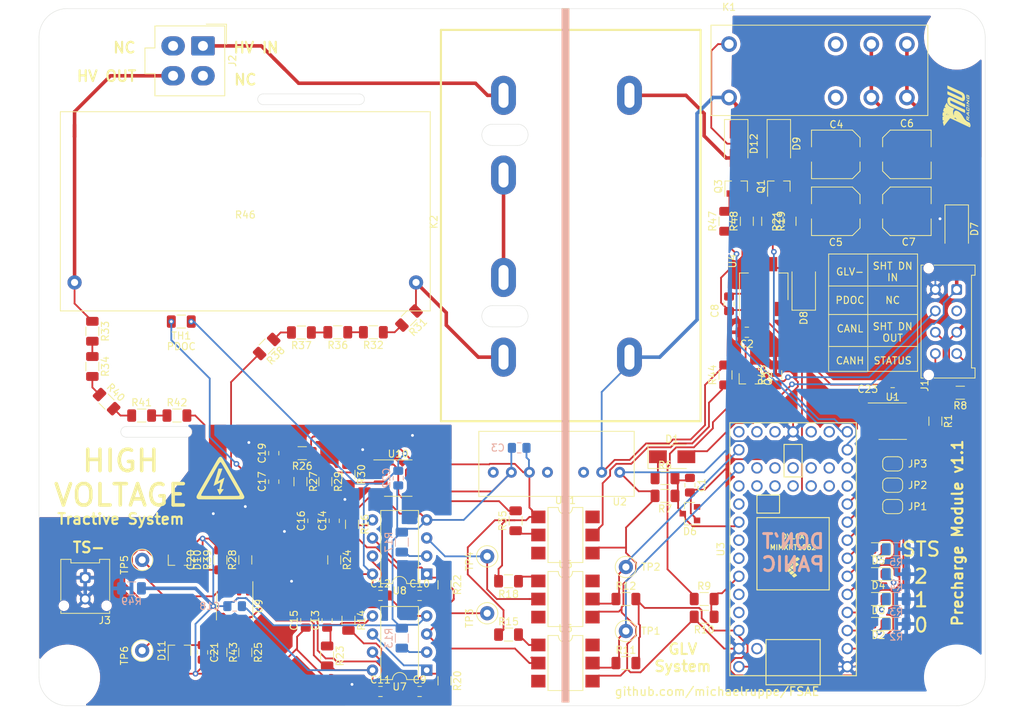
<source format=kicad_pcb>
(kicad_pcb (version 20241229) (generator "pcbnew") (generator_version "9.0")
  (layers (0 "F.Cu" signal) (2 "B.Cu" signal) (13 "F.Paste" user) (15 "B.Paste" user) (5 "F.SilkS" user "F.Silkscreen") (7 "B.SilkS" user "B.Silkscreen") (1 "F.Mask" user) (3 "B.Mask" user) (25 "Edge.Cuts" user))
  (net 0 "")
  (net 1 "+12V")
  (net 2 "+5V")
  (net 3 "/PRECH_STS")
  (net 4 "/SHTDN_OUT")
  (net 5 "Net-(K2-Pad4)")
  (net 6 "Net-(Q1-Pad1)")
  (net 7 "Net-(Q2-Pad1)")
  (net 8 "GLV-")
  (net 9 "GLV+")
  (net 10 "GNDS")
  (net 11 "+12P")
  (net 12 "Net-(C9-Pad2)")
  (net 13 "Net-(C9-Pad1)")
  (net 14 "Net-(C10-Pad2)")
  (net 15 "Net-(C10-Pad1)")
  (net 16 "Net-(C13-Pad1)")
  (net 17 "Net-(C14-Pad1)")
  (net 18 "Net-(C15-Pad1)")
  (net 19 "Net-(C16-Pad1)")
  (net 20 "Net-(C19-Pad1)")
  (net 21 "/PDOC_OK")
  (net 22 "/VinTS")
  (net 23 "/VinAccu")
  (net 24 "Net-(Q3-Pad1)")
  (net 25 "/Fts")
  (net 26 "/Faccu")
  (net 27 "/FoutTS")
  (net 28 "/FoutAccu")
  (net 29 "Net-(R25-Pad1)")
  (net 30 "Net-(R33-Pad2)")
  (net 31 "+3V3")
  (net 32 "/PWR_OK")
  (net 33 "Net-(C20-Pad1)")
  (net 34 "Net-(C21-Pad1)")
  (net 35 "Net-(D1-Pad1)")
  (net 36 "Net-(D3-Pad1)")
  (net 37 "Net-(D4-Pad1)")
  (net 38 "Net-(D5-Pad1)")
  (net 39 "Net-(D9-Pad2)")
  (net 40 "Net-(D12-Pad2)")
  (net 41 "Net-(J2-Pad1)")
  (net 42 "Net-(R13-Pad2)")
  (net 43 "Net-(R15-Pad2)")
  (net 44 "Net-(D2-Pad1)")
  (net 45 "Net-(R34-Pad2)")
  (net 46 "Net-(R36-Pad2)")
  (net 47 "Net-(D2-Pad2)")
  (net 48 "Net-(D3-Pad2)")
  (net 49 "Net-(D4-Pad2)")
  (net 50 "Net-(D5-Pad2)")
  (net 51 "Net-(C17-Pad2)")
  (net 52 "/CFG0")
  (net 53 "/CFG1")
  (net 54 "/CFG2")
  (net 55 "/CANL")
  (net 56 "/CANH")
  (net 57 "Net-(R10-Pad1)")
  (net 58 "Net-(R17-Pad2)")
  (net 59 "/SHTDN_CTRL")
  (net 60 "Net-(R28-Pad1)")
  (net 61 "Net-(R30-Pad1)")
  (net 62 "Net-(R31-Pad2)")
  (net 63 "Net-(R32-Pad2)")
  (net 64 "Net-(R35-Pad1)")
  (net 65 "Net-(R37-Pad2)")
  (net 66 "Net-(R40-Pad2)")
  (net 67 "Net-(R41-Pad2)")
  (net 68 "/PRECHG")
  (net 69 "/CANRX")
  (net 70 "/CANTX")
  (net 71 "/TS-")
  (net 72 "Net-(R18-Pad1)")
  (footprint "Capacitor_SMD:C_0805_2012Metric_Pad1.15x1.40mm_HandSolder" (layer "F.Cu") (at 167.5 96 180)
    (property "Reference" "C2")
    (property "Value" "100n")
  )
  (footprint "Capacitor_SMD:C_0805_2012Metric_Pad1.15x1.40mm_HandSolder" (layer "F.Cu") (at 165 92 -90)
    (property "Reference" "C8")
    (property "Value" "1u")
  )
  (footprint "Capacitor_SMD:C_0805_2012Metric_Pad1.15x1.40mm_HandSolder" (layer "F.Cu") (at 101 113 90)
    (property "Reference" "C19")
    (property "Value" "100n")
  )
  (footprint "Capacitor_SMD:C_0805_2012Metric_Pad1.15x1.40mm_HandSolder" (layer "F.Cu") (at 101 117 90)
    (property "Reference" "C17")
    (property "Value" "100n")
  )
  (footprint "Diode_SMD:D_SMA" (layer "F.Cu") (at 197 81.5 -90)
    (property "Reference" "D7")
    (property "Value" "D")
  )
  (footprint "Diode_SMD:D_SMA" (layer "F.Cu") (at 175.5 89.5 90)
    (property "Reference" "D8")
    (property "Value" "D")
  )
  (footprint "Diode_SMD:D_SMA" (layer "F.Cu") (at 166 69.5 -90)
    (property "Reference" "D12")
    (property "Value" "D")
  )
  (footprint "Precharge:OMRON-G2R-24" (layer "F.Cu") (at 165 63)
    (property "Reference" "K1")
    (property "Value" "OMRON-G2RL-24")
  )
  (footprint "Package_TO_SOT_SMD:SOT-23" (layer "F.Cu") (at 172 75.5 90)
    (property "Reference" "Q1")
    (property "Value" "2N7002")
  )
  (footprint "Package_TO_SOT_SMD:SOT-23" (layer "F.Cu") (at 166 75.5 90)
    (property "Reference" "Q3")
    (property "Value" "2N7002")
  )
  (footprint "Resistor_SMD:R_1206_3216Metric" (layer "F.Cu") (at 197.5 104.5 180)
    (property "Reference" "R8")
    (property "Value" "10k")
  )
  (footprint "Resistor_SMD:R_1206_3216Metric" (layer "F.Cu") (at 170.5 80.4 -90)
    (property "Reference" "R19")
    (property "Value" "220")
  )
  (footprint "Resistor_SMD:R_1206_3216Metric" (layer "F.Cu") (at 173.5 80.4 90)
    (property "Reference" "R21")
    (property "Value" "10k")
  )
  (footprint "Resistor_SMD:R_1206_3216Metric" (layer "F.Cu") (at 105 113 180)
    (property "Reference" "R26")
    (property "Value" "10k")
  )
  (footprint "Resistor_SMD:R_1206_3216Metric" (layer "F.Cu") (at 108.25 117 -90)
    (property "Reference" "R29")
    (property "Value" "10k")
  )
  (footprint "Resistor_SMD:R_1206_3216Metric" (layer "F.Cu") (at 164.5 80.4 90)
    (property "Reference" "R47")
    (property "Value" "220")
  )
  (footprint "Resistor_SMD:R_1206_3216Metric" (layer "F.Cu") (at 167.5 80.4 90)
    (property "Reference" "R48")
    (property "Value" "10k")
  )
  (footprint "Resistor_SMD:R_1206_3216Metric" (layer "F.Cu") (at 135 122.5 90)
    (property "Reference" "R35")
    (property "Value" "2k2")
  )
  (footprint "Package_TO_SOT_SMD:SOT-223-3_TabPin2" (layer "F.Cu") (at 169.874 89.582 90)
    (property "Reference" "U4")
    (property "Value" "LM1117-5.0")
  )
  (footprint "Precharge:G7L-2A-X-L" (layer "F.Cu") (at 151 99.5 90)
    (property "Reference" "K2")
    (property "Value" "G7L-2A-X-L")
  )
  (footprint "Diode_SMD:D_SMA" (layer "F.Cu") (at 172 69.5 -90)
    (property "Reference" "D9")
    (property "Value" "D")
  )
  (footprint "Capacitor_SMD:C_0805_2012Metric_Pad1.15x1.40mm_HandSolder" (layer "F.Cu") (at 159.5 117.5 -90)
    (property "Reference" "C1")
    (property "Value" "100n")
  )
  (footprint "Capacitor_SMD:C_0805_2012Metric_Pad1.15x1.40mm_HandSolder" (layer "F.Cu") (at 121.5 133)
    (property "Reference" "C10")
    (property "Value" "1u")
  )
  (footprint "Capacitor_SMD:C_0805_2012Metric_Pad1.15x1.40mm_HandSolder" (layer "F.Cu") (at 116 146.5)
    (property "Reference" "C11")
    (property "Value" "100n")
  )
  (footprint "Capacitor_SMD:C_0805_2012Metric_Pad1.15x1.40mm_HandSolder" (layer "F.Cu") (at 116 133)
    (property "Reference" "C12")
    (property "Value" "100n")
  )
  (footprint "Capacitor_SMD:C_0805_2012Metric_Pad1.15x1.40mm_HandSolder" (layer "F.Cu") (at 109.5 122.5 90)
    (property "Reference" "C14")
    (property "Value" "10n")
  )
  (footprint "Capacitor_SMD:C_0805_2012Metric_Pad1.15x1.40mm_HandSolder" (layer "F.Cu") (at 106.5 122.5 90)
    (property "Reference" "C16")
    (property "Value" "100n")
  )
  (footprint "Capacitor_SMD:C_0805_2012Metric_Pad1.15x1.40mm_HandSolder" (layer "F.Cu") (at 91 128 90)
    (property "Reference" "C20")
    (property "Value" "100n")
  )
  (footprint "Capacitor_SMD:C_0805_2012Metric_Pad1.15x1.40mm_HandSolder" (layer "F.Cu") (at 91 141 -90)
    (property "Reference" "C21")
    (property "Value" "100n")
  )
  (footprint "Capacitor_SMD:C_Elec_6.3x5.4" (layer "F.Cu") (at 180 79 180)
    (property "Reference" "C5")
    (property "Value" "220u")
  )
  (footprint "Capacitor_SMD:C_Elec_6.3x5.4" (layer "F.Cu") (at 190 79)
    (property "Reference" "C7")
    (property "Value" "220u")
  )
  (footprint "Diode_SMD:D_SMA" (layer "F.Cu") (at 157 113.5)
    (property "Reference" "D1")
    (property "Value" "D")
  )
  (footprint "Package_TO_SOT_SMD:SOT-23" (layer "F.Cu") (at 168 102.5 -90)
    (property "Reference" "Q2")
    (property "Value" "MMBT3906")
  )
  (footprint "Resistor_SMD:R_1206_3216Metric" (layer "F.Cu") (at 150.5 142.5)
    (property "Reference" "R11")
    (property "Value" "1k5")
  )
  (footprint "Resistor_SMD:R_1206_3216Metric" (layer "F.Cu") (at 150.5 133.5)
    (property "Reference" "R12")
    (property "Value" "1k5")
  )
  (footprint "Resistor_SMD:R_1206_3216Metric" (layer "F.Cu") (at 156 116.5)
    (property "Reference" "R6")
    (property "Value" "20k")
  )
  (footprint "Resistor_SMD:R_1206_3216Metric" (layer "F.Cu") (at 156 119 180)
    (property "Reference" "R7")
    (property "Value" "6k8")
  )
  (footprint "Resistor_SMD:R_1206_3216Metric" (layer "F.Cu") (at 111.5 116 -90)
    (property "Reference" "R30")
    (property "Value" "500k")
  )
  (footprint "Resistor_SMD:R_1206_3216Metric" (layer "F.Cu") (at 164.5 102 90)
    (property "Reference" "R44")
    (property "Value" "10k")
  )
  (footprint "Resistor_SMD:R_1206_3216Metric" (layer "F.Cu") (at 112 123 -90)
    (property "Reference" "R16")
    (property "Value" "47")
  )
  (footprint "Resistor_SMD:R_1206_3216Metric" (layer "F.Cu") (at 134 131 180)
    (property "Reference" "R18")
    (property "Value" "560")
  )
  (footprint "Resistor_SMD:R_1206_3216Metric" (layer "F.Cu") (at 109.5 128 -90)
    (property "Reference" "R24")
    (property "Value" "6k8")
  )
  (footprint "Resistor_SMD:R_1206_3216Metric" (layer "F.Cu") (at 97 141 -90)
    (property "Reference" "R25")
    (property "Value" "100k")
  )
  (footprint "Resistor_SMD:R_1206_3216Metric" (layer "F.Cu") (at 75.5 100.812 -90)
    (property "Reference" "R34")
    (property "Value" "510k")
  )
  (footprint "Resistor_SMD:R_1206_3216Metric" (layer "F.Cu") (at 77.5 105.75 -45)
    (property "Reference" "R40")
    (property "Value" "510k")
  )
  (footprint "Resistor_SMD:R_1206_3216Metric" (layer "F.Cu") (at 82.426 107.709)
    (property "Reference" "R41")
    (property "Value" "510k")
  )
  (footprint "Resistor_SMD:R_1206_3216Metric" (layer "F.Cu") (at 93.5 141 -90)
    (property "Reference" "R43")
    (property "Value" "39k")
  )
  (footprint "Resistor_SMD:R_1206_3216Metric" (layer "F.Cu") (at 171.5 102 90)
    (property "Reference" "R45")
    (property "Value" "10k")
  )
  (footprint "Precharge:SPAN02" (layer "F.Cu") (at 141 114.5 180)
    (property "Reference" "U2")
    (property "Value" "SPAN02A-12")
  )
  (footprint "Package_DIP:SMDIP-6_W7.62mm" (layer "F.Cu") (at 142 142.5)
    (property "Reference" "U5")
    (property "Value" "4N35")
  )
  (footprint "Package_DIP:SMDIP-6_W7.62mm" (layer "F.Cu") (at 142 133.5)
    (property "Reference" "U6")
    (property "Value" "4N35")
  )
  (footprint "Package_DIP:DIP-8_W7.62mm" (layer "F.Cu") (at 122.5 130 180)
    (property "Reference" "U8")
    (property "Value" "LM331")
  )
  (footprint "Package_DIP:SMDIP-6_W7.62mm" (layer "F.Cu") (at 142 124.5)
    (property "Reference" "U11")
    (property "Value" "4N35")
  )
  (footprint "Diode_SMD:D_SOT-23_ANK" (layer "F.Cu") (at 159.5 121.5 180)
    (property "Reference" "D6")
    (property "Value" "BZX84C3V3")
  )
  (footprint "Resistor_SMD:R_1206_3216Metric" (layer "F.Cu") (at 87.39 107.709)
    (property "Reference" "R42")
    (property "Value" "510k")
  )
  (footprint "Capacitor_SMD:C_Elec_6.3x5.4" (layer "F.Cu") (at 190 71)
    (property "Reference" "C6")
    (property "Value" "220u")
  )
  (footprint "LED_SMD:LED_0805_2012Metric_Castellated" (layer "F.Cu") (at 186 137 180)
    (property "Reference" "D2")
    (property "Value" "LED")
  )
  (footprint "LED_SMD:LED_0805_2012Metric_Castellated" (layer "F.Cu") (at 186 133.5 180)
    (property "Reference" "D3")
    (property "Value" "LED")
  )
  (footprint "LED_SMD:LED_0805_2012Metric_Castellated" (layer "F.Cu") (at 186 130 180)
    (property "Reference" "D4")
    (property "Value" "LED")
  )
  (footprint "LED_SMD:LED_0805_2012Metric_Castellated" (layer "F.Cu") (at 186 126.5 180)
    (property "Reference" "D5")
    (property "Value" "LED")
  )
  (footprint "Jumper:SolderJumper-2_P1.3mm_Open_RoundedPad1.0x1.5mm" (layer "F.Cu") (at 188 120.5)
    (property "Reference" "JP1")
    (property "Value" "SolderJumper_2_Open")
  )
  (footprint "Jumper:SolderJumper-2_P1.3mm_Open_RoundedPad1.0x1.5mm" (layer "F.Cu") (at 188 117.5)
    (property "Reference" "JP2")
    (property "Value" "SolderJumper_2_Open")
  )
  (footprint "Jumper:SolderJumper-2_P1.3mm_Open_RoundedPad1.0x1.5mm" (layer "F.Cu") (at 188 114.5)
    (property "Reference" "JP3")
    (property "Value" "SolderJumper_2_Open")
  )
  (footprint "Resistor_SMD:R_1206_3216Metric" (layer "F.Cu") (at 75.5 95.8621 -90)
    (property "Reference" "R33")
    (property "Value" "510k")
  )
  (footprint "Capacitor_SMD:C_Elec_6.3x5.4" (layer "F.Cu") (at 180 71 180)
    (property "Reference" "C4")
    (property "Value" "220u")
  )
  (footprint "TestPoint:TestPoint_Loop_D2.50mm_Drill1.0mm_LowProfile" (layer "F.Cu") (at 131 135.5 -90)
    (property "Reference" "TP3")
    (property "Value" "TestPoint")
  )
  (footprint "TestPoint:TestPoint_Loop_D2.50mm_Drill1.0mm_LowProfile" (layer "F.Cu") (at 131 127.5 -90)
    (property "Reference" "TP4")
    (property "Value" "TestPoint")
  )
  (footprint "TestPoint:TestPoint_Loop_D2.50mm_Drill1.0mm_LowProfile" (layer "F.Cu") (at 82.5 128 -90)
    (property "Reference" "TP5")
    (property "Value" "TestPoint")
  )
  (footprint "TestPoint:TestPoint_Loop_D2.50mm_Drill1.0mm_LowProfile" (layer "F.Cu") (at 82.5 140.75 -90)
    (property "Reference" "TP6")
    (property "Value" "TestPoint")
  )
  (footprint "Resistor_SMD:R_1206_3216Metric" (layer "F.Cu") (at 97 128 90)
    (property "Reference" "R28")
    (property "Value" "100k")
  )
  (footprint "Resistor_SMD:R_1206_3216Metric" (layer "F.Cu") (at 120 94 -135)
    (property "Reference" "R31")
    (property "Value" "510k")
  )
  (footprint "Resistor_SMD:R_1206_3216Metric" (layer "F.Cu") (at 104.886 96.031 180)
    (property "Reference" "R37")
    (property "Value" "510k")
  )
  (footprint "Resistor_SMD:R_1206_3216Metric" (layer "F.Cu") (at 110 96 180)
    (property "Reference" "R36")
    (property "Value" "510k")
  )
  (footprint "Resistor_SMD:R_1206_3216Metric" (layer "F.Cu") (at 115 96 180)
    (property "Reference" "R32")
    (property "Value" "510k")
  )
  (footprint "Resistor_SMD:R_1206_3216Metric" (layer "F.Cu") (at 93.5 128 90)
    (property "Reference" "R39")
    (property "Value" "39k")
  )
  (footprint "Package_SO:SOIC-8_3.9x4.9mm_P1.27mm" (layer "F.Cu") (at 95.5 134.5 -90)
    (property "Reference" "U9")
    (property "Value" "LM2904")
  )
  (footprint "teensy:Teensy40" (layer "F.Cu") (at 174 126.5 90)
    (property "Reference" "U3")
    (property "Value" "Teensy4.0")
  )
  (footprint "Resistor_SMD:R_1206_3216Metric" (layer "F.Cu") (at 108.5 141.5 -90)
    (property "Reference" "R23")
    (property "Value" "6k8")
  )
  (footprint "Resistor_SMD:R_1206_3216Metric" (layer "F.Cu") (at 111.5 136.5 -90)
    (property "Reference" "R14")
    (property "Value" "47")
  )
  (footprint "Capacitor_SMD:C_0805_2012Metric_Pad1.15x1.40mm_HandSolder" (layer "F.Cu") (at 108.5 136.5 90)
    (property "Reference" "C13")
    (property "Value" "10n")
  )
  (footprint "Capacitor_SMD:C_0805_2012Metric_Pad1.15x1.40mm_HandSolder" (layer "F.Cu") (at 121.5 146.5)
    (property "Reference" "C9")
    (property "Value" "1u")
  )
  (footprint "Package_DIP:DIP-8_W7.62mm" (layer "F.Cu") (at 122.5 143.5 180)
    (property "Reference" "U7")
    (property "Value" "LM331")
  )
  (footprint "Resistor_SMD:R_1206_3216Metric" (layer "F.Cu") (at 100 98 -135)
    (property "Reference" "R38")
    (property "Value" "510k")
  )
  (footprint "Package_SO:SOIC-8_3.9x4.9mm_P1.27mm" (layer "F.Cu") (at 118.5 116.5)
    (property "Reference" "U10")
    (property "Value" "LM393")
  )
  (footprint "Resistor_SMD:R_1206_3216Metric" (layer "F.Cu") (at 88 94.5)
    (property "Reference" "TH1")
    (property "Value" "TFPT1206L1002FM")
  )
  (footprint "Resistor_SMD:R_1206_3216Metric" (layer "F.Cu") (at 104.75 117 -90)
    (property "Reference" "R27")
    (property "Value" "10k")
  )
  (footprint "Precharge:Chassis_Resistor_TE_Connectivity_HSA25" (layer "F.Cu") (at 97 79)
    (property "Reference" "R46")
    (property "Value" "HSA25390RJ")
  )
  (footprint "Resistor_SMD:R_1206_3216Metric" (layer "F.Cu") (at 161.5 133.5)
    (property "Reference" "R9")
    (property "Value" "20k")
  )
  (footprint "Resistor_SMD:R_1206_3216Metric" (layer "F.Cu") (at 161.5 136 180)
    (property "Reference" "R10")
    (property "Value" "6k8")
  )
  (footprint "Mini-Fit-Jr-4.20mm-pitch:Molex-Mini-Fit-Jr-4-pin-P4.2mm-RowP4.2mm" (layer "F.Cu") (at 91.75 55.75 -90)
    (property "Reference" "J2")
    (property "Value" "Mini-Fit_Jr_5566-04A")
  )
  (footprint "Resistor_SMD:R_1206_3216Metric" (layer "F.Cu") (at 194 108.5 -90)
    (property "Reference" "R1")
    (property "Value" "160")
  )
  (footprint "Resistor_SMD:R_1206_3216Metric" (layer "F.Cu") (at 125 145 -90)
    (property "Reference" "R20")
    (property "Value" "100k")
  )
  (footprint "Resistor_SMD:R_1206_3216Metric" (layer "F.Cu") (at 125 131.5 -90)
    (property "Reference" "R22")
    (property "Value" "100k")
  )
  (footprint "TestPoint:TestPoint_Loop_D2.50mm_Drill1.0mm_LowProfile" (layer "F.Cu") (at 150.5 138)
    (property "Reference" "TP1")
    (property "Value" "TestPoint")
  )
  (footprint "TestPoint:TestPoint_Loop_D2.50mm_Drill1.0mm_LowProfile" (layer "F.Cu") (at 150.5 129)
    (property "Reference" "TP2")
    (property "Value" "TestPoint")
  )
  (footprint "Package_SO:SOIC-8_3.9x4.9mm_P1.27mm" (layer "F.Cu") (at 188 108.5)
    (property "Reference" "U1")
    (property "Value" "TJA1051T-3")
  )
  (footprint "Capacitor_SMD:C_0805_2012Metric_Pad1.15x1.40mm_HandSolder" (layer "F.Cu") (at 188 104.5)
    (property "Reference" "C23")
    (property "Value" "100n")
  )
  (footprint "Connector_Molex:Molex_Micro-Fit_3.0_43045-0812_2x04_P3.00mm_Vertical" (layer "F.Cu") (at 197 90 -90)
    (property "Reference" "J1")
    (property "Value" "MicroFit")
  )
  (footprint "Connector_Molex:Molex_Micro-Fit_3.0_43045-0212_2x01_P3.00mm_Vertical" (layer "F.Cu") (at 74.5 130.5)
    (property "Reference" "J3")
    (property "Value" "Micro-Fit 43045-0212")
  )
  (footprint "Capacitor_SMD:C_0805_2012Metric_Pad1.15x1.40mm_HandSolder" (layer "F.Cu") (at 105.5 136.5 90)
    (property "Reference" "C15")
    (property "Value" "100n")
  )
  (footprint "Diode_SMD:D_SOT-23_ANK" (layer "F.Cu") (at 87.75 128 -90)
    (property "Reference" "D10")
    (property "Value" "BZX84C12")
  )
  (footprint "Diode_SMD:D_SOT-23_ANK" (layer "F.Cu") (at 87.75 140.75 90)
    (property "Reference" "D11")
    (property "Value" "BZX84C12")
  )
  (footprint "MountingHole:MountingHole_3.2mm_M3" (layer "F.Cu") (at 197 144.5)
    (property "Reference" "MT2" (hide yes))
    (property "Value" "MountingHole_3.2mm_M3")
  )
  (footprint "MountingHole:MountingHole_3.2mm_M3" (layer "F.Cu") (at 72 54.5)
    (property "Reference" "MT6" (hide yes))
    (property "Value" "MountingHole_3.2mm_M3")
  )
  (footprint "MountingHole:MountingHole_3.2mm_M3" (layer "F.Cu") (at 117 54.5)
    (property "Reference" "MT4" (hide yes))
    (property "Value" "MountingHole_3.2mm_M3")
  )
  (footprint "MountingHole:MountingHole_3.2mm_M3" (layer "F.Cu") (at 132 144.5)
    (property "Reference" "MT3" (hide yes))
    (property "Value" "MountingHole_3.2mm_M3")
  )
  (footprint "Precharge:logo" (layer "F.Cu") (at 197 64.25 90)
    (property "Reference" "G***" (hide yes))
    (property "Value" "LOGO" (hide yes))
  )
  (footprint "Precharge:electric-shock-symbol" (layer "F.Cu") (at 93.5 116.5)
    (property "Reference" "G***" (hide yes))
    (property "Value" "LOGO" (hide yes))
  )
  (footprint "Resistor_SMD:R_1206_3216Metric" (layer "F.Cu") (at 134 138.5)
    (property "Reference" "R15")
    (property "Value" "560")
  )
  (footprint "MountingHole:MountingHole_3.2mm_M3" (layer "F.Cu") (at 72 144.5)
    (property "Reference" "MT1" (hide yes))
    (property "Value" "MountingHole_3.2mm_M3")
  )
  (footprint "MountingHole:MountingHole_3.2mm_M3" (layer "F.Cu") (at 197 54.5)
    (property "Reference" "MT5" (hide yes))
    (property "Value" "MountingHole_3.2mm_M3")
  )
  (footprint "Capacitor_SMD:C_0805_2012Metric_Pad1.15x1.40mm_HandSolder" (layer "B.Cu") (at 135.5 112.25)
    (property "Reference" "C3")
    (property "Value" "1u")
  )
  (footprint "Capacitor_SMD:C_0805_2012Metric_Pad1.15x1.40mm_HandSolder" (layer "B.Cu") (at 95.5 134.5 180)
    (property "Reference" "C18")
    (property "Value" "100n")
  )
  (footprint "Resistor_SMD:R_1206_3216Metric" (layer "B.Cu") (at 119 125.5 -90)
    (property "Reference" "R17")
    (property "Value" "12k")
  )
  (footprint "Capacitor_SMD:C_0805_2012Metric_Pad1.15x1.40mm_HandSolder" (layer "B.Cu") (at 118.5 116.5 -90)
    (property "Reference" "C22")
    (property "Value" "100n")
  )
  (footprint "Resistor_SMD:R_1206_3216Metric" (layer "B.Cu") (at 188.5 137)
    (property "Reference" "R2")
    (property "Value" "200")
  )
  (footprint "Resistor_SMD:R_1206_3216Metric" (layer "B.Cu") (at 188.5 133.5)
    (property "Reference" "R3")
    (property "Value" "200")
  )
  (footprint "Resistor_SMD:R_1206_3216Metric" (layer "B.Cu") (at 188.5 130)
    (property "Reference" "R4")
    (property "Value" "200")
  )
  (footprint "Resistor_SMD:R_1206_3216Metric" (layer "B.Cu") (at 188.5 126.5)
    (property "Reference" "R5")
    (property "Value" "200")
  )
  (footprint "Resistor_SMD:R_1206_3216Metric" (layer "B.Cu") (at 119 139 -90)
    (property "Reference" "R13")
    (property "Value" "12k")
  )
  (footprint "Resistor_SMD:R_1206_3216Metric" (layer "B.Cu") (at 81 132)
    (property "Reference" "R49")
    (property "Value" "0")
  )
  (gr_line (start 191.5 85) (end 191.5 101.5) (stroke (width 0.12)) (layer "F.SilkS"))
  (gr_poly (pts (xy 141.5 148) (xy 142.5 148) (xy 142.5 50.5) (xy 141.5 50.5)) (stroke (width 0.1)) (fill yes) (layer "F.SilkS"))
  (gr_line (start 179 98) (end 191.5 98) (stroke (width 0.12)) (layer "F.SilkS"))
  (gr_line (start 179 101.5) (end 179 85) (stroke (width 0.12)) (layer "F.SilkS"))
  (gr_line (start 179 85) (end 191.5 85) (stroke (width 0.12)) (layer "F.SilkS"))
  (gr_line (start 179 93.5) (end 191.5 93.5) (stroke (width 0.12)) (layer "F.SilkS"))
  (gr_line (start 191.5 89.5) (end 179 89.5) (stroke (width 0.12)) (layer "F.SilkS"))
  (gr_line (start 191.5 101.5) (end 179 101.5) (stroke (width 0.12)) (layer "F.SilkS"))
  (gr_line (start 184.5 85) (end 184.5 101.5) (stroke (width 0.12)) (layer "F.SilkS"))
  (gr_poly (pts (xy 141.5 148) (xy 142.5 148) (xy 142.5 50.5) (xy 141.5 50.5)) (stroke (width 0.1)) (fill yes) (layer "B.SilkS"))
  (gr_line (start 135.25 92.25) (end 131.75 92.25) (stroke (width 0.05)) (layer "Edge.Cuts"))
  (gr_line (start 131.75 95.25) (end 135.25 95.25) (stroke (width 0.05)) (layer "Edge.Cuts"))
  (gr_line (start 131.75 69.75) (end 135.25 69.75) (stroke (width 0.05)) (layer "Edge.Cuts"))
  (gr_line (start 135.25 66.75) (end 131.75 66.75) (stroke (width 0.05)) (layer "Edge.Cuts"))
  (gr_arc (start 135.25 66.75) (mid 136.75 68.25) (end 135.25 69.75) (stroke (width 0.05)) (layer "Edge.Cuts"))
  (gr_arc (start 131.75 69.75) (mid 130.25 68.25) (end 131.75 66.75) (stroke (width 0.05)) (layer "Edge.Cuts"))
  (gr_arc (start 113 62.5) (mid 113.75 63.25) (end 113 64) (stroke (width 0.05)) (layer "Edge.Cuts"))
  (gr_line (start 113 62.5) (end 99.5 62.5) (stroke (width 0.05)) (layer "Edge.Cuts"))
  (gr_line (start 113 64) (end 99.5 64) (stroke (width 0.05)) (layer "Edge.Cuts"))
  (gr_arc (start 99.5 64) (mid 98.75 63.25) (end 99.5 62.5) (stroke (width 0.05)) (layer "Edge.Cuts"))
  (gr_arc (start 201 144.5) (mid 199.828427 147.328427) (end 197 148.5) (stroke (width 0.05)) (layer "Edge.Cuts"))
  (gr_line (start 72 148.5) (end 197 148.5) (stroke (width 0.05)) (layer "Edge.Cuts"))
  (gr_arc (start 197 50.5) (mid 199.828427 51.671573) (end 201 54.5) (stroke (width 0.05)) (layer "Edge.Cuts"))
  (gr_line (start 88.75 109.25) (end 80.25 109.25) (stroke (width 0.05)) (layer "Edge.Cuts"))
  (gr_arc (start 131.75 95.25) (mid 130.25 93.75) (end 131.75 92.25) (stroke (width 0.05)) (layer "Edge.Cuts"))
  (gr_line (start 197 50.5) (end 72 50.5) (stroke (width 0.05)) (layer "Edge.Cuts"))
  (gr_line (start 88.75 110.75) (end 80.25 110.75) (stroke (width 0.05)) (layer "Edge.Cuts"))
  (gr_arc (start 72 148.5) (mid 69.171573 147.328427) (end 68 144.5) (stroke (width 0.05)) (layer "Edge.Cuts"))
  (gr_arc (start 88.75 109.25) (mid 89.5 110) (end 88.75 110.75) (stroke (width 0.05)) (layer "Edge.Cuts"))
  (gr_line (start 201 144.5) (end 201 54.5) (stroke (width 0.05)) (layer "Edge.Cuts"))
  (gr_arc (start 80.25 110.75) (mid 79.5 110) (end 80.25 109.25) (stroke (width 0.05)) (layer "Edge.Cuts"))
  (gr_line (start 68 54.5) (end 68 144.5) (stroke (width 0.05)) (layer "Edge.Cuts"))
  (gr_arc (start 68 54.5) (mid 69.171573 51.671573) (end 72 50.5) (stroke (width 0.05)) (layer "Edge.Cuts"))
  (gr_arc (start 135.25 92.25) (mid 136.75 93.75) (end 135.25 95.25) (stroke (width 0.05)) (layer "Edge.Cuts"))
  (gr_text "HV OUT" (at 77.5 60 0) (layer "F.SilkS") (effects (font (size 1.5 1.5) (thickness 0.3))))
  (gr_text "NC" (at 97 60.5 0) (layer "F.SilkS") (effects (font (size 1.5 1.5) (thickness 0.3))))
  (gr_text "NC" (at 80 56 0) (layer "F.SilkS") (effects (font (size 1.5 1.5) (thickness 0.3))))
  (gr_text "GLV-" (at 182 87.5 0) (layer "F.SilkS") (effects (font (size 1 1))))
  (gr_text "SHT DN\nOUT" (at 188 96 0) (layer "F.SilkS") (effects (font (size 1 1))))
  (gr_text "NC" (at 188 91.5 0) (layer "F.SilkS") (effects (font (size 1 1))))
  (gr_text "CANL" (at 182 95.5 0) (layer "F.SilkS") (effects (font (size 1 1))))
  (gr_text "PDOC" (at 182 91.5 0) (layer "F.SilkS") (effects (font (size 1 1))))
  (gr_text "TS-" (at 75 126.25 0) (layer "F.SilkS") (effects (font (size 1.5 1.5) (thickness 0.3))))
  (gr_text "Tractive System" (at 79.5 122.25 0) (layer "F.SilkS") (effects (font (size 1.5 1.5) (thickness 0.3))))
  (gr_text "GLV\nSystem" (at 158.5 141.75 0) (layer "F.SilkS") (effects (font (size 1.5 1.5) (thickness 0.3))))
  (gr_text "0" (at 192 137.168 0) (layer "F.SilkS") (effects (font (size 2 2) (thickness 0.3))))
  (gr_text "Precharge Module v1.1" (at 197.104 124.206 90) (layer "F.SilkS") (effects (font (size 1.5 1.5) (thickness 0.3))))
  (gr_text "github.com/michaelruppe/FSAE" (at 163.322 146.5 0) (layer "F.SilkS") (effects (font (size 1.2 1.2) (thickness 0.18))))
  (gr_text "HIGH\nVOLTAGE" (at 79.5 116.5 0) (layer "F.SilkS") (effects (font (size 3 3) (thickness 0.5))))
  (gr_text "STS" (at 192 126.5 0) (layer "F.SilkS") (effects (font (size 2 2) (thickness 0.3))))
  (gr_text "STATUS" (at 188 100 0) (layer "F.SilkS") (effects (font (size 1 1))))
  (gr_text "1" (at 192 133.612 0) (layer "F.SilkS") (effects (font (size 2 2) (thickness 0.3))))
  (gr_text "SHT DN\nIN" (at 188 87.5 0) (layer "F.SilkS") (effects (font (size 1 1))))
  (gr_text "PDOC" (at 88 98 0) (layer "F.SilkS") (effects (font (size 1 1))))
  (gr_text "2" (at 192 130.31 0) (layer "F.SilkS") (effects (font (size 2 2) (thickness 0.3))))
  (gr_text "HV IN" (at 98.5 56 0) (layer "F.SilkS") (effects (font (size 1.5 1.5) (thickness 0.3))))
  (gr_text "CANH" (at 182 100 0) (layer "F.SilkS") (effects (font (size 1 1))))
  (gr_text "DON'T\nPANIC" (at 174 127 0) (layer "B.SilkS") (effects (font (size 2 2) (thickness 0.4)) (justify mirror)))
  (segment (start 163.8103 101.2164) (end 163.8103 101.2195) (width 0.25) (layer "F.Cu") (net 1))
  (segment (start 166.65 101.1991) (end 166.775 101.1991) (width 0.25) (layer "F.Cu") (net 1))
  (segment (start 167.325 101.175) (end 167.05 101.5) (width 0.25) (layer "F.Cu") (net 1))
  (segment (start 147.1792 115.684) (end 147.096 115.684) (width 0.25) (layer "F.Cu") (net 1))
  (segment (start 165.5258 101.1991) (end 166.65 101.1991) (width 0.25) (layer "F.Cu") (net 1))
  (segment (start 175.5 91.5) (end 174.725 92.116) (width 0.25) (layer "F.Cu") (net 1))
  (segment (start 166.775 101.1991) (end 167.05 101.5) (width 0.25) (layer "F.Cu") (net 1))
  (segment (start 176.275 90.375) (end 175.5 91.5) (width 0.25) (layer "F.Cu") (net 1))
  (segment (start 185.25 81) (end 185 80.75) (width 0.5) (layer "F.Cu") (net 1))
  (segment (start 166 67.5) (end 166 64) (width 0.5) (layer "F.Cu") (net 1))
  (segment (start 185 80.75) (end 185 74.75) (width 0.5) (layer "F.Cu") (net 1))
  (segment (start 197 79.5) (end 197 79.75) (width 0.5) (layer "F.Cu") (net 1))
  (segment (start 159.6027 111.0747) (end 157.1182 111.0747) (width 0.25) (layer "F.Cu") (net 1))
  (segment (start 187.4625 79) (end 187.462 77.2125) (width 0.5) (layer "F.Cu") (net 1))
  (segment (start 164.5 100.6) (end 163.8103 101.2164) (width 0.25) (layer "F.Cu") (net 1))
  (segment (start 165.3664 101.0397) (end 165.5258 101.1991) (width 0.25) (layer "F.Cu") (net 1))
  (segment (start 148.9164 113.9468) (end 147.1792 115.684) (width 0.25) (layer "F.Cu") (net 1))
  (segment (start 153.3461 111.6248) (end 151.0241 113.9468) (width 0.25) (layer "F.Cu") (net 1))
  (segment (start 183.25 67.5) (end 172 67.5) (width 0.5) (layer "F.Cu") (net 1))
  (segment (start 168.1353 96.6945) (end 167.325 97.5048) (width 0.25) (layer "F.Cu") (net 1))
  (segment (start 174.6 92.116) (end 172.924 92.116) (width 0.25) (layer "F.Cu") (net 1))
  (segment (start 187.4625 71) (end 187.462 72.2875) (width 0.5) (layer "F.Cu") (net 1))
  (segment (start 161.6255 103.4043) (end 161.6255 109.0519) (width 0.25) (layer "F.Cu") (net 1))
  (segment (start 197 79.75) (end 195.75 81) (width 0.5) (layer "F.Cu") (net 1))
  (segment (start 172.924 92.116) (end 172.799 92.116) (width 0.25) (layer "F.Cu") (net 1))
  (segment (start 187.462 77.2125) (end 185 74.75) (width 0.5) (layer "F.Cu") (net 1))
  (segment (start 161.6255 109.0519) (end 159.6027 111.0747) (width 0.25) (layer "F.Cu") (net 1))
  (segment (start 182.538 72.2875) (end 185 74.75) (width 0.5) (layer "F.Cu") (net 1))
  (segment (start 185 74.75) (end 185 69.25) (width 0.5) (layer "F.Cu") (net 1))
  (segment (start 185.25 81) (end 176.275 89.975) (width 0.25) (layer "F.Cu") (net 1))
  (segment (start 182.538 77.2125) (end 185 74.75) (width 0.5) (layer "F.Cu") (net 1))
  (segment (start 176.275 89.975) (end 176.275 90.25) (width 0.25) (layer "F.Cu") (net 1))
  (segment (start 176.275 90.25) (end 176.275 90.375) (width 0.25) (layer "F.Cu") (net 1))
  (segment (start 163.8103 101.2195) (end 161.6255 103.4043) (width 0.25) (layer "F.Cu") (net 1))
  (segment (start 174.725 92.116) (end 174.6 92.116) (width 0.25) (layer "F.Cu") (net 1))
  (segment (start 172.799 92.116) (end 172.174 92.732) (width 0.25) (layer "F.Cu") (net 1))
  (segment (start 151.0241 113.9468) (end 148.9164 113.9468) (width 0.25) (layer "F.Cu") (net 1))
  (segment (start 156.5681 111.6248) (end 153.3461 111.6248) (width 0.25) (layer "F.Cu") (net 1))
  (segment (start 166 64) (end 165 63) (width 0.5) (layer "F.Cu") (net 1))
  (segment (start 168.1353 96.6914) (end 168.1353 96.6945) (width 0.25) (layer "F.Cu") (net 1))
  (segment (start 167.325 97.5048) (end 167.325 101.05) (width 0.25) (layer "F.Cu") (net 1))
  (segment (start 187.462 72.2875) (end 185 74.75) (width 0.5) (layer "F.Cu") (net 1))
  (segment (start 185 69.25) (end 183.25 67.5) (width 0.5) (layer "F.Cu") (net 1))
  (segment (start 185 74.3625) (end 185 74.75) (width 0.5) (layer "F.Cu") (net 1))
  (segment (start 172 67.5) (end 166 67.5) (width 0.5) (layer "F.Cu") (net 1))
  (segment (start 182.5375 71) (end 182.538 72.2875) (width 0.5) (layer "F.Cu") (net 1))
  (segment (start 182.5375 79) (end 182.538 77.2125) (width 0.5) (layer "F.Cu") (net 1))
  (segment (start 185.0379 81.2121) (end 185.2935 81.1171) (width 0.25) (layer "F.Cu") (net 1))
  (segment (start 185.0379 81.2121) (end 185.1329 80.9565) (width 0.25) (layer "F.Cu") (net 1))
  (segment (start 164.5 100.6) (end 165.3664 101.0397) (width 0.25) (layer "F.Cu") (net 1))
  (segment (start 167.325 101.05) (end 167.325 101.175) (width 0.25) (layer "F.Cu") (net 1))
  (segment (start 195.75 81) (end 185.25 81) (width 0.5) (layer "F.Cu") (net 1))
  (segment (start 168.525 96) (end 168.1353 96.6914) (width 0.25) (layer "F.Cu") (net 1))
  (segment (start 157.1182 111.0747) (end 156.5681 111.6248) (width 0.25) (layer "F.Cu") (net 1))
  (segment (start 162.75 63) (end 160.5 65.25) (width 0.5) (layer "B.Cu") (net 1))
  (segment (start 160.5 65.25) (end 160.5 94.25) (width 0.5) (layer "B.Cu") (net 1))
  (segment (start 147.096 115.684) (end 147.096 104.404) (width 0.25) (layer "B.Cu") (net 1))
  (segment (start 155.25 99.5) (end 151 99.5) (width 0.5) (layer "B.Cu") (net 1))
  (segment (start 160.5 94.25) (end 155.25 99.5) (width 0.5) (layer "B.Cu") (net 1))
  (segment (start 165 63) (end 162.75 63) (width 0.5) (layer "B.Cu") (net 1))
  (segment (start 151 100.5) (end 151 99.5) (width 0.25) (layer "B.Cu") (net 1))
  (segment (start 147.096 104.404) (end 151 100.5) (width 0.25) (layer "B.Cu") (net 1))
  (segment (start 174.725 86.966) (end 174.6 86.966) (width 0.25) (layer "F.Cu") (net 2))
  (segment (start 175.3043 99.3578) (end 179.3204 103.3739) (width 0.25) (layer "F.Cu") (net 2))
  (segment (start 168.099 87.4838) (end 167.4964 88.0864) (width 0.25) (layer "F.Cu") (net 2))
  (segment (start 171.774 86.966) (end 171.649 86.966) (width 0.25) (layer "F.Cu") (net 2))
  (segment (start 187.9659 103.7931) (end 188.6229 103.7931) (width 0.25) (layer "F.Cu") (net 2))
  (segment (start 167.4964 88.0864) (end 167.4964 90.0368) (width 0.25) (layer "F.Cu") (net 2))
  (segment (start 175.25 99.3578) (end 175.3043 99.3578) (width 0.25) (layer "F.Cu") (net 2))
  (segment (start 169.249 91.857) (end 169.874 92.732) (width 0.25) (layer "F.Cu") (net 2))
  (segment (start 165 90.975) (end 165.6914 90.5853) (width 0.25) (layer "F.Cu") (net 2))
  (segment (start 187.5253 103.3834) (end 187.5408 103.3834) (width 0.25) (layer "F.Cu") (net 2))
  (segment (start 174.6 86.966) (end 171.774 86.966) (width 0.25) (layer "F.Cu") (net 2))
  (segment (start 189.025 104.5) (end 188.402 105.123) (width 0.25) (layer "F.Cu") (net 2))
  (segment (start 187.4979 103.3758) (end 187.4999 103.3778) (width 0.25) (layer "F.Cu") (net 2))
  (segment (start 169.249 91.6802) (end 169.249 91.732) (width 0.25) (layer "F.Cu") (net 2))
  (segment (start 171.649 86.966) (end 169.874 86.432) (width 0.25) (layer "F.Cu") (net 2))
  (segment (start 166.9479 90.5853) (end 167.4964 90.0368) (width 0.25) (layer "F.Cu") (net 2))
  (segment (start 168.099 87.432) (end 168.099 87.4838) (width 0.25) (layer "F.Cu") (net 2))
  (segment (start 188.402 108.348) (end 187.615 109.135) (width 0.25) (layer "F.Cu") (net 2))
  (segment (start 179.3204 103.3739) (end 187.4761 103.3739) (width 0.25) (layer "F.Cu") (net 2))
  (segment (start 187.5197 103.3778) (end 187.5253 103.3834) (width 0.25) (layer "F.Cu") (net 2))
  (segment (start 169.874 92.732) (end 169.874 93.982) (width 0.25) (layer "F.Cu") (net 2))
  (segment (start 169.1758 91.607) (end 169.249 91.6802) (width 0.25) (layer "F.Cu") (net 2))
  (segment (start 188.6353 103.8055) (end 188.6353 103.8085) (width 0.25) (layer "F.Cu") (net 2))
  (segment (start 187.5465 103.3891) (end 187.5619 103.3891) (width 0.25) (layer "F.Cu") (net 2))
  (segment (start 187.5619 103.3891) (end 187.9659 103.7931) (width 0.25) (layer "F.Cu") (net 2))
  (segment (start 187.615 109.135) (end 185.525 109.135) (width 0.25) (layer "F.Cu") (net 2))
  (segment (start 168.099 87.307) (end 168.099 87.432) (width 0.25) (layer "F.Cu") (net 2))
  (segment (start 169.0666 91.607) (end 169.1758 91.607) (width 0.25) (layer "F.Cu") (net 2))
  (segment (start 187.5408 103.3834) (end 187.5465 103.3891) (width 0.25) (layer "F.Cu") (net 2))
  (segment (start 187.4999 103.3778) (end 187.5197 103.3778) (width 0.25) (layer "F.Cu") (net 2))
  (segment (start 170.74 143.01) (end 166.38 143.01) (width 0.25) (layer "F.Cu") (net 2))
  (segment (start 175.5 87.5) (end 174.725 86.966) (width 0.25) (layer "F.Cu") (net 2))
  (segment (start 188.402 105.123) (end 188.402 108.348) (width 0.25) (layer "F.Cu") (net 2))
  (segment (start 187.478 103.3758) (end 187.4979 103.3758) (width 0.25) (layer "F.Cu") (net 2))
  (segment (start 188.6353 103.8085) (end 189.025 104.5) (width 0.25) (layer "F.Cu") (net 2))
  (segment (start 187.4761 103.3739) (end 187.478 103.3758) (width 0.25) (layer "F.Cu") (net 2))
  (segment (start 169.874 93.982) (end 175.25 99.3578) (width 0.25) (layer "F.Cu") (net 2))
  (segment (start 169.249 91.732) (end 169.249 91.857) (width 0.25) (layer "F.Cu") (net 2))
  (segment (start 165.6914 90.5853) (end 166.9479 90.5853) (width 0.25) (layer "F.Cu") (net 2))
  (segment (start 169.874 86.432) (end 168.099 87.307) (width 0.25) (layer "F.Cu") (net 2))
  (segment (start 175.25 138.5) (end 170.74 143.01) (width 0.25) (layer "F.Cu") (net 2))
  (segment (start 188.6229 103.7931) (end 188.6353 103.8055) (width 0.25) (layer "F.Cu") (net 2))
  (segment (start 167.4964 90.0368) (end 169.0666 91.607) (width 0.25) (layer "F.Cu") (net 2))
  (segment (start 175.25 99.3578) (end 175.25 138.5) (width 0.25) (layer "F.Cu") (net 2))
  (segment (start 198.9 100.9) (end 197 99) (width 0.25) (layer "F.Cu") (net 3))
  (segment (start 198.9 104.5) (end 198.9 100.9) (width 0.25) (layer "F.Cu") (net 3))
  (segment (start 196.1 103.525) (end 195.925 103.35) (width 0.25) (layer "F.Cu") (net 4))
  (segment (start 196.1 104.5) (end 196.1 103.525) (width 0.25) (layer "F.Cu") (net 4))
  (segment (start 191.1 64.1) (end 190 63) (width 0.5) (layer "F.Cu") (net 4))
  (segment (start 191.85 64.1) (end 191.1 64.1) (width 0.5) (layer "F.Cu") (net 4))
  (segment (start 199.75 93.25) (end 199.75 72) (width 0.5) (layer "F.Cu") (net 4))
  (segment (start 197 96) (end 199.75 93.25) (width 0.5) (layer "F.Cu") (net 4))
  (segment (start 195.925 97.075) (end 197 96) (width 0.25) (layer "F.Cu") (net 4))
  (segment (start 199.75 72) (end 191.85 64.1) (width 0.5) (layer "F.Cu") (net 4))
  (segment (start 195.925 103.35) (end 195.925 97.075) (width 0.25) (layer "F.Cu") (net 4))
  (segment (start 190 55.5) (end 190 63) (width 0.5) (layer "F.Cu") (net 4))
  (segment (start 133.3 88.3) (end 133.3 73.9) (width 0.5) (layer "F.Cu") (net 5))
  (segment (start 170.5 79) (end 171.3017 79.5517) (width 0.25) (layer "F.Cu") (net 6))
  (segment (start 171.1468 76.825) (end 171.1468 76.95) (width 0.25) (layer "F.Cu") (net 6))
  (segment (start 171.3081 79.7967) (end 172.7316 81.2202) (width 0.25) (layer "F.Cu") (net 6))
  (segment (start 172.7316 81.2202) (end 173.5 81.8) (width 0.25) (layer "F.Cu") (net 6))
  (segment (start 171.3017 79.5517) (end 171.3017 79.5518) (width 0.25) (layer "F.Cu") (net 6))
  (segment (start 171.3017 79.5518) (end 171.3081 79.5582) (width 0.25) (layer "F.Cu") (net 6))
  (segment (start 171.3081 79.5582) (end 171.3081 79.7967) (width 0.25) (layer "F.Cu") (net 6))
  (segment (start 171.05 76.5) (end 171.1468 76.825) (width 0.25) (layer "F.Cu") (net 6))
  (segment (start 171.1468 76.95) (end 171.1468 78.3759) (width 0.25) (layer "F.Cu") (net 6))
  (segment (start 171.1468 78.3759) (end 170.5 79) (width 0.25) (layer "F.Cu") (net 6))
  (segment (start 168.675 101.825) (end 168.55 101.825) (width 0.25) (layer "F.Cu") (net 7))
  (segment (start 167.0885 102.9603) (end 165.3664 102.9603) (width 0.25) (layer "F.Cu") (net 7))
  (segment (start 145.81 124.5) (end 146.685 123.735) (width 0.25) (layer "F.Cu") (net 7))
  (segment (start 168.95 101.5) (end 168.675 101.825) (width 0.25) (layer "F.Cu") (net 7))
  (segment (start 147.2351 117.2237) (end 148.2831 116.1757) (width 0.25) (layer "F.Cu") (net 7))
  (segment (start 148.2831 116.1757) (end 148.2831 115.3581) (width 0.25) (layer "F.Cu") (net 7))
  (segment (start 147.2351 123.0261) (end 147.2351 117.2237) (width 0.25) (layer "F.Cu") (net 7))
  (segment (start 149.1443 114.4969) (end 151.2519 114.4969) (width 0.25) (layer "F.Cu") (net 7))
  (segment (start 146.685 123.5582) (end 146.7582 123.485) (width 0.25) (layer "F.Cu") (net 7))
  (segment (start 162.1756 109.2797) (end 162.1756 105.9022) (width 0.25) (layer "F.Cu") (net 7))
  (segment (start 151.2519 114.4969) (end 153.5739 112.1749) (width 0.25) (layer "F.Cu") (net 7))
  (segment (start 168.4982 101.825) (end 167.6983 102.6249) (width 0.25) (layer "F.Cu") (net 7))
  (segment (start 157.3461 111.6248) (end 159.8305 111.6248) (width 0.25) (layer "F.Cu") (net 7))
  (segment (start 153.5739 112.1749) (end 156.796 112.1749) (width 0.25) (layer "F.Cu") (net 7))
  (segment (start 146.685 123.735) (end 146.685 123.61) (width 0.25) (layer "F.Cu") (net 7))
  (segment (start 148.2831 115.3581) (end 149.1443 114.4969) (width 0.25) (layer "F.Cu") (net 7))
  (segment (start 165.3664 102.9603) (end 164.5 103.4) (width 0.25) (layer "F.Cu") (net 7))
  (segment (start 159.8305 111.6248) (end 162.1756 109.2797) (width 0.25) (layer "F.Cu") (net 7))
  (segment (start 146.7762 123.485) (end 147.2351 123.0261) (width 0.25) (layer "F.Cu") (net 7))
  (segment (start 167.4239 102.6249) (end 167.0885 102.9603) (width 0.25) (layer "F.Cu") (net 7))
  (segment (start 164 104.0778) (end 164 103.901) (width 0.25) (layer "F.Cu") (net 7))
  (segment (start 167.6983 102.6249) (end 167.4239 102.6249) (width 0.25) (layer "F.Cu") (net 7))
  (segment (start 162.1756 105.9022) (end 164 104.0778) (width 0.25) (layer "F.Cu") (net 7))
  (segment (start 156.796 112.1749) (end 157.3461 111.6248) (width 0.25) (layer "F.Cu") (net 7))
  (segment (start 168.55 101.825) (end 168.4982 101.825) (width 0.25) (layer "F.Cu") (net 7))
  (segment (start 146.7582 123.485) (end 146.7762 123.485) (width 0.25) (layer "F.Cu") (net 7))
  (segment (start 146.685 123.61) (end 146.685 123.5582) (width 0.25) (layer "F.Cu") (net 7))
  (segment (start 164 103.901) (end 164.5 103.4) (width 0.25) (layer "F.Cu") (net 7))
  (segment (start 169.4924 95.259) (end 169.4924 95.2484) (width 0.25) (layer "F.Cu") (net 8))
  (segment (start 152.5536 143.8011) (end 151.1406 143.8011) (width 0.25) (layer "F.Cu") (net 8))
  (segment (start 150.6782 139.8372) (end 151.9251 138.5903) (width 0.25) (layer "F.Cu") (net 8))
  (segment (start 172.95 76.5) (end 172.8532 76.825) (width 0.25) (layer "F.Cu") (net 8))
  (segment (start 167.225 76.175) (end 167.35 76.175) (width 0.25) (layer "F.Cu") (net 8))
  (segment (start 184.2133 109.4475) (end 184.2133 109.5155) (width 0.25) (layer "F.Cu") (net 8))
  (segment (start 188.6255 119.7512) (end 188.6255 118.2488) (width 0.25) (layer "F.Cu") (net 8))
  (segment (start 190.0261 105.1261) (end 190.0241 105.1281) (width 0.25) (layer "F.Cu") (net 8))
  (segment (start 174 104.3221) (end 174 109.99) (width 0.25) (layer "F.Cu") (net 8))
  (segment (start 149.636 115.684) (end 152.3052 118.3532) (width 0.25) (layer "F.Cu") (net 8))
  (segment (start 190.0261 104.4739) (end 190.0261 106.1461) (width 0.25) (layer "F.Cu") (net 8))
  (segment (start 173.6249 101.4984) (end 174.1082 101.9817) (width 0.25) (layer "F.Cu") (net 8))
  (segment (start 185.525 107.865) (end 184.6139 108.1378) (width 0.25) (layer "F.Cu") (net 8))
  (segment (start 166.8218 95.3009) (end 166.8218 93.911) (width 0.25) (layer "F.Cu") (net 8))
  (segment (start 168.449 94.1943) (end 168.449 93.6802) (width 0.25) (layer "F.Cu") (net 8))
  (segment (start 188.65 114.5) (end 188.5529 113.7619) (width 0.25) (layer "F.Cu") (net 8))
  (segment (start 150.1174 134.4054) (end 150.1359 134.3869) (width 0.25) (layer "F.Cu") (net 8))
  (segment (start 188.0511 132.4179) (end 188.0511 137.5761) (width 0.25) (layer "F.Cu") (net 8))
  (segment (start 150.1491 134.3031) (end 150.1511 134.3011) (width 0.25) (layer "F.Cu") (net 8))
  (segment (start 184.2134 108.8163) (end 184.2134 108.8204) (width 0.25) (layer "F.Cu") (net 8))
  (segment (start 192.5375 79) (end 194.1547 79.6934) (width 0.25) (layer "F.Cu") (net 8))
  (segment (start 188.8593 108.6686) (end 188.8593 108.6687) (width 0.25) (layer "F.Cu") (net 8))
  (segment (start 168.7674 82.4659) (end 168.7674 82.4766) (width 0.25) (layer "F.Cu") (net 8))
  (segment (start 150.1511 134.3011) (end 150.1511 131.3643) (width 0.25) (layer "F.Cu") (net 8))
  (segment (start 172.675 75.9982) (end 172.675 76.05) (width 0.25) (layer "F.Cu") (net 8))
  (segment (start 188.65 120.5) (end 188.9572 121.125) (width 0.25) (layer "F.Cu") (net 8))
  (segment (start 168.7766 82.4567) (end 168.7674 82.4659) (width 0.25) (layer "F.Cu") (net 8))
  (segment (start 166.95 78.45) (end 167.5 79) (width 0.25) (layer "F.Cu") (net 8))
  (segment (start 188.6255 118.2488) (end 188.65 117.5) (width 0.25) (layer "F.Cu") (net 8))
  (segment (start 169.5109 95.3036) (end 169.5109 95.2881) (width 0.25) (layer "F.Cu") (net 8))
  (segment (start 184.2312 108.7286) (end 184.2312 108.7379) (width 0.25) (layer "F.Cu") (net 8))
  (segment (start 189.9798 105.2642) (end 189.9798 105.2695) (width 0.25) (layer "F.Cu") (net 8))
  (segment (start 150.6782 143.3387) (end 150.6782 139.8372) (width 0.25) (layer "F.Cu") (net 8))
  (segment (start 190.0261 106.1461) (end 190.475 106.595) (width 0.25) (layer "F.Cu") (net 8))
  (segment (start 172.7097 101.4984) (end 173.6249 101.4984) (width 0.25) (layer "F.Cu") (net 8))
  (segment (start 190.0165 105.1908) (end 190.0109 105.1964) (width 0.25) (layer "F.Cu") (net 8))
  (segment (start 166.949 92.8785) (end 166.824 92.8785) (width 0.25) (layer "F.Cu") (net 8))
  (segment (start 151.9251 138.5903) (end 151.9251 137.4097) (width 0.25) (layer "F.Cu") (net 8))
  (segment (start 169.5016 95.2788) (end 169.5016 95.2682) (width 0.25) (layer "F.Cu") (net 8))
  (segment (start 194 90) (end 190.0261 93.9739) (width 0.25) (layer "F.Cu") (net 8))
  (segment (start 169.5165 95.3092) (end 169.5109 95.3036) (width 0.25) (layer "F.Cu") (net 8))
  (segment (start 169.5241 95.3521) (end 169.5222 95.3502) (width 0.25) (layer "F.Cu") (net 8))
  (segment (start 184.2151 108.8146) (end 184.2134 108.8163) (width 0.25) (layer "F.Cu") (net 8))
  (segment (start 168.7548 82.4945) (end 168.7423 82.507) (width 0.25) (layer "F.Cu") (net 8))
  (segment (start 168.7972 82.3748) (end 168.7972 82.3947) (width 0.25) (layer "F.Cu") (net 8))
  (segment (start 168.324 93.607) (end 168.199 93.607) (width 0.25) (layer "F.Cu") (net 8))
  (segment (start 190.0241 105.1479) (end 190.0222 105.1498) (width 0.25) (layer "F.Cu") (net 8))
  (segment (start 169.4673 95.218) (end 169.4673 95.2126) (width 0.25) (layer "F.Cu") (net 8))
  (segment (start 168.199 93.607) (end 167.574 92.732) (width 0.25) (layer "F.Cu") (net 8))
  (segment (start 168.7766 81.1432) (end 168.7766 81.1538) (width 0.25) (layer "F.Cu") (net 8))
  (segment (start 171.6261 75.6249) (end 171.9262 75.925) (width 0.25) (layer "F.Cu") (net 8))
  (segment (start 146.685 126.275) (end 146.81 126.275) (width 0.25) (layer "F.Cu") (net 8))
  (segment (start 186.6261 109.77) (end 186.6345 109.7784) (width 0.25) (layer "F.Cu") (net 8))
  (segment (start 159.5 118.525) (end 160.1914 118.1353) (width 0.25) (layer "F.Cu") (net 8))
  (segment (start 184.2368 109.5488) (end 184.458 109.77) (width 0.25) (layer "F.Cu") (net 8))
  (segment (start 145.81 145.04) (end 146.685 144.275) (width 0.25) (layer "F.Cu") (net 8))
  (segment (start 188.65 117.5) (end 188.6255 116.7512) (width 0.25) (layer "F.Cu") (net 8))
  (segment (start 172.675 76.05) (end 172.675 76.175) (width 0.25) (layer "F.Cu") (net 8))
  (segment (start 151.1406 143.8011) (end 150.6782 143.3387) (width 0.25) (layer "F.Cu") (net 8))
  (segment (start 168.7423 81.0876) (end 168.7423 81.093) (width 0.25) (layer "F.Cu") (net 8))
  (segment (start 190.0016 105.2212) (end 190.0016 105.2317) (width 0.25) (layer "F.Cu") (net 8))
  (segment (start 168.7915 82.4158) (end 168.7859 82.4214) (width 0.25) (layer "F.Cu") (net 8))
  (segment (start 164.4853 92.4555) (end 164.4853 92.4585) (width 0.25) (layer "F.Cu") (net 8))
  (segment (start 184.458 109.77) (end 186.6261 109.77) (width 0.25) (layer "F.Cu") (net 8))
  (segment (start 169.5016 95.2682) (end 169.4924 95.259) (width 0.25) (layer "F.Cu") (net 8))
  (segment (start 182.7197 143.01) (end 181.62 143.01) (width 0.25) (layer "F.Cu") (net 8))
  (segment (start 166.949 93.732) (end 166.949 93.607) (width 0.25) (layer "F.Cu") (net 8))
  (segment (start 168.7859 81.1786) (end 168.7915 81.1842) (width 0.25) (layer "F.Cu") (net 8))
  (segment (start 169.5222 95.3303) (end 169.5165 95.3246) (width 0.25) (layer "F.Cu") (net 8))
  (segment (start 168.7972 81.2252) (end 168.7991 81.2271) (width 0.25) (layer "F.Cu") (net 8))
  (segment (start 160.175 122.175) (end 160.5 122.45) (width 0.25) (layer "F.Cu") (net 8))
  (segment (start 175.924 78.6032) (end 174.374 78.6032) (width 0.25) (layer "F.Cu") (net 8))
  (segment (start 184.2151 108.7969) (end 184.2151 108.8146) (width 0.25) (layer "F.Cu") (net 8))
  (segment (start 186.975 105.725) (end 186.975 104.5) (width 0.25) (layer "F.Cu") (net 8))
  (segment (start 172.8532 76.95) (end 172.8532 78.3759) (width 0.25) (layer "F.Cu") (net 8))
  (segment (start 168.7674 81.1234) (end 168.7674 81.134) (width 0.25) (layer "F.Cu") (net 8))
  (segment (start 168.1897 80.535) (end 168.7423 81.0876) (width 0.25) (layer "F.Cu") (net 8))
  (segment (start 170.4739 75.6249) (end 171.6261 75.6249) (width 0.25) (layer "F.Cu") (net 8))
  (segment (start 188.6255 116.7512) (end 188.6255 115.2488) (width 0.25) (layer "F.Cu") (net 8))
  (segment (start 186.6345 109.7784) (end 186.6676 109.7784) (width 0.25) (layer "F.Cu") (net 8))
  (segment (start 146.685 144.275) (end 146.81 144.275) (width 0.25) (layer "F.Cu") (net 8))
  (segment (start 169.4798 95.2305) (end 169.4673 95.218) (width 0.25) (layer "F.Cu") (net 8))
  (segment (start 187.9923 137.732) (end 187.9923 137.7374) (width 0.25) (layer "F.Cu") (net 8))
  (segment (start 160.1914 118.1353) (end 161.5821 118.1353) (width 0.25) (layer "F.Cu") (net 8))
  (segment (start 190.0222 105.1498) (end 190.0222 105.1697) (width 0.25) (layer "F.Cu") (net 8))
  (segment (start 186.6676 109.7784) (end 186.9148 110.0256) (width 0.25) (layer "F.Cu") (net 8))
  (segment (start 150.0923 134.457) (end 150.1048 134.4445) (width 0.25) (layer "F.Cu") (net 8))
  (segment (start 166.475 96) (end 166.8218 95.3009) (width 0.25) (layer "F.Cu") (net 8))
  (segment (start 160.1 136) (end 160.6517 136.8017) (width 0.25) (layer "F.Cu") (net 8))
  (segment (start 171.5 100.6) (end 170.8103 99.9835) (width 0.25) (layer "F.Cu") (net 8))
  (segment (start 165.8725 113.8449) (end 170.1451 113.8449) (width 0.25) (layer "F.Cu") (net 8))
  (segment (start 150.5201 123.4507) (end 150.5201 126.2377) (width 0.25) (layer "F.Cu") (net 8))
  (segment (start 168.7423 82.507) (end 168.7423 82.5124) (width 0.25) (layer "F.Cu") (net 8))
  (segment (start 146.81 126.275) (end 150.4828 126.275) (width 0.25) (layer "F.Cu") (net 8))
  (segment (start 187.5217 112.7204) (end 187.5217 110.0256) (width 0.25) (layer "F.Cu") (net 8))
  (segment (start 145.81 127.04) (end 146.685 126.275) (width 0.25) (layer "F.Cu") (net 8))
  (segment (start 190.0109 105.2119) (end 190.0016 105.2212) (width 0.25) (layer "F.Cu") (net 8))
  (segment (start 150.1359 134.3869) (end 150.1359 134.3714) (width 0.25) (layer "F.Cu") (net 8))
  (segment (start 168.7423 82.5124) (end 166.8748 84.3799) (width 0.25) (layer "F.Cu") (net 8))
  (segment (start 168.7548 81.1055) (end 168.7548 81.1108) (width 0.25) (layer "F.Cu") (net 8))
  (segment (start 168.7991 81.2271) (end 168.7991 81.2469) (width 0.25) (layer "F.Cu") (net 8))
  (segment (start 172.8532 76.825) (end 172.8532 76.95) (width 0.25) (layer "F.Cu") (net 8))
  (segment (start 184.2128 108.8382) (end 184.2122 108.8388) (width 0.25) (layer "F.Cu") (net 8))
  (segment (start 188.0511 137.5761) (end 188.0472 137.58) (width 0.25) (layer "F.Cu") (net 8))
  (segment (start 166.949 93.607) (end 167.574 92.732) (width 0.25) (layer "F.Cu") (net 8))
  (segment (start 169.4924 95.2484) (end 169.4798 95.2358) (width 0.25) (layer "F.Cu") (net 8))
  (segment (start 166.95 76.5) (end 167.225 76.175) (width 0.25) (layer "F.Cu") (net 8))
  (segment (start 184.2122 109.4333) (end 184.2127 109.4338) (width 0.25) (layer "F.Cu") (net 8))
  (segment (start 184.6139 108.1378) (end 184.2449 108.5068) (width 0.25) (layer "F.Cu") (net 8))
  (segment (start 194.1547 79.6934) (end 194.5112 80.0499) (width 0.25) (layer "F.Cu") (net 8))
  (segment (start 192.5375 78.324) (end 192.5375 79) (width 0.25) (layer "F.Cu") (net 8))
  (segment (start 184.2127 109.4338) (end 184.2127 109.4469) (width 0.25) (layer "F.Cu") (net 8))
  (segment (start 149.9 134.6547) (end 150.0923 134.4624) (width 0.25) (layer "F.Cu") (net 8))
  (segment (start 174.6701 103.652) (end 174 104.3221) (width 0.25) (layer "F.Cu") (net 8))
  (segment (start 150.1174 134.4266) (end 150.1174 134.4054) (width 0.25) (layer "F.Cu") (net 8))
  (segment (start 149.7419 144.275) (end 150.6782 143.3387) (width 0.25) (layer "F.Cu") (net 8))
  (segment (start 189.9673 105.2874) (end 188.9521 106.3026) (width 0.25) (layer "F.Cu") (net 8))
  (segment (start 150.1472 134.3447) (end 150.1472 134.3248) (width 0.25) (layer "F.Cu") (net 8))
  (segment (start 166.95 76.5) (end 166.95 78.45) (width 0.25) (layer "F.Cu") (net 8))
  (segment (start 177.4625 79) (end 175.924 78.6032) (width 0.25) (layer "F.Cu") (net 8))
  (segment (start 160.1 136) (end 159.5482 136.8017) (width 0.25) (layer "F.Cu") (net 8))
  (segment (start 190.0261 104.4739) (end 190.0261 105.1261) (width 0.25) (layer "F.Cu") (net 8))
  (segment (start 184.2377 108.7122) (end 184.2377 108.7221) (width 0.25) (layer "F.Cu") (net 8))
  (segment (start 168.3758 93.607) (end 168.324 93.607) (width 0.25) (layer "F.Cu") (net 8))
  (segment (start 184.2122 108.8388) (end 184.2122 109.4333) (width 0.25) (layer "F.Cu") (net 8))
  (segment (start 184.2449 108.5068) (end 184.2449 108.705) (width 0.25) (layer "F.Cu") (net 8))
  (segment (start 187.5 106.25) (end 186.975 105.725) (width 0.25) (layer "F.Cu") (net 8))
  (segment (start 172.6018 75.925) (end 172.675 75.9982) (width 0.25) (layer "F.Cu") (net 8))
  (segment (start 164.32 140.47) (end 166.38 140.47) (width 0.25) (layer "F.Cu") (net 8))
  (segment (start 165.576 92.8785) (end 165 93.025) (width 0.25) (layer "F.Cu") (net 8))
  (segment (start 187.5 107.25) (end 187.5 106.25) (width 0.25) (layer "F.Cu") (net 8))
  (segment (start 152.8923 143.4576) (end 152.8923 143.4624) (width 0.25) (layer "F.Cu") (net 8))
  (segment (start 170.8103 99.9805) (end 169.5261 98.6963) (width 0.25) (layer "F.Cu") (net 8))
  (segment (start 168.7915 81.1996) (end 168.7972 81.2053) (width 0.25) (layer "F.Cu") (net 8))
  (segment (start 174.6701 102.9684) (end 174.6701 103.652) (width 0.25) (layer "F.Cu") (net 8))
  (segment (start 146.81 135.275) (end 149.4973 135.275) (width 0.25) (layer "F.Cu") (net 8))
  (segment (start 188.0359 137.6619) (end 188.0174 137.6804) (width 0.25) (layer "F.Cu") (net 8))
  (segment (start 146.685 135.275) (end 146.81 135.275) (width 0.25) (layer "F.Cu") (net 8))
  (segment (start 188.0174 137.7016) (end 188.0048 137.7142) (width 0.25) (layer "F.Cu") (net 8))
  (segment (start 188.9521 106.3026) (end 188.9521 108.5758) (width 0.25) (layer "F.Cu") (net 8))
  (segment (start 190.0165 105.1754) (end 190.0165 105.1908) (width 0.25) (layer "F.Cu") (net 8))
  (segment (start 146.81 144.275) (end 149.7419 144.275) (width 0.25) (layer "F.Cu") (net 8))
  (segment (start 168.8011 81.2489) (end 168.8011 82.3511) (width 0.25) (layer "F.Cu") (net 8))
  (segment (start 184.2321 109.5408) (end 184.2368 109.5455) (width 0.25) (layer "F.Cu") (net 8))
  (segment (start 192.5375 71) (end 192.5375 71.676) (width 0.25) (layer "F.Cu") (net 8))
  (segment (start 160.175 121.9982) (end 160.175 122.05) (width 0.25) (layer "F.Cu") (net 8))
  (segment (start 170.8103 99.9835) (end 170.8103 99.9805) (width 0.25) (layer "F.Cu") (net 8))
  (segment (start 149.9 134.8723) (end 149.9 134.6547) (width 0.25) (layer "F.Cu") (net 8))
  (segment (start 188.9521 108.5758) (end 188.8593 108.6686) (width 0.25) (layer "F.Cu") (net 8))
  (segment (start 189.9924 105.2409) (end 189.9924 105.2516) (width 0.25) (layer "F.Cu") (net 8))
  (segment (start 190.0241 105.1281) (end 190.0241 105.1479) (width 0.25) (layer "F.Cu") (net 8))
  (segment (start 171.5 100.6) (end 172.3297 101.1184) (width 0.25) (layer "F.Cu") (net 8))
  (segment (start 168.8011 82.3511) (end 168.7991 82.3531) (width 0.25) (layer "F.Cu") (net 8))
  (segment (start 169.4798 95.2358) (end 169.4798 95.2305) (width 0.25) (layer "F.Cu") (net 8))
  (segment (start 168.7859 82.4214) (end 168.7859 82.4369) (width 0.25) (layer "F.Cu") (net 8))
  (segment (start 189.9924 105.2516) (end 189.9798 105.2642) (width 0.25) (layer "F.Cu") (net 8))
  (segment (start 168.449 93.6802) (end 168.3758 93.607) (width 0.25) (layer "F.Cu") (net 8))
  (segment (start 159.5482 136.8017) (end 152.8923 143.4576) (width 0.25) (layer "F.Cu") (net 8))
  (segment (start 167.5 79) (end 168.1897 79.6164) (width 0.25) (layer "F.Cu") (net 8))
  (segment (start 190.0109 105.1964) (end 190.0109 105.2119) (width 0.25) (layer "F.Cu") (net 8))
  (segment (start 184.2133 109.5155) (end 184.2321 109.5343) (width 0.25) (layer "F.Cu") (net 8))
  (segment (start 194.5112 80.0499) (end 194.6523 80.0499) (width 0.25) (layer "F.Cu") (net 8))
  (segment (start 161.5821 118.1353) (end 165.8725 113.8449) (width 0.25) (layer "F.Cu") (net 8))
  (segment (start 174.1082 101.9817) (end 174.1082 102.4065) (width 0.25) (layer "F.Cu") (net 8))
  (segment (start 184.2168 108.7523) (end 184.2168 108.7952) (width 0.25) (layer "F.Cu") (net 8))
  (segment (start 151.9251 128.4097) (end 150.5201 127.0047) (width 0.25) (layer "F.Cu") (net 8))
  (segment (start 184.2128 108.821) (end 184.2128 108.8382) (width 0.25) (layer "F.Cu") (net 8))
  (segment (start 171.9262 75.925) (end 172.6018 75.925) (width 0.25) (layer "F.Cu") (net 8))
  (segment (start 172.675 76.175) (end 172.95 76.5) (width 0.25) (layer "F.Cu") (net 8))
  (segment (start 166.949 93.7838) (end 166.949 93.732) (width 0.25) (layer "F.Cu") (net 8))
  (segment (start 188.9572 121.125) (end 188.9572 131.5118) (width 0.25) (layer "F.Cu") (net 8))
  (segment (start 190.0222 105.1697) (end 190.0165 105.1754) (width 0.25) (layer "F.Cu") (net 8))
  (segment (start 189.9673 105.282) (end 189.9673 105.2874) (width 0.25) (layer "F.Cu") (net 8))
  (segment (start 166.8748 85.3342) (end 163.8739 88.3351) (width 0.25) (layer "F.Cu") (net 8))
  (segment (start 168.7859 82.4369) (end 168.7766 82.4462) (width 0.25) (layer "F.Cu") (net 8))
  (segment (start 184.2312 108.7379) (end 184.2168 108.7523) (width 0.25) (layer "F.Cu") (net 8))
  (segment (start 184.2377 108.7221) (end 184.2312 108.7286) (width 0.25) (layer "F.Cu") (net 8))
  (segment (start 150.1048 134.4392) (end 150.1174 134.4266) (width 0.25) (layer "F.Cu") (net 8))
  (segment (start 150.4828 126.275) (end 150.5201 126.2377) (width 0.25) (layer "F.Cu") (net 8))
  (segment (start 168.7766 81.1538) (end 168.7859 81.1631) (width 0.25) (layer "F.Cu") (net 8))
  (segment (start 188.0359 137.631) (end 188.0359 137.6619) (width 0.25) (layer "F.Cu") (net 8))
  (segment (start 170.1451 113.8449) (end 174 109.99) (width 0.25) (layer "F.Cu") (net 8))
  (segment (start 151.9251 129.5903) (end 151.9251 128.4097) (width 0.25) (layer "F.Cu") (net 8))
  (segment (start 169.5222 95.3502) (end 169.5222 95.3303) (width 0.25) (layer "F.Cu") (net 8))
  (segment (start 187.9923 137.7374) (end 182.7197 143.01) (width 0.25) (layer "F.Cu") (net 8))
  (segment (start 169.5241 95.3719) (end 169.5241 95.3521) (width 0.25) (layer "F.Cu") (net 8))
  (segment (start 188.65 120.5) (end 188.6255 119.7512) (width 0.25) (layer "F.Cu") (net 8))
  (segment (start 168.7674 81.134) (end 168.7766 81.1432) (width 0.25) (layer "F.Cu") (net 8))
  (segment (start 167.574 92.732) (end 166.949 92.8785) (width 0.25) (layer "F.Cu") (net 8))
  (segment (start 159.6249 118.976) (end 159.6249 121.4481) (width 0.25) (layer "F.Cu") (net 8))
  (segment (start 168.7674 82.4766) (end 168.7548 82.4892) (width 0.25) (layer "F.Cu") (net 8))
  (segment (start 186.885 107.865) (end 187.5 107.25) (width 0.25) (layer "F.Cu") (net 8))
  (segment (start 150.1415 134.3504) (end 150.1472 134.3447) (width 0.25) (layer "F.Cu") (net 8))
  (segment (start 172.3297 101.1184) (end 172.7097 101.4984) (width 0.25) (layer "F.Cu") (net 8))
  (segment (start 185.525 107.865) (end 186.885 107.865) (width 0.25) (layer "F.Cu") (net 8))
  (segment (start 188.6255 115.2488) (end 188.65 114.5) (width 0.25) (layer "F.Cu") (net 8))
  (segment (start 169.9238 76.175) (end 170.4739 75.6249) (width 0.25) (layer "F.Cu") (net 8))
  (segment (start 151.9251 137.4097) (end 149.9 135.3846) (width 0.25) (layer "F.Cu") (net 8))
  (segment (start 192.5375 71.676) (end 192.5375 78.324) (width 0.25) (layer "F.Cu") (net 8))
  (segment (start 174.374 78.6032) (end 173.5 79) (width 0.25) (layer "F.Cu") (net 8))
  (segment (start 172.8532 78.3759) (end 173.5 79) (width 0.25) (layer "F.Cu") (net 8))
  (segment (start 164.4853 92.4585) (end 165 93.025) (width 0.25) (layer "F.Cu") (net 8))
  (segment (start 184.2134 108.8204) (end 184.2128 108.821) (width 0.25) (layer "F.Cu") (net 8))
  (segment (start 150.5201 127.0047) (end 150.5201 126.2377) (width 0.25) (layer "F.Cu") (net 8))
  (segment (start 184.2449 108.705) (end 184.2377 108.7122) (width 0.25) (layer "F.Cu") (net 8))
  (segment (start 152.8923 143.4624) (end 152.5536 143.8011) (width 0.25) (layer "F.Cu") (net 8))
  (segment (start 184.2168 108.7952) (end 184.2151 108.7969) (width 0.25) (layer "F.Cu") (net 8))
  (segment (start 187.5217 110.0063) (end 187.5217 110.0256) (width 0.25) (layer "F.Cu") (net 8))
  (segment (start 188.5529 113.7516) (end 187.5217 112.7204) (width 0.25) (layer "F.Cu") (net 8))
  (segment (start 166.8748 84.3799) (end 166.8748 85.3342) (width 0.25) (layer "F.Cu") (net 8))
  (segment (start 159.5 118.525) (end 159.6249 118.976) (width 0.25) (layer "F.Cu") (net 8))
  (segment (start 168.7548 82.4892) (end 168.7548 82.4945) (width 0.25) (layer "F.Cu") (net 8))
  (segment (start 168.7991 81.2469) (end 168.8011 81.2489) (width 0.25) (layer "F.Cu") (net 8))
  (segment (start 177.4625 78.324) (end 177.4625 79) (width 0.25) (layer "F.Cu") (net 8))
  (segment (start 168.7972 81.2053) (end 168.7972 81.2252) (width 0.25) (layer "F.Cu") (net 8))
  (segment (start 190.0261 93.9739) (end 190.0261 104.4739) (width 0.25) (layer "F.Cu") (net 8))
  (segment (start 188.9572 131.5118) (end 188.0511 132.4179) (width 0.25) (layer "F.Cu") (net 8))
  (segment (start 154.1193 119.8515) (end 150.5201 123.4507) (width 0.25) (layer "F.Cu") (net 8))
  (segment (start 169.4673 95.2126) (end 168.449 94.1943) (width 0.25) (layer "F.Cu") (net 8))
  (segment (start 168.7423 81.093) (end 168.7548 81.1055) (width 0.25) (layer "F.Cu") (net 8))
  (segment (start 189.9798 105.2695) (end 189.9673 105.282) (width 0.25) (layer "F.Cu") (net 8))
  (segment (start 166.824 92.8785) (end 165.576 92.8785) (width 0.25) (layer "F.Cu") (net 8))
  (segment (start 168.7991 82.3531) (end 168.7991 82.3729) (width 0.25) (layer "F.Cu") (net 8))
  (segment (start 166.8218 93.911) (end 166.949 93.7838) (width 0.25) (layer "F.Cu") (net 8))
  (segment (start 163.8739 91.8441) (end 164.4853 92.4555) (width 0.25) (layer "F.Cu") (net 8))
  (segment (start 169.5261 98.6963) (end 169.5261 95.3739) (width 0.25) (layer "F.Cu") (net 8))
  (segment (start 153.9759 118.3532) (end 154.6 119) (width 0.25) (layer "F.Cu") (net 8))
  (segment (start 168.7859 81.1631) (end 168.7859 81.1786) (width 0.25) (layer "F.Cu") (net 8))
  (segment (start 152.3052 118.3532) (end 153.9759 118.3532) (width 0.25) (layer "F.Cu") (net 8))
  (segment (start 150.1472 134.3248) (end 150.1491 134.3229) (width 0.25) (layer "F.Cu") (net 8))
  (segment (start 188.0048 137.7142) (end 188.0048 137.7195) (width 0.25) (layer "F.Cu") (net 8))
  (segment (start 150.1511 131.3643) (end 151.9251 129.5903) (width 0.25) (layer "F.Cu") (net 8))
  (segment (start 188.0472 137.58) (end 188.0472 137.6197) (width 0.25) (layer "F.Cu") (net 8))
  (segment (start 167.35 76.175) (end 169.9238 76.175) (width 0.25) (layer "F.Cu") (net 8))
  (segment (start 168.7766 82.4462) (end 168.7766 82.4567) (width 0.25) (layer "F.Cu") (net 8))
  (segment (start 190.0016 105.2317) (end 189.9924 105.2409) (width 0.25) (layer "F.Cu") (net 8))
  (segment (start 188.5529 113.7619) (end 188.5529 113.7516) (width 0.25) (layer "F.Cu") (net 8))
  (segment (start 150.1359 134.3714) (end 150.1415 134.3658) (width 0.25) (layer "F.Cu") (net 8))
  (segment (start 168.7972 82.3947) (end 168.7915 82.4004) (width 0.25) (layer "F.Cu") (net 8))
  (segment (start 184.2368 109.5455) (end 184.2368 109.5488) (width 0.25) (layer "F.Cu") (net 8))
  (segment (start 188.0472 137.6197) (end 188.0359 137.631) (width 0.25) (layer "F.Cu") (net 8))
  (segment (start 159.6249 121.4481) (end 160.175 121.9982) (width 0.25) (layer "F.Cu") (net 8))
  (segment (start 149.9 135.3846) (end 149.9 134.8723) (width 0.25) (layer "F.Cu") (net 8))
  (segment (start 188.0048 137.7195) (end 187.9923 137.732) (width 0.25) (layer "F.Cu") (net 8))
  (segment (start 188.8593 108.6687) (end 187.5217 110.0063) (width 0.25) (layer "F.Cu") (net 8))
  (segment (start 149.4973 135.275) (end 149.9 134.8723) (width 0.25) (layer "F.Cu") (net 8))
  (segment (start 177.4625 71.676) (end 177.4625 78.324) (width 0.25) (layer "F.Cu") (net 8))
  (segment (start 160.6517 136.8017) (end 164.32 140.47) (width 0.25) (layer "F.Cu") (net 8))
  (segment (start 168.7991 82.3729) (end 168.7972 82.3748) (width 0.25) (layer "F.Cu") (net 8))
  (segment (start 150.1048 134.4445) (end 150.1048 134.4392) (width 0.25) (layer "F.Cu") (net 8))
  (segment (start 169.5261 95.3739) (end 169.5241 95.3719) (width 0.25) (layer "F.Cu") (net 8))
  (segment (start 184.2321 109.5343) (end 184.2321 109.5408) (width 0.25) (layer "F.Cu") (net 8))
  (segment (start 145.81 136.04) (end 146.685 135.275) (width 0.25) (layer "F.Cu") (net 8))
  (segment (start 160.175 122.05) (end 160.175 122.175) (width 0.25) (layer "F.Cu") (net 8))
  (segment (start 150.1415 134.3658) (end 150.1415 134.3504) (width 0.25) (layer "F.Cu") (net 8))
  (segment (start 163.8739 88.3351) (end 163.8739 91.8441) (width 0.25) (layer "F.Cu") (net 8))
  (segment (start 168.7548 81.1108) (end 168.7674 81.1234) (width 0.25) (layer "F.Cu") (net 8))
  (segment (start 184.2127 109.4469) (end 184.2133 109.4475) (width 0.25) (layer "F.Cu") (net 8))
  (segment (start 154.6 119) (end 154.1193 119.8515) (width 0.25) (layer "F.Cu") (net 8))
  (segment (start 168.1897 79.6164) (end 168.1897 80.535) (width 0.25) (layer "F.Cu") (net 8))
  (segment (start 177.4625 71) (end 177.4625 71.676) (width 0.25) (layer "F.Cu") (net 8))
  (segment (start 168.7915 81.1842) (end 168.7915 81.1996) (width 0.25) (layer "F.Cu") (net 8))
  (segment (start 150.1491 134.3229) (end 150.1491 134.3031) (width 0.25) (layer "F.Cu") (net 8))
  (segment (start 188.0174 137.6804) (end 188.0174 137.7016) (width 0.25) (layer "F.Cu") (net 8))
  (segment (start 169.5165 95.3246) (end 169.5165 95.3092) (width 0.25) (layer "F.Cu") (net 8))
  (segment (start 169.5109 95.2881) (end 169.5016 95.2788) (width 0.25) (layer "F.Cu") (net 8))
  (segment (start 150.0923 134.4624) (end 150.0923 134.457) (width 0.25) (layer "F.Cu") (net 8))
  (segment (start 174.1082 102.4065) (end 174.6701 102.9684) (width 0.25) (layer "F.Cu") (net 8))
  (segment (start 168.7915 82.4004) (end 168.7915 82.4158) (width 0.25) (layer "F.Cu") (net 8))
  (segment (start 186.9148 110.0256) (end 187.5217 110.0256) (width 0.25) (layer "F.Cu") (net 8))
  (via (at 194.6523 80.0499) (size 0.8) (drill 0.4) (layers "F.Cu" "B.Cu") (net 8))
  (segment (start 189.3202 137.7684) (end 189.9 137) (width 0.25) (layer "B.Cu") (net 8))
  (segment (start 190.2968 132.6259) (end 190.2968 130.874) (width 0.25) (layer "B.Cu") (net 8))
  (segment (start 190.2968 130.874) (end 189.9 130) (width 0.25) (layer "B.Cu") (net 8))
  (segment (start 190.2968 134.374) (end 189.9 133.5) (width 0.25) (layer "B.Cu") (net 8))
  (segment (start 194.6523 80.0499) (end 194 80.7022) (width 0.25) (layer "B.Cu") (net 8))
  (segment (start 189.9 137) (end 190.2968 136.1259) (width 0.25) (layer "B.Cu") (net 8))
  (segment (start 190.2968 136.1259) (end 190.2968 134.374) (width 0.25) (layer "B.Cu") (net 8))
  (segment (start 189.9 130) (end 190.2968 129.1259) (width 0.25) (layer "B.Cu") (net 8))
  (segment (start 168.92 143.01) (end 181.62 143.01) (width 0.25) (layer "B.Cu") (net 8))
  (segment (start 190.2968 127.374) (end 189.9 126.5) (width 0.25) (layer "B.Cu") (net 8))
  (segment (start 190.2968 129.1259) (end 190.2968 127.374) (width 0.25) (layer "B.Cu") (net 8))
  (segment (start 166.38 140.47) (end 168.92 143.01) (width 0.25) (layer "B.Cu") (net 8))
  (segment (start 189.9 133.5) (end 190.2968 132.6259) (width 0.25) (layer "B.Cu") (net 8))
  (segment (start 172.6851 111.3049) (end 174 109.99) (width 0.25) (layer "B.Cu") (net 8))
  (segment (start 149.636 115.684) (end 161.4934 115.684) (width 0.25) (layer "B.Cu") (net 8))
  (segment (start 181.62 143.01) (end 184.0786 143.01) (width 0.25) (layer "B.Cu") (net 8))
  (segment (start 165.8725 111.3049) (end 172.6851 111.3049) (width 0.25) (layer "B.Cu") (net 8))
  (segment (start 184.0786 143.01) (end 189.3202 137.7684) (width 0.25) (layer "B.Cu") (net 8))
  (segment (start 194 80.7022) (end 194 90) (width 0.25) (layer "B.Cu") (net 8))
  (segment (start 161.4934 115.684) (end 165.8725 111.3049) (width 0.25) (layer "B.Cu") (net 8))
  (segment (start 160.25 112.725) (end 161.9124 112.725) (width 0.25) (layer "F.Cu") (net 9))
  (segment (start 191.75 66.25) (end 188.25 66.25) (width 0.5) (layer "F.Cu") (net 9))
  (segment (start 159 113.5) (end 160.125 112.725) (width 0.25) (layer "F.Cu") (net 9))
  (segment (start 198.4 83.5) (end 198.75 83.15) (width 0.5) (layer "F.Cu") (net 9))
  (segment (start 198.75 73.25) (end 191.75 66.25) (width 0.5) (layer "F.Cu") (net 9))
  (segment (start 198.75 83.15) (end 198.75 73.25) (width 0.5) (layer "F.Cu") (net 9))
  (segment (start 188.25 66.25) (end 185 63) (width 0.5) (layer "F.Cu") (net 9))
  (segment (start 160.125 112.725) (end 160.25 112.725) (width 0.25) (layer "F.Cu") (net 9))
  (segment (start 165.8725 108.7649) (end 168.3903 108.7649) (width 0.25) (layer "F.Cu") (net 9))
  (segment (start 161.9124 112.725) (end 165.8725 108.7649) (width 0.25) (layer "F.Cu") (net 9))
  (segment (start 185 55.5) (end 185 63) (width 0.5) (layer "F.Cu") (net 9))
  (segment (start 197 90) (end 197 83.5) (width 0.5) (layer "F.Cu") (net 9))
  (segment (start 168.3903 108.7649) (end 173.845 103.3102) (width 0.25) (layer "F.Cu") (net 9))
  (segment (start 197 83.5) (end 198.4 83.5) (width 0.5) (layer "F.Cu") (net 9))
  (via (at 173.845 103.3102) (size 0.8) (drill 0.4) (layers "F.Cu" "B.Cu") (net 9))
  (segment (start 195.1751 91.8862) (end 196.3566 90.7047) (width 0.25) (layer "B.Cu") (net 9))
  (segment (start 195.1751 93.4867) (end 195.1751 91.8862) (width 0.25) (layer "B.Cu") (net 9))
  (segment (start 185.028 103.3102) (end 193.5133 94.8249) (width 0.25) (layer "B.Cu") (net 9))
  (segment (start 193.8369 94.8249) (end 195.1751 93.4867) (width 0.25) (layer "B.Cu") (net 9))
  (segment (start 193.5133 94.8249) (end 193.8369 94.8249) (width 0.25) (layer "B.Cu") (net 9))
  (segment (start 173.845 103.3102) (end 185.028 103.3102) (width 0.25) (layer "B.Cu") (net 9))
  (segment (start 196.3566 90.7047) (end 197 90) (width 0.25) (layer "B.Cu") (net 9))
  (segment (start 91 125) (end 91 126.975) (width 0.25) (layer "F.Cu") (net 10))
  (segment (start 120.1244 118.405) (end 119.9994 118.405) (width 0.25) (layer "F.Cu") (net 10))
  (segment (start 116.1051 142.9925) (end 115.3875 142.2749) (width 0.25) (layer "F.Cu") (net 10))
  (segment (start 91.9 125) (end 90.65 125) (width 0.25) (layer "F.Cu") (net 10))
  (segment (start 112.4045 134.662) (end 112.4028 134.6603) (width 0.25) (layer "F.Cu") (net 10))
  (segment (start 94.7859 140.2214) (end 94.7859 140.2369) (width 0.25) (layer "F.Cu") (net 10))
  (segment (start 94.7972 139.0053) (end 94.7972 139.0252) (width 0.25) (layer "F.Cu") (net 10))
  (segment (start 109.3229 141.8508) (end 109.303 141.8508) (width 0.25) (layer "F.Cu") (net 10))
  (segment (start 94.7674 138.9234) (end 94.7674 138.934) (width 0.25) (layer "F.Cu") (net 10))
  (segment (start 86.8 142.45) (end 88.35 144) (width 0.25) (layer "F.Cu") (net 10))
  (segment (start 109.5 121.475) (end 109.0282 120.9009) (width 0.25) (layer "F.Cu") (net 10))
  (segment (start 94.7991 140.1531) (end 94.7991 140.1729) (width 0.25) (layer "F.Cu") (net 10))
  (segment (start 101.712 115.0046) (end 101.7291 115.0046) (width 0.25) (layer "F.Cu") (net 10))
  (segment (start 104.75 118.4) (end 105.624 118.7968) (width 0.25) (layer "F.Cu") (net 10))
  (segment (start 102.1016 115.3682) (end 102.1016 115.3788) (width 0.25) (layer "F.Cu") (net 10))
  (segment (start 107.199 121.8218) (end 108.8009 121.8218) (width 0.25) (layer "F.Cu") (net 10))
  (segment (start 107.1723 136.7525) (end 107.1666 136.7468) (width 0.25) (layer "F.Cu") (net 10))
  (segment (start 94.7548 140.2892) (end 94.7548 140.2945) (width 0.25) (layer "F.Cu") (net 10))
  (segment (start 102.0673 115.3126) (end 102.0673 115.318) (width 0.25) (layer "F.Cu") (net 10))
  (segment (start 109.4391 141.8951) (end 109.4266 141.8826) (width 0.25) (layer "F.Cu") (net 10))
  (segment (start 109.3869 141.8641) (end 109.3715 141.8641) (width 0.25) (layer "F.Cu") (net 10))
  (segment (start 121.62 121.5) (end 122.5 122.38) (width 0.25) (layer "F.Cu") (net 10))
  (segment (start 102.1222 115.4303) (end 102.1222 115.4502) (width 0.25) (layer "F.Cu") (net 10))
  (segment (start 85.6046 133.12) (end 92.5 133.12) (width 0.25) (layer "F.Cu") (net 10))
  (segment (start 109.4266 141.8826) (end 109.416 141.8826) (width 0.25) (layer "F.Cu") (net 10))
  (segment (start 94.7915 140.2004) (end 94.7915 140.2158) (width 0.25) (layer "F.Cu") (net 10))
  (segment (start 107.161 136.7103) (end 107.1517 136.701) (width 0.25) (layer "F.Cu") (net 10))
  (segment (start 94.7548 138.9108) (end 94.7674 138.9234) (width 0.25) (layer "F.Cu") (net 10))
  (segment (start 91 143) (end 90 144) (width 0.25) (layer "F.Cu") (net 10))
  (segment (start 108.8009 121.8218) (end 109.5 121.475) (width 0.25) (layer "F.Cu") (net 10))
  (segment (start 107.8234 135.9056) (end 107.3779 136.3511) (width 0.25) (layer "F.Cu") (net 10))
  (segment (start 107.1517 136.6904) (end 107.1259 136.6646) (width 0.25) (layer "F.Cu") (net 10))
  (segment (start 111.249 121.5375) (end 112 121.6) (width 0.25) (layer "F.Cu") (net 10))
  (segment (start 109.4445 141.8951) (end 109.4391 141.8951) (width 0.25) (layer "F.Cu") (net 10))
  (segment (start 102.1109 115.3881) (end 102.1109 115.4036) (width 0.25) (layer "F.Cu") (net 10))
  (segment (start 94.7548 140.2945) (end 94.7423 140.307) (width 0.25) (layer "F.Cu") (net 10))
  (segment (start 107.1762 136.7961) (end 107.1742 136.7941) (width 0.25) (layer "F.Cu") (net 10))
  (segment (start 94.7674 138.934) (end 94.7766 138.9432) (width 0.25) (layer "F.Cu") (net 10))
  (segment (start 103.9816 117.8202) (end 104.75 118.4) (width 0.25) (layer "F.Cu") (net 10))
  (segment (start 109.4624 141.9077) (end 109.4571 141.9077) (width 0.25) (layer "F.Cu") (net 10))
  (segment (start 107.3759 118.7968) (end 108.25 118.4) (width 0.25) (layer "F.Cu") (net 10))
  (segment (start 94.7991 140.1729) (end 94.7972 140.1748) (width 0.25) (layer "F.Cu") (net 10))
  (segment (start 81.0749 127.4097) (end 81.0749 128.5903) (width 0.25) (layer "F.Cu") (net 10))
  (segment (start 134.396 115.684) (end 131.7 118.38) (width 0.25) (layer "F.Cu") (net 10))
  (segment (start 112.3664 134.6603) (end 111.5 135.1) (width 0.25) (layer "F.Cu") (net 10))
  (segment (start 102.0673 115.318) (end 102.0798 115.3305) (width 0.25) (layer "F.Cu") (net 10))
  (segment (start 93.9633 135.5834) (end 93.9726 135.5834) (width 0.25) (layer "F.Cu") (net 10))
  (segment (start 109.0282 120.9009) (end 108.8968 120.7695) (width 0.25) (layer "F.Cu") (net 10))
  (segment (start 117.5547 133.5934) (end 119.8413 135.88) (width 0.25) (layer "F.Cu") (net 10))
  (segment (start 93.9222 135.5754) (end 93.9341 135.5754) (width 0.25) (layer "F.Cu") (net 10))
  (segment (start 94.23 138.3753) (end 94.7423 138.8876) (width 0.25) (layer "F.Cu") (net 10))
  (segment (start 110.6259 135.4968) (end 109.076 135.4968) (width 0.25) (layer "F.Cu") (net 10))
  (segment (start 116.6353 145.8055) (end 116.1051 145.2753) (width 0.25) (layer "F.Cu") (net 10))
  (segment (start 109.3011 141.8489) (end 108.2942 141.8489) (width 0.25) (layer "F.Cu") (net 10))
  (segment (start 109.8296 142.2749) (end 109.4624 141.9077) (width 0.25) (layer "F.Cu") (net 10))
  (segment (start 88.7 126.95) (end 90.65 125) (width 0.25) (layer "F.Cu") (net 10))
  (segment (start 109.3961 141.8733) (end 109.3869 141.8641) (width 0.25) (layer "F.Cu") (net 10))
  (segment (start 94.7766 138.9432) (end 94.7766 138.9538) (width 0.25) (layer "F.Cu") (net 10))
  (segment (start 102.0798 115.3305) (end 102.0798 115.3358) (width 0.25) (layer "F.Cu") (net 10))
  (segment (start 102.1109 115.4036) (end 102.1165 115.4092) (width 0.25) (layer "F.Cu") (net 10))
  (segment (start 116.1051 145.2753) (end 116.1051 142.9925) (width 0.25) (layer "F.Cu") (net 10))
  (segment (start 94.7991 139.0469) (end 94.8011 139.0489) (width 0.25) (layer "F.Cu") (net 10))
  (segment (start 131.7 118.38) (end 121.8256 118.38) (width 0.25) (layer "F.Cu") (net 10))
  (segment (start 106.5152 136.0326) (end 106.8337 136.3511) (width 0.25) (layer "F.Cu") (net 10))
  (segment (start 94.8011 140.1511) (end 94.7991 140.1531) (width 0.25) (layer "F.Cu") (net 10))
  (segment (start 102.1261 115.9647) (end 103.9816 117.8202) (width 0.25) (layer "F.Cu") (net 10))
  (segment (start 102.1241 115.4719) (end 102.1261 115.4739) (width 0.25) (layer "F.Cu") (net 10))
  (segment (start 94.7915 138.9842) (end 94.7915 138.9996) (width 0.25) (layer "F.Cu") (net 10))
  (segment (start 102.0924 115.3484) (end 102.0924 115.359) (width 0.25) (layer "F.Cu") (net 10))
  (segment (start 109.416 141.8826) (end 109.4067 141.8733) (width 0.25) (layer "F.Cu") (net 10))
  (segment (start 119.8413 135.88) (end 122.5 135.88) (width 0.25) (layer "F.Cu") (net 10))
  (segment (start 88.7 127) (end 88.7 126.95) (width 0.25) (layer "F.Cu") (net 10))
  (segment (start 117.0006 118.405) (end 116.8756 118.405) (width 0.25) (layer "F.Cu") (net 10))
  (segment (start 115.195 118.405) (end 116.025 118.405) (width 0.25) (layer "F.Cu") (net 10))
  (segment (start 116.4186 134.0586) (end 115.8152 134.662) (width 0.25) (layer "F.Cu") (net 10))
  (segment (start 107.1666 136.7468) (end 107.1666 136.7314) (width 0.25) (layer "F.Cu") (net 10))
  (segment (start 100.4066 112.5047) (end 99.8739 113.0374) (width 0.25) (layer "F.Cu") (net 10))
  (segment (start 93.9506 135.58) (end 93.9599 135.58) (width 0.25) (layer "F.Cu") (net 10))
  (segment (start 109.076 135.4968) (end 108.5 135.475) (width 0.25) (layer "F.Cu") (net 10))
  (segment (start 116.025 118.805) (end 118.72 121.5) (width 0.25) (layer "F.Cu") (net 10))
  (segment (start 81.9097 126.5749) (end 81.0749 127.4097) (width 0.25) (layer "F.Cu") (net 10))
  (segment (start 93.9211 135.5743) (end 93.9222 135.5754) (width 0.25) (layer "F.Cu") (net 10))
  (segment (start 94.7766 140.2462) (end 94.7766 140.2567) (width 0.25) (layer "F.Cu") (net 10))
  (segment (start 101.7074 115) (end 101.712 115.0046) (width 0.25) (layer "F.Cu") (net 10))
  (segment (start 94.7766 140.2567) (end 94.7674 140.2659) (width 0.25) (layer "F.Cu") (net 10))
  (segment (start 101 111.975) (end 100.4066 112.5047) (width 0.25) (layer "F.Cu") (net 10))
  (segment (start 107.1742 136.7743) (end 107.1723 136.7724) (width 0.25) (layer "F.Cu") (net 10))
  (segment (start 105.5 135.475) (end 106.1765 135.9056) (width 0.25) (layer "F.Cu") (net 10))
  (segment (start 88.2482 127.325) (end 87.6981 127.8751) (width 0.25) (layer "F.Cu") (net 10))
  (segment (start 92.5 133.12) (end 92.5 134.5) (width 0.25) (layer "F.Cu") (net 10))
  (segment (start 94.7859 140.2369) (end 94.7766 140.2462) (width 0.25) (layer "F.Cu") (net 10))
  (segment (start 112.4028 134.6603) (end 112.3664 134.6603) (width 0.25) (layer "F.Cu") (net 10))
  (segment (start 107.1723 136.7724) (end 107.1723 136.7525) (width 0.25) (layer "F.Cu") (net 10))
  (segment (start 107.1742 136.7941) (end 107.1742 136.7743) (width 0.25) (layer "F.Cu") (net 10))
  (segment (start 107.1517 136.701) (end 107.1517 136.6904) (width 0.25) (layer "F.Cu") (net 10))
  (segment (start 120.975 118.405) (end 120.1244 118.405) (width 0.25) (layer "F.Cu") (net 10))
  (segment (start 109.4067 141.8733) (end 109.3961 141.8733) (width 0.25) (layer "F.Cu") (net 10))
  (segment (start 117.025 146.5) (end 116.6353 145.8085) (width 0.25) (layer "F.Cu") (net 10))
  (segment (start 111.5 135.1) (end 110.6259 135.4968) (width 0.25) (layer "F.Cu") (net 10))
  (segment (start 94.7674 140.2659) (end 94.7674 140.2766) (width 0.25) (layer "F.Cu") (net 10))
  (segment (start 107.1666 136.7314) (end 107.161 136.7258) (width 0.25) (layer "F.Cu") (net 10))
  (segment (start 83.0903 126.5749) (end 81.9097 126.5749) (width 0.25) (layer "F.Cu") (net 10))
  (segment (start 109.5 121.475) (end 110.076 121.5375) (width 0.25) (layer "F.Cu") (net 10))
  (segment (start 107.161 136.7258) (end 107.161 136.7103) (width 0.25) (layer "F.Cu") (net 10))
  (segment (start 102.0924 115.359) (end 102.1016 115.3682) (width 0.25) (layer "F.Cu") (net 10))
  (segment (start 81.0749 128.5903) (end 85.6046 133.12) (width 0.25) (layer "F.Cu") (net 10))
  (segment (start 100.2453 115) (end 101.7074 115) (width 0.25) (layer "F.Cu") (net 10))
  (segment (start 94.1897 141.7835) (end 93.5 142.4) (width 0.25) (layer "F.Cu") (net 10))
  (segment (start 88.425 127.325) (end 88.3 127.325) (width 0.25) (layer "F.Cu") (net 10))
  (segment (start 112 121.6) (end 115.195 118.405) (width 0.25) (layer "F.Cu") (net 10))
  (segment (start 121.8256 118.38) (end 120.975 118.405) (width 0.25) (layer "F.Cu") (net 10))
  (segment (start 84.3905 127.8751) (end 83.0903 126.5749) (width 0.25) (layer "F.Cu") (net 10))
  (segment (start 102.1261 115.4739) (end 102.1261 115.9647) (width 0.25) (layer "F.Cu") (net 10))
  (segment (start 109.3715 141.8641) (end 109.3658 141.8584) (width 0.25) (layer "F.Cu") (net 10))
  (segment (start 117.025 133) (end 117.5547 133.5934) (width 0.25) (layer "F.Cu") (net 10))
  (segment (start 102.1241 115.4521) (end 102.1241 115.4719) (width 0.25) (layer "F.Cu") (net 10))
  (segment (start 109.3658 141.8584) (end 109.3503 141.8584) (width 0.25) (layer "F.Cu") (net 10))
  (segment (start 93.9816 135.5924) (end 93.983 135.5924) (width 0.25) (layer "F.Cu") (net 10))
  (segment (start 101.7874 115.0327) (end 102.0673 115.3126) (width 0.25) (layer "F.Cu") (net 10))
  (segment (start 93.9472 135.5766) (end 93.9506 135.58) (width 0.25) (layer "F.Cu") (net 10))
  (segment (start 94.7859 138.9786) (end 94.7915 138.9842) (width 0.25) (layer "F.Cu") (net 10))
  (segment (start 101.7291 115.0046) (end 101.7321 115.0076) (width 0.25) (layer "F.Cu") (net 10))
  (segment (start 109.3249 141.8528) (end 109.3229 141.8508) (width 0.25) (layer "F.Cu") (net 10))
  (segment (start 102.1016 115.3788) (end 102.1109 115.3881) (width 0.25) (layer "F.Cu") (net 10))
  (segment (start 87.6981 127.8751) (end 84.3905 127.8751) (width 0.25) (layer "F.Cu") (net 10))
  (segment (start 88.3 127.325) (end 88.2482 127.325) (width 0.25) (layer "F.Cu") (net 10))
  (segment (start 106.5 121.475) (end 107.199 121.8218) (width 0.25) (layer "F.Cu") (net 10))
  (segment (start 102.1222 115.4502) (end 102.1241 115.4521) (width 0.25) (layer "F.Cu") (net 10))
  (segment (start 99.8739 113.0374) (end 99.8739 114.6286) (width 0.25) (layer "F.Cu") (net 10))
  (segment (start 115.3875 142.2749) (end 109.8296 142.2749) (width 0.25) (layer "F.Cu") (net 10))
  (segment (start 102.0798 115.3358) (end 102.0924 115.3484) (width 0.25) (layer "F.Cu") (net 10))
  (segment (start 107.1259 136.6646) (end 107.1259 136.3511) (width 0.25) (layer "F.Cu") (net 10))
  (segment (start 94.7915 140.2158) (end 94.7859 140.2214) (width 0.25) (layer "F.Cu") (net 10))
  (segment (start 94.1897 140.865) (end 94.1897 141.7835) (width 0.25) (layer "F.Cu") (net 10))
  (segment (start 88.35 144) (end 90 144) (width 0.25) (layer "F.Cu") (net 10))
  (segment (start 90 144) (end 91.9 144) (width 0.25) (layer "F.Cu") (net 10))
  (segment (start 93.9353 135.5766) (end 93.9472 135.5766) (width 0.25) (layer "F.Cu") (net 10))
  (segment (start 94.7972 140.1748) (end 94.7972 140.1947) (width 0.25) (layer "F.Cu") (net 10))
  (segment (start 94.7766 138.9538) (end 94.7859 138.9631) (width 0.25) (layer "F.Cu") (net 10))
  (segment (start 93.983 135.5924) (end 94.23 135.8394) (width 0.25) (layer "F.Cu") (net 10))
  (segment (start 101.7695 115.0201) (end 101.7821 115.0327) (width 0.25) (layer "F.Cu") (net 10))
  (segment (start 94.7423 138.8876) (end 94.7423 138.893) (width 0.25) (layer "F.Cu") (net 10))
  (segment (start 94.7674 140.2766) (end 94.7548 140.2892) (width 0.25) (layer "F.Cu") (net 10))
  (segment (start 93.9599 135.58) (end 93.9633 135.5834) (width 0.25) (layer "F.Cu") (net 10))
  (segment (start 108.2942 141.8489) (end 107.1762 140.7309) (width 0.25) (layer "F.Cu") (net 10))
  (segment (start 102.1165 115.4246) (end 102.1222 115.4303) (width 0.25) (layer "F.Cu") (net 10))
  (segment (start 93.5 126.6) (end 91.9 125) (width 0.25) (layer "F.Cu") (net 10))
  (segment (start 110.076 121.5375) (end 111.249 121.5375) (width 0.25) (layer "F.Cu") (net 10))
  (segment (start 116.5943 133.6765) (end 116.4186 133.8522) (width 0.25) (layer "F.Cu") (net 10))
  (segment (start 101.7641 115.0201) (end 101.7695 115.0201) (width 0.25) (layer "F.Cu") (net 10))
  (segment (start 109.3503 141.8584) (end 109.3447 141.8528) (width 0.25) (layer "F.Cu") (net 10))
  (segment (start 109.303 141.8508) (end 109.3011 141.8489) (width 0.25) (layer "F.Cu") (net 10))
  (segment (start 116.4186 133.8522) (end 116.4186 134.0586) (width 0.25) (layer "F.Cu") (net 10))
  (segment (start 117.025 133) (end 116.5943 133.6765) (width 0.25) (layer "F.Cu") (net 10))
  (segment (start 105.624 118.7968) (end 107.3759 118.7968) (width 0.25) (layer "F.Cu") (net 10))
  (segment (start 109.3447 141.8528) (end 109.3249 141.8528) (width 0.25) (layer "F.Cu") (net 10))
  (segment (start 108.8968 120.7695) (end 108.8968 119.024) (width 0.25) (layer "F.Cu") (net 10))
  (segment (start 94.7915 138.9996) (end 94.7972 139.0053) (width 0.25) (layer "F.Cu") (net 10))
  (segment (start 93.9341 135.5754) (end 93.9353 135.5766) (width 0.25) (layer "F.Cu") (net 10))
  (segment (start 112 121.6) (end 112.8017 121.0482) (width 0.25) (layer "F.Cu") (net 10))
  (segment (start 116.025 118.405) (end 116.025 118.805) (width 0.25) (layer "F.Cu") (net 10))
  (segment (start 101.7821 115.0327) (end 101.7874 115.0327) (width 0.25) (layer "F.Cu") (net 10))
  (segment (start 93.9726 135.5834) (end 93.9816 135.5924) (width 0.25) (layer "F.Cu") (net 10))
  (segment (start 109.4571 141.9077) (end 109.4445 141.8951) (width 0.25) (layer "F.Cu") (net 10))
  (segment (start 116.8756 118.405) (end 116.025 118.405) (width 0.25) (layer "F.Cu") (net 10))
  (segment (start 94.7859 138.9631) (end 94.7859 138.9786) (width 0.25) (layer "F.Cu") (net 10))
  (segment (start 102.1165 115.4092) (end 102.1165 115.4246) (width 0.25) (layer "F.Cu") (net 10))
  (segment (start 94.7423 140.307) (end 94.7423 140.3124) (width 0.25) (layer "F.Cu") (net 10))
  (segment (start 115.8152 134.662) (end 112.4045 134.662) (width 0.25) (layer "F.Cu") (net 10))
  (segment (start 108.8968 119.024) (end 108.25 118.4) (width 0.25) (layer "F.Cu") (net 10))
  (segment (start 94.7991 139.0271) (end 94.7991 139.0469) (width 0.25) (layer "F.Cu") (net 10))
  (segment (start 86.8 141.75) (end 86.8 142.45) (width 0.25) (layer "F.Cu") (net 10))
  (segment (start 116.6353 145.8085) (end 116.6353 145.8055) (width 0.25) (layer "F.Cu") (net 10))
  (segment (start 93.595 132.025) (end 92.5 133.12) (width 0.25) (layer "F.Cu") (net 10))
  (segment (start 92.5 134.5) (end 93.5743 135.5743) (width 0.25) (layer "F.Cu") (net 10))
  (segment (start 94.7972 139.0252) (end 94.7991 139.0271) (width 0.25) (layer "F.Cu") (net 10))
  (segment (start 94.23 135.8394) (end 94.23 138.3753) (width 0.25) (layer "F.Cu") (net 10))
  (segment (start 106.3035 136.0326) (end 106.5152 136.0326) (width 0.25) (layer "F.Cu") (net 10))
  (segment (start 94.7423 138.893) (end 94.7548 138.9055) (width 0.25) (layer "F.Cu") (net 10))
  (segment (start 94.7972 140.1947) (end 94.7915 140.2004) (width 0.25) (layer "F.Cu") (net 10))
  (segment (start 106.8337 136.3511) (end 107.1259 136.3511) (width 0.25) (layer "F.Cu") (net 10))
  (segment (start 99.8739 114.6286) (end 100.2453 115) (width 0.25) (layer "F.Cu") (net 10))
  (segment (start 106.1765 135.9056) (end 106.3035 136.0326) (width 0.25) (layer "F.Cu") (net 10))
  (segment (start 108.5 135.475) (end 107.8234 135.9056) (width 0.25) (layer "F.Cu") (net 10))
  (segment (start 107.1762 140.7309) (end 107.1762 136.7961) (width 0.25) (layer "F.Cu") (net 10))
  (segment (start 107.3779 136.3511) (end 107.1259 136.3511) (width 0.25) (layer "F.Cu") (net 10))
  (segment (start 101.7516 115.0076) (end 101.7641 115.0201) (width 0.25) (layer "F.Cu") (net 10))
  (segment (start 94.8011 139.0489) (end 94.8011 140.1511) (width 0.25) (layer "F.Cu") (net 10))
  (segment (start 94.7548 138.9055) (end 94.7548 138.9108) (width 0.25) (layer "F.Cu") (net 10))
  (segment (start 101.7321 115.0076) (end 101.7516 115.0076) (width 0.25) (layer "F.Cu") (net 10))
  (segment (start 88.7 127) (end 88.425 127.325) (width 0.25) (layer "F.Cu") (net 10))
  (segment (start 118.72 121.5) (end 121.62 121.5) (width 0.25) (layer "F.Cu") (net 10))
  (segment (start 91.9 144) (end 93.5 142.4) (width 0.25) (layer "F.Cu") (net 10))
  (segment (start 94.7423 140.3124) (end 94.1897 140.865) (width 0.25) (layer "F.Cu") (net 10))
  (segment (start 91 142.025) (end 91 143) (width 0.25) (layer "F.Cu") (net 10))
  (segment (start 93.5743 135.5743) (end 93.9211 135.5743) (width 0.25) (layer "F.Cu") (net 10))
  (via (at 90 144) (size 0.8) (drill 0.4) (layers "F.Cu" "B.Cu") (net 10))
  (via (at 91 125) (size 0.8) (drill 0.4) (layers "F.Cu" "B.Cu") (net 10))
  (via (at 92.5 134.5) (size 0.8) (drill 0.4) (layers "F.Cu" "B.Cu") (net 10))
  (segment (start 115.3875 137.1949) (end 115.3958 137.2032) (width 0.25) (layer "B.Cu") (net 10))
  (segment (start 118.5 117.525) (end 118.3532 117.976) (width 0.25) (layer "B.Cu") (net 10))
  (segment (start 95.9592 133.3834) (end 95.9747 133.3834) (width 0.25) (layer "B.Cu") (net 10))
  (segment (start 97.028 133.3758) (end 97.0479 133.3758) (width 0.25) (layer "B.Cu") (net 10))
  (segment (start 95.9535 133.3891) (end 95.9592 133.3834) (width 0.25) (layer "B.Cu") (net 10))
  (segment (start 118.3532 117.976) (end 118.3532 123.4759) (width 0.25) (layer "B.Cu") (net 10))
  (segment (start 97.0908 133.3834) (end 97.0965 133.3891) (width 0.25) (layer "B.Cu") (net 10))
  (segment (start 97.0753 133.3834) (end 97.0908 133.3834) (width 0.25) (layer "B.Cu") (net 10))
  (segment (start 92.5 126.5) (end 91 125) (width 0.25) (layer "B.Cu") (net 10))
  (segment (start 97.1211 133.3983) (end 97.1317 133.3983) (width 0.25) (layer "B.Cu") (net 10))
  (segment (start 92.5 134.5) (end 92.5 126.5) (width 0.25) (layer "B.Cu") (net 10))
  (segment (start 119.8515 123.6193) (end 121.2607 123.6193) (width 0.25) (layer "B.Cu") (net 10))
  (segment (start 117.6989 125.3309) (end 117.6989 136.3146) (width 0.25) (layer "B.Cu") (net 10))
  (segment (start 118.3103 124.7195) (end 117.6989 125.3309) (width 0.25) (layer "B.Cu") (net 10))
  (segment (start 97.1119 133.3891) (end 97.1211 133.3983) (width 0.25) (layer "B.Cu") (net 10))
  (segment (start 95.8679 133.4327) (end 95.8805 133.4201) (width 0.25) (layer "B.Cu") (net 10))
  (segment (start 96.0239 133.3739) (end 97.0261 133.3739) (width 0.25) (layer "B.Cu") (net 10))
  (segment (start 119 124.1) (end 119.8515 123.6193) (width 0.25) (layer "B.Cu") (net 10))
  (segment (start 95.9381 133.3891) (end 95.9535 133.3891) (width 0.25) (layer "B.Cu") (net 10))
  (segment (start 134.396 115.684) (end 134.396 112.329) (width 0.25) (layer "B.Cu") (net 10))
  (segment (start 115.3958 137.2032) (end 118.1259 137.2032) (width 0.25) (layer "B.Cu") (net 10))
  (segment (start 96.0021 133.3758) (end 96.022 133.3758) (width 0.25) (layer "B.Cu") (net 10))
  (segment (start 95.8471 133.4481) (end 95.8472 133.4481) (width 0.25) (layer "B.Cu") (net 10))
  (segment (start 95.8626 133.4327) (end 95.8679 133.4327) (width 0.25) (layer "B.Cu") (net 10))
  (segment (start 97.0479 133.3758) (end 97.0499 133.3778) (width 0.25) (layer "B.Cu") (net 10))
  (segment (start 97.1641 133.4201) (end 97.1695 133.4201) (width 0.25) (layer "B.Cu") (net 10))
  (segment (start 97.1874 133.4327) (end 100.9496 137.1949) (width 0.25) (layer "B.Cu") (net 10))
  (segment (start 97.1821 133.4327) (end 97.1874 133.4327) (width 0.25) (layer "B.Cu") (net 10))
  (segment (start 118.3532 136.9759) (end 119 137.6) (width 0.25) (layer "B.Cu") (net 10))
  (segment (start 95.9803 133.3778) (end 96.0001 133.3778) (width 0.25) (layer "B.Cu") (net 10))
  (segment (start 97.141 133.4076) (end 97.1516 133.4076) (width 0.25) (layer "B.Cu") (net 10))
  (segment (start 94.475 134.5) (end 92.5 134.5) (width 0.25) (layer "B.Cu") (net 10))
  (segment (start 82.4 132) (end 90 132) (width 0.5) (layer "B.Cu") (net 10))
  (segment (start 97.0697 133.3778) (end 97.0753 133.3834) (width 0.25) (layer "B.Cu") (net 10))
  (segment (start 122.5 135.88) (end 121.2607 137.1193) (width 0.25) (layer "B.Cu") (net 10))
  (segment (start 97.1695 133.4201) (end 97.1821 133.4327) (width 0.25) (layer "B.Cu") (net 10))
  (segment (start 96.022 133.3758) (end 96.0239 133.3739) (width 0.25) (layer "B.Cu") (net 10))
  (segment (start 94.475 134.5) (end 95.0047 133.9066) (width 0.25) (layer "B.Cu") (net 10))
  (segment (start 95.9289 133.3983) (end 95.9381 133.3891) (width 0.25) (layer "B.Cu") (net 10))
  (segment (start 95.8805 133.4201) (end 95.8859 133.4201) (width 0.25) (layer "B.Cu") (net 10))
  (segment (start 95.0084 133.903) (end 95.3922 133.903) (width 0.25) (layer "B.Cu") (net 10))
  (segment (start 90 137) (end 90 144) (width 0.25) (layer "B.Cu") (net 10))
  (segment (start 121.2607 123.6193) (end 122.5 122.38) (width 0.25) (layer "B.Cu") (net 10))
  (segment (start 95.8472 133.4481) (end 95.8626 133.4327) (width 0.25) (layer "B.Cu") (net 10))
  (segment (start 134.396 112.329) (end 134.475 112.25) (width 0.25) (layer "B.Cu") (net 10))
  (segment (start 119.8515 137.1193) (end 119 137.6) (width 0.25) (layer "B.Cu") (net 10))
  (segment (start 95.0047 133.9066) (end 95.0048 133.9066) (width 0.25) (layer "B.Cu") (net 10))
  (segment (start 97.0499 133.3778) (end 97.0697 133.3778) (width 0.25) (layer "B.Cu") (net 10))
  (segment (start 97.0261 133.3739) (end 97.028 133.3758) (width 0.25) (layer "B.Cu") (net 10))
  (segment (start 100.9496 137.1949) (end 115.3875 137.1949) (width 0.25) (layer "B.Cu") (net 10))
  (segment (start 134.396 115.684) (end 127.7 122.38) (width 0.25) (layer "B.Cu") (net 10))
  (segment (start 95.9747 133.3834) (end 95.9803 133.3778) (width 0.25) (layer "B.Cu") (net 10))
  (segment (start 95.9182 133.3983) (end 95.9289 133.3983) (width 0.25) (layer "B.Cu") (net 10))
  (segment (start 118.3532 123.4759) (end 119 124.1) (width 0.25) (layer "B.Cu") (net 10))
  (segment (start 97.0965 133.3891) (end 97.1119 133.3891) (width 0.25) (layer "B.Cu") (net 10))
  (segment (start 95.9089 133.4076) (end 95.9182 133.3983) (width 0.25) (layer "B.Cu") (net 10))
  (segment (start 95.8984 133.4076) (end 95.9089 133.4076) (width 0.25) (layer "B.Cu") (net 10))
  (segment (start 96.0001 133.3778) (end 96.0021 133.3758) (width 0.25) (layer "B.Cu") (net 10))
  (segment (start 95.3922 133.903) (end 95.8471 133.4481) (width 0.25) (layer "B.Cu") (net 10))
  (segment (start 118.1259 137.2032) (end 119 137.6) (width 0.25) (layer "B.Cu") (net 10))
  (segment (start 90 132) (end 92.5 134.5) (width 0.5) (layer "B.Cu") (net 10))
  (segment (start 121.2607 137.1193) (end 119.8515 137.1193) (width 0.25) (layer "B.Cu") (net 10))
  (segment (start 119 124.1) (end 118.3103 124.7164) (width 0.25) (layer "B.Cu") (net 10))
  (segment (start 117.6989 136.3146) (end 118.3532 136.9689) (width 0.25) (layer "B.Cu") (net 10))
  (segment (start 95.8859 133.4201) (end 95.8984 133.4076) (width 0.25) (layer "B.Cu") (net 10))
  (segment (start 118.3532 136.9689) (end 118.3532 136.9759) (width 0.25) (layer "B.Cu") (net 10))
  (segment (start 97.1317 133.3983) (end 97.141 133.4076) (width 0.25) (layer "B.Cu") (net 10))
  (segment (start 118.3103 124.7164) (end 118.3103 124.7195) (width 0.25) (layer "B.Cu") (net 10))
  (segment (start 97.1516 133.4076) (end 97.1641 133.4201) (width 0.25) (layer "B.Cu") (net 10))
  (segment (start 127.7 122.38) (end 122.5 122.38) (width 0.25) (layer "B.Cu") (net 10))
  (segment (start 92.5 134.5) (end 90 137) (width 0.25) (layer "B.Cu") (net 10))
  (segment (start 95.0048 133.9066) (end 95.0084 133.903) (width 0.25) (layer "B.Cu") (net 10))
  (segment (start 97.916 128.3826) (end 97.9067 128.3733) (width 0.25) (layer "F.Cu") (net 11))
  (segment (start 106.6165 136.9746) (end 106.6222 136.9803) (width 0.25) (layer "F.Cu") (net 11))
  (segment (start 97.8229 128.3508) (end 97.803 128.3508) (width 0.25) (layer "F.Cu") (net 11))
  (segment (start 106.1697 136.5278) (end 106.1753 136.5334) (width 0.25) (layer "F.Cu") (net 11))
  (segment (start 95.6989 127.2536) (end 95.6989 125.9463) (width 0.25) (layer "F.Cu") (net 11))
  (segment (start 106.6222 136.9803) (end 106.6222 137.0002) (width 0.25) (layer "F.Cu") (net 11))
  (segment (start 106.6016 136.9182) (end 106.6016 136.9288) (width 0.25) (layer "F.Cu") (net 11))
  (segment (start 131.3643 114.4969) (end 131.2912 114.57) (width 0.25) (layer "F.Cu") (net 11))
  (segment (start 106.6165 136.9592) (end 106.6165 136.9746) (width 0.25) (layer "F.Cu") (net 11))
  (segment (start 106.2874 136.5827) (end 106.5673 136.8626) (width 0.25) (layer "F.Cu") (net 11))
  (segment (start 97.8715 128.3641) (end 97.8658 128.3584) (width 0.25) (layer "F.Cu") (net 11))
  (segment (start 108.5 142.9) (end 109.374 143.2968) (width 0.25) (layer "F.Cu") (net 11))
  (segment (start 107.128 122.5258) (end 107.1261 122.5239) (width 0.25) (layer "F.Cu") (net 11))
  (segment (start 107.6261 127.5963) (end 107.6261 123.0239) (width 0.25) (layer "F.Cu") (net 11))
  (segment (start 98.3011 128.8489) (end 98.2991 128.8469) (width 0.25) (layer "F.Cu") (net 11))
  (segment (start 106.1908 136.5334) (end 106.1965 136.5391) (width 0.25) (layer "F.Cu") (net 11))
  (segment (start 96.0429 125.6077) (end 96.0555 125.5951) (width 0.25) (layer "F.Cu") (net 11))
  (segment (start 98.2991 128.8271) (end 98.2972 128.8252) (width 0.25) (layer "F.Cu") (net 11))
  (segment (start 107.1499 122.5278) (end 107.1479 122.5258) (width 0.25) (layer "F.Cu") (net 11))
  (segment (start 98.2972 128.8252) (end 98.2972 128.8053) (width 0.25) (layer "F.Cu") (net 11))
  (segment (start 96.1771 125.5508) (end 96.197 125.5508) (width 0.25) (layer "F.Cu") (net 11))
  (segment (start 107.241 122.5576) (end 107.2317 122.5483) (width 0.25) (layer "F.Cu") (net 11))
  (segment (start 136.936 115.684) (end 136.0748 115.684) (width 0.25) (layer "F.Cu") (net 11))
  (segment (start 138.19 121.96) (end 137.315 121.195) (width 0.25) (layer "F.Cu") (net 11))
  (segment (start 136.936 120.6392) (end 136.936 115.684) (width 0.25) (layer "F.Cu") (net 11))
  (segment (start 106.6241 137.0219) (end 106.6261 137.0239) (width 0.25) (layer "F.Cu") (net 11))
  (segment (start 99.38 134.5537) (end 101.3502 136.5239) (width 0.25) (layer "F.Cu") (net 11))
  (segment (start 98.2991 128.8469) (end 98.2991 128.8271) (width 0.25) (layer "F.Cu") (net 11))
  (segment (start 106.5405 110.6541) (end 106.25 110.9446) (width 0.25) (layer "F.Cu") (net 11))
  (segment (start 97.803 128.3508) (end 97.8011 128.3489) (width 0.25) (layer "F.Cu") (net 11))
  (segment (start 98.2915 128.7842) (end 98.2859 128.7786) (width 0.25) (layer "F.Cu") (net 11))
  (segment (start 106.5924 136.909) (end 106.6016 136.9182) (width 0.25) (layer "F.Cu") (net 11))
  (segment (start 109.5 129.4) (end 108.8103 128.7835) (width 0.25) (layer "F.Cu") (net 11))
  (segment (start 106.2211 136.5483) (end 106.2317 136.5483) (width 0.25) (layer "F.Cu") (net 11))
  (segment (start 106.1261 136.5239) (end 106.128 136.5258) (width 0.25) (layer "F.Cu") (net 11))
  (segment (start 96.1751 125.5528) (end 96.1771 125.5508) (width 0.25) (layer "F.Cu") (net 11))
  (segment (start 97.8869 128.3641) (end 97.8715 128.3641) (width 0.25) (layer "F.Cu") (net 11))
  (segment (start 120.0639 114.8678) (end 120.975 114.595) (width 0.25) (layer "F.Cu") (net 11))
  (segment (start 136.94 121.96) (end 136.472 122.428) (width 0.25) (layer "F.Cu") (net 11))
  (segment (start 96.1039 125.5733) (end 96.1131 125.5641) (width 0.25) (layer "F.Cu") (net 11))
  (segment (start 107.6241 123.0219) (end 107.6241 123.0021) (width 0.25) (layer "F.Cu") (net 11))
  (segment (start 106.5798 136.8858) (end 106.5924 136.8984) (width 0.25) (layer "F.Cu") (net 11))
  (segment (start 121.8256 114.57) (end 120.975 114.595) (width 0.25) (layer "F.Cu") (net 11))
  (segment (start 97.8936 136.0401) (end 99.38 134.5537) (width 0.25) (layer "F.Cu") (net 11))
  (segment (start 96.0734 125.5826) (end 96.0839 125.5826) (width 0.25) (layer "F.Cu") (net 11))
  (segment (start 98.2859 128.7631) (end 98.2766 128.7538) (width 0.25) (layer "F.Cu") (net 11))
  (segment (start 107.6165 122.9592) (end 107.6109 122.9536) (width 0.25) (layer "F.Cu") (net 11))
  (segment (start 128.27 130.048) (end 128.27 128.778) (width 0.25) (layer "F.Cu") (net 11))
  (segment (start 106.5924 136.8984) (end 106.5924 136.909) (width 0.25) (layer "F.Cu") (net 11))
  (segment (start 96.7942 128.3489) (end 95.6989 127.2536) (width 0.25) (layer "F.Cu") (net 11))
  (segment (start 133.096 122.936) (end 133.096 128.778) (width 0.25) (layer "F.Cu") (net 11))
  (segment (start 133.096 128.778) (end 132.6 129.274) (width 0.25) (layer "F.Cu") (net 11))
  (segment (start 97.9624 128.4077) (end 97.9571 128.4077) (width 0.25) (layer "F.Cu") (net 11))
  (segment (start 107.2119 122.5391) (end 107.1965 122.5391) (width 0.25) (layer "F.Cu") (net 11))
  (segment (start 106.2641 136.5701) (end 106.2695 136.5701) (width 0.25) (layer "F.Cu") (net 11))
  (segment (start 128.27 128.778) (end 128.27 126.238) (width 0.25) (layer "F.Cu") (net 11))
  (segment (start 138.19 121.96) (end 136.94 121.96) (width 0.25) (layer "F.Cu") (net 11))
  (segment (start 101.4718 120.5449) (end 101.8418 120.9149) (width 0.25) (layer "F.Cu") (net 11))
  (segment (start 107.6109 122.9381) (end 107.6016 122.9288) (width 0.25) (layer "F.Cu") (net 11))
  (segment (start 119.5743 115.3574) (end 120.0639 114.8678) (width 0.25) (layer "F.Cu") (net 11))
  (segment (start 107.2695 122.5701) (end 107.2641 122.5701) (width 0.25) (layer "F.Cu") (net 11))
  (segment (start 108.8103 128.7835) (end 108.8103 128.7805) (width 0.25) (layer "F.Cu") (net 11))
  (segment (start 106.241 136.5576) (end 106.2516 136.5576) (width 0.25) (layer "F.Cu") (net 11))
  (segment (start 98.2674 128.734) (end 98.2674 128.7234) (width 0.25) (layer "F.Cu") (net 11))
  (segment (start 133.29571 137.80429) (end 133.29571 135.07371) (width 0.25) (layer "F.Cu") (net 11))
  (segment (start 107.2874 122.5827) (end 107.2821 122.5827) (width 0.25) (layer "F.Cu") (net 11))
  (segment (start 97.6611 136.0439) (end 97.6649 136.0401) (width 0.25) (layer "F.Cu") (net 11))
  (segment (start 96.1342 125.5584) (end 96.1497 125.5584) (width 0.25) (layer "F.Cu") (net 11))
  (segment (start 96.0221 125.6231) (end 96.0222 125.6231) (width 0.25) (layer "F.Cu") (net 11))
  (segment (start 95.6989 125.9463) (end 96.0221 125.6231) (width 0.25) (layer "F.Cu") (net 11))
  (segment (start 97.9391 128.3951) (end 97.9266 128.3826) (width 0.25) (layer "F.Cu") (net 11))
  (segment (start 97.6649 136.0401) (end 97.8936 136.0401) (width 0.25) (layer "F.Cu") (net 11))
  (segment (start 107.5673 122.868) (end 107.5673 122.8626) (width 0.25) (layer "F.Cu") (net 11))
  (segment (start 132.6 129.274) (end 132.6 131) (width 0.25) (layer "F.Cu") (net 11))
  (segment (start 107.6222 123.0002) (end 107.6222 122.9803) (width 0.25) (layer "F.Cu") (net 11))
  (segment (start 133.604 122.428) (end 133.096 122.936) (width 0.25) (layer "F.Cu") (net 11))
  (segment (start 96.1497 125.5584) (end 96.1553 125.5528) (width 0.25) (layer "F.Cu") (net 11))
  (segment (start 98.2548 128.7055) (end 98.2423 128.693) (width 0.25) (layer "F.Cu") (net 11))
  (segment (start 96.1989 125.5489) (end 97.2078 125.5489) (width 0.25) (layer "F.Cu") (net 11))
  (segment (start 136.472 122.428) (end 134.874 122.428) (width 0.25) (layer "F.Cu") (net 11))
  (segment (start 107.6222 122.9803) (end 107.6165 122.9746) (width 0.25) (layer "F.Cu") (net 11))
  (segment (start 107.2516 122.5576) (end 107.241 122.5576) (width 0.25) (layer "F.Cu") (net 11))
  (segment (start 120.975 114.595) (end 119.44 113.06) (width 0.25) (layer "F.Cu") (net 11))
  (segment (start 97.8249 128.3528) (end 97.8229 128.3508) (width 0.25) (layer "F.Cu") (net 11))
  (segment (start 137.315 121.195) (end 137.315 121.07) (width 0.25) (layer "F.Cu") (net 11))
  (segment (start 96.1131 125.5641) (end 96.1285 125.5641) (width 0.25) (layer "F.Cu") (net 11))
  (segment (start 107.1908 122.5334) (end 107.1753 122.5334) (width 0.25) (layer "F.Cu") (net 11))
  (segment (start 114.975 133) (end 114.88 132.424) (width 0.25) (layer "F.Cu") (net 11))
  (segment (start 107.1753 122.5334) (end 107.1697 122.5278) (width 0.25) (layer "F.Cu") (net 11))
  (segment (start 101.3502 136.5239) (end 106.1261 136.5239) (width 0.25) (layer "F.Cu") (net 11))
  (segment (start 120.0271 116.8989) (end 119.5743 116.4461) (width 0.25) (layer "F.Cu") (net 11))
  (segment (start 96.1285 125.5641) (end 96.1342 125.5584) (width 0.25) (layer "F.Cu") (net 11))
  (segment (start 132.6 138.5) (end 133.29571 137.80429) (width 0.25) (layer "F.Cu") (net 11))
  (segment (start 106.128 136.5258) (end 106.1479 136.5258) (width 0.25) (layer "F.Cu") (net 11))
  (segment (start 98.2674 128.7234) (end 98.2548 128.7108) (width 0.25) (layer "F.Cu") (net 11))
  (segment (start 107.5798 122.8805) (end 107.5673 122.868) (width 0.25) (layer "F.Cu") (net 11))
  (segment (start 114.975 146.5) (end 114.88 145.924) (width 0.25) (layer "F.Cu") (net 11))
  (segment (start 107.2317 122.5483) (end 107.2211 122.5483) (width 0.25) (layer "F.Cu") (net 11))
  (segment (start 107.1261 122.5239) (end 103.4508 122.5239) (width 0.25) (layer "F.Cu") (net 11))
  (segment (start 137.315 121.07) (end 137.315 121.0182) (width 0.25) (layer "F.Cu") (net 11))
  (segment (start 134.8877 114.4969) (end 131.3643 114.4969) (width 0.25) (layer "F.Cu") (net 11))
  (segment (start 97.9445 128.3951) (end 97.9391 128.3951) (width 0.25) (layer "F.Cu") (net 11))
  (segment (start 106.1499 136.5278) (end 106.1697 136.5278) (width 0.25) (layer "F.Cu") (net 11))
  (segment (start 106.6222 137.0002) (end 106.6241 137.0021) (width 0.25) (layer "F.Cu") (net 11))
  (segment (start 98.2423 128.693) (end 98.2423 128.6876) (width 0.25) (layer "F.Cu") (net 11))
  (segment (start 96.0839 125.5826) (end 96.0932 125.5733) (width 0.25) (layer "F.Cu") (net 11))
  (segment (start 97.8961 128.3733) (end 97.8869 128.3641) (width 0.25) (layer "F.Cu") (net 11))
  (segment (start 96.0222 125.6231) (end 96.0376 125.6077) (width 0.25) (layer "F.Cu") (net 11))
  (segment (start 107.6109 122.9536) (end 107.6109 122.9381) (width 0.25) (layer "F.Cu") (net 11))
  (segment (start 106.2119 136.5391) (end 106.2211 136.5483) (width 0.25) (layer "F.Cu") (net 11))
  (segment (start 110.5772 130) (end 110.374 129.7968) (width 0.25) (layer "F.Cu") (net 11))
  (segment (start 107.5798 122.8858) (end 107.5798 122.8805) (width 0.25) (layer "F.Cu") (net 11))
  (segment (start 106.2821 136.5827) (end 106.2874 136.5827) (width 0.25) (layer "F.Cu") (net 11))
  (segment (start 106.5798 136.8805) (end 106.5798 136.8858) (width 0.25) (layer "F.Cu") (net 11))
  (segment (start 106.2516 136.5576) (end 106.2641 136.5701) (width 0.25) (layer "F.Cu") (net 11))
  (segment (start 106.6261 137.0239) (end 106.6261 141.397) (width 0.25) (layer "F.Cu") (net 11))
  (segment (start 106.1753 136.5334) (end 106.1908 136.5334) (width 0.25) (layer "F.Cu") (net 11))
  (segment (start 131.2912 114.57) (end 121.8256 114.57) (width 0.25) (layer "F.Cu") (net 11))
  (segment (start 106.6241 137.0021) (end 106.6241 137.0219) (width 0.25) (layer "F.Cu") (net 11))
  (segment (start 98.2859 128.7786) (end 98.2859 128.7631) (width 0.25) (layer "F.Cu") (net 11))
  (segment (start 107.2821 122.5827) (end 107.2695 122.5701) (width 0.25) (layer "F.Cu") (net 11))
  (segment (start 106.2317 136.5483) (end 106.241 136.5576) (width 0.25) (layer "F.Cu") (net 11))
  (segment (start 107.1479 122.5258) (end 107.128 122.5258) (width 0.25) (layer "F.Cu") (net 11))
  (segment (start 98.2548 128.7108) (end 98.2548 128.7055) (width 0.25) (layer "F.Cu") (net 11))
  (segment (start 97.2078 125.5489) (end 101.8418 120.9149) (width 0.25) (layer "F.Cu") (net 11))
  (segment (start 96.1553 125.5528) (end 96.1751 125.5528) (width 0.25) (layer "F.Cu") (net 11))
  (segment (start 97.405 136.975) (end 97.661 136.0439) (width 0.25) (layer "F.Cu") (net 11))
  (segment (start 97.661 136.0439) (end 97.6611 136.0439) (width 0.25) (layer "F.Cu") (net 11))
  (segment (start 109.5772 143.5) (end 114.88 143.5) (width 0.25) (layer "F.Cu") (net 11))
  (segment (start 120.975 117.135) (end 120.0271 116.8989) (width 0.25) (layer "F.Cu") (net 11))
  (segment (start 106.25 110.9446) (end 106.25 112.85) (width 0.25) (layer "F.Cu") (net 11))
  (segment (start 136.0748 115.684) (end 134.8877 114.4969) (width 0.25) (layer "F.Cu") (net 11))
  (segment (start 107.6016 122.9182) (end 107.5924 122.909) (width 0.25) (layer "F.Cu") (net 11))
  (segment (start 107.5924 122.8984) (end 107.5798 122.8858) (width 0.25) (layer "F.Cu") (net 11))
  (segment (start 106.6109 136.9381) (end 106.6109 136.9536) (width 0.25) (layer "F.Cu") (net 11))
  (segment (start 97.9067 128.3733) (end 97.8961 128.3733) (width 0.25) (layer "F.Cu") (net 11))
  (segment (start 107.2211 122.5483) (end 107.2119 122.5391) (width 0.25) (layer "F.Cu") (net 11))
  (segment (start 101.4718 118.599) (end 101.4718 120.5449) (width 0.25) (layer "F.Cu") (net 11))
  (segment (start 96.0609 125.5951) (end 96.0734 125.5826) (width 0.25) (layer "F.Cu") (net 11))
  (segment (start 99.38 134.5537) (end 98.3011 133.4748) (width 0.25) (layer "F.Cu") (net 11))
  (segment (start 110.374 129.7968) (end 109.5 129.4) (width 0.25) (layer "F.Cu") (net 11))
  (segment (start 96.0932 125.5733) (end 96.1039 125.5733) (width 0.25) (layer "F.Cu") (net 11))
  (segment (start 106.25 112.85) (end 106.4 113) (width 0.25) (layer "F.Cu") (net 11))
  (segment (start 107.6484 142.4193) (end 108.5 142.9) (width 0.25) (layer "F.Cu") (net 11))
  (segment (start 106.1965 136.5391) (end 106.2119 136.5391) (width 0.25) (layer "F.Cu") (net 11))
  (segment (start 106.2695 136.5701) (end 106.2821 136.5827) (width 0.25) (layer "F.Cu") (net 11))
  (segment (start 97.8447 128.3528) (end 97.8249 128.3528) (width 0.25) (layer "F.Cu") (net 11))
  (segment (start 106.6261 141.397) (end 107.6484 142.4193) (width 0.25) (layer "F.Cu") (net 11))
  (segment (start 107.6165 122.9746) (end 107.6165 122.9592) (width 0.25) (layer "F.Cu") (net 11))
  (segment (start 107.2641 122.5701) (end 107.2516 122.5576) (width 0.25) (layer "F.Cu") (net 11))
  (segment (start 114.88 132.424) (end 114.88 130) (width 0.25) (layer "F.Cu") (net 11))
  (segment (start 97.8658 128.3584) (end 97.8503 128.3584) (width 0.25) (layer "F.Cu") (net 11))
  (segment (start 132.6 131) (end 132.1193 130.1484) (width 0.25) (layer "F.Cu") (net 11))
  (segment (start 107.5924 122.909) (end 107.5924 122.8984) (width 0.25) (layer "F.Cu") (net 11))
  (segment (start 106.5673 136.8626) (end 106.5673 136.868) (width 0.25) (layer "F.Cu") (net 11))
  (segment (start 98.2972 128.8053) (end 98.2915 128.7996) (width 0.25) (layer "F.Cu") (net 11))
  (segment (start 107.6241 123.0021) (end 107.6222 123.0002) (width 0.25) (layer "F.Cu") (net 11))
  (segment (start 134.874 122.428) (end 133.604 122.428) (width 0.25) (layer "F.Cu") (net 11))
  (segment (start 132.08 122.428) (end 134.874 122.428) (width 0.25) (layer "F.Cu") (net 11))
  (segment (start 128.27 126.238) (end 132.08 122.428) (width 0.25) (layer "F.Cu") (net 11))
  (segment (start 107.6261 123.0239) (end 107.6241 123.0219) (width 0.25) (layer "F.Cu") (net 11))
  (segment (start 109.374 143.2968) (end 109.5772 143.5) (width 0.25) (layer "F.Cu") (net 11))
  (segment (start 107.1965 122.5391) (end 107.1908 122.5334) (width 0.25) (layer "F.Cu") (net 11))
  (segment (start 117.0341 110.6541) (end 106.5405 110.6541) (width 0.25) (layer "F.Cu") (net 11))
  (segment (start 106.1479 136.5258) (end 106.1499 136.5278) (width 0.25) (layer "F.Cu") (net 11))
  (segment (start 107.1697 122.5278) (end 107.1499 122.5278) (width 0.25) (layer "F.Cu") (net 11))
  (segment (start 106.5673 136.868) (end 106.5798 136.8805) (width 0.25) (layer "F.Cu") (net 11))
  (segment (start 137.315 121.0182) (end 136.936 120.6392) (width 0.25) (layer "F.Cu") (net 11))
  (segment (start 103.4508 122.5239) (end 101.8418 120.9149) (width 0.25) (layer "F.Cu") (net 11))
  (segment (start 133.29571 135.07371) (end 128.27 130.048) (width 0.25) (layer "F.Cu") (net 11))
  (segment (start 96.0555 125.5951) (end 96.0609 125.5951) (width 0.25) (layer "F.Cu") (net 11))
  (segment (start 119.5743 116.4461) (end 119.5743 115.3574) (width 0.25) (layer "F.Cu") (net 11))
  (segment (start 107.5673 122.8626) (end 107.2874 122.5827) (width 0.25) (layer "F.Cu") (net 11))
  (segment (start 108.8103 128.7805) (end 107.6261 127.5963) (width 0.25) (layer "F.Cu") (net 11))
  (segment (start 98.2423 128.6876) (end 97.9624 128.4077) (width 0.25) (layer "F.Cu") (net 11))
  (segment (start 97.9266 128.3826) (end 97.916 128.3826) (width 0.25) (layer "F.Cu") (net 11))
  (segment (start 101 118.025) (end 101.4718 118.599) (width 0.25) (layer "F.Cu") (net 11))
  (segment (start 119.44 113.06) (end 117.0341 110.6541) (width 0.25) (layer "F.Cu") (net 11))
  (segment (start 98.2915 128.7996) (end 98.2915 128.7842) (width 0.25) (layer "F.Cu") (net 11))
  (segment (start 97.8503 128.3584) (end 97.8447 128.3528) (width 0.25) (layer "F.Cu") (net 11))
  (segment (start 98.3011 133.4748) (end 98.3011 128.8489) (width 0.25) (layer "F.Cu") (net 11))
  (segment (start 97.8011 128.3489) (end 96.7942 128.3489) (width 0.25) (layer "F.Cu") (net 11))
  (segment (start 114.88 130) (end 110.5772 130) (width 0.25) (layer "F.Cu") (net 11))
  (segment (start 114.88 145.924) (end 114.88 143.5) (width 0.25) (layer "F.Cu") (net 11))
  (segment (start 98.2766 128.7432) (end 98.2674 128.734) (width 0.25) (layer "F.Cu") (net 11))
  (segment (start 106.6016 136.9288) (end 106.6109 136.9381) (width 0.25) (layer "F.Cu") (net 11))
  (segment (start 96.0376 125.6077) (end 96.0429 125.6077) (width 0.25) (layer "F.Cu") (net 11))
  (segment (start 97.9571 128.4077) (end 97.9445 128.3951) (width 0.25) (layer "F.Cu") (net 11))
  (segment (start 96.197 125.5508) (end 96.1989 125.5489) (width 0.25) (layer "F.Cu") (net 11))
  (segment (start 98.2766 128.7538) (end 98.2766 128.7432) (width 0.25) (layer "F.Cu") (net 11))
  (segment (start 106.6109 136.9536) (end 106.6165 136.9592) (width 0.25) (layer "F.Cu") (net 11))
  (segment (start 107.6016 122.9288) (end 107.6016 122.9182) (width 0.25) (layer "F.Cu") (net 11))
  (via (at 89.4 94.5) (size 0.8) (drill 0.4) (layers "F.Cu" "B.Cu") (net 11))
  (via (at 119.44 113.06) (size 0.8) (drill 0.4) (layers "F.Cu" "B.Cu") (net 11))
  (segment (start 113.6549 128.7749) (end 113.6549 117.9666) (width 0.25) (layer "B.Cu") (net 11))
  (segment (start 118.5 115.475) (end 117.8085 115.8647) (width 0.25) (layer "B.Cu") (net 11))
  (segment (start 116.3915 117.2787) (end 114.3428 117.2787) (width 0.25) (layer "B.Cu") (net 11))
  (segment (start 117.8085 115.8647) (end 117.8055 115.8647) (width 0.25) (layer "B.Cu") (net 11))
  (segment (start 118.5 115.475) (end 118.5 114) (width 0.25) (layer "B.Cu") (net 11))
  (segment (start 114.88 130) (end 113.6549 128.7749) (width 0.25) (layer "B.Cu") (net 11))
  (segment (start 136.8718 115.6198) (end 136.8718 113.949) (width 0.25) (layer "B.Cu") (net 11))
  (segment (start 136.525 113.6022) (end 136.525 112.25) (width 0.25) (layer "B.Cu") (net 11))
  (segment (start 89.75 94.5) (end 89.4 94.5) (width 0.25) (layer "B.Cu") (net 11))
  (segment (start 117.8055 115.8647) (end 116.3915 117.2787) (width 0.25) (layer "B.Cu") (net 11))
  (segment (start 97.1528 134.825) (end 105.8278 143.5) (width 0.25) (layer "B.Cu") (net 11))
  (segment (start 105.8278 143.5) (end 114.88 143.5) (width 0.25) (layer "B.Cu") (net 11))
  (segment (start 96.525 134.5) (end 96.976 134.825) (width 0.25) (layer "B.Cu") (net 11))
  (segment (start 96.976 134.825) (end 97.1528 134.825) (width 0.25) (layer "B.Cu") (net 11))
  (segment (start 136.936 115.684) (end 136.8718 115.6198) (width 0.25) (layer "B.Cu") (net 11))
  (segment (start 112.5287 117.2787) (end 89.75 94.5) (width 0.25) (layer "B.Cu") (net 11))
  (segment (start 118.5 114) (end 119.44 113.06) (width 0.25) (layer "B.Cu") (net 11))
  (segment (start 136.8718 113.949) (end 136.525 113.6022) (width 0.25) (layer "B.Cu") (net 11))
  (segment (start 113.6549 117.9666) (end 114.3428 117.2787) (width 0.25) (layer "B.Cu") (net 11))
  (segment (start 114.3428 117.2787) (end 112.5287 117.2787) (width 0.25) (layer "B.Cu") (net 11))
  (segment (start 118.5425 145.5312) (end 118.5425 145.5206) (width 0.25) (layer "F.Cu") (net 12))
  (segment (start 122.525 146.5) (end 123.099 146.0282) (width 0.25) (layer "F.Cu") (net 12))
  (segment (start 118.5299 145.5027) (end 118.5174 145.4902) (width 0.25) (layer "F.Cu") (net 12))
  (segment (start 122.525 146.5) (end 121.9952 147.0934) (width 0.25) (layer "F.Cu") (net 12))
  (segment (start 118.5723 145.6224) (end 118.5723 145.6025) (width 0.25) (layer "F.Cu") (net 12))
  (segment (start 118.5723 145.6025) (end 118.5666 145.5968) (width 0.25) (layer "F.Cu") (net 12))
  (segment (start 118.5174 145.4902) (end 118.5174 145.4848) (width 0.25) (layer "F.Cu") (net 12))
  (segment (start 117.2053 142.5368) (end 116.1051 141.4366) (width 0.25) (layer "F.Cu") (net 12))
  (segment (start 118.5174 145.4848) (end 117.2053 144.1727) (width 0.25) (layer "F.Cu") (net 12))
  (segment (start 118.561 145.5603) (end 118.5517 145.551) (width 0.25) (layer "F.Cu") (net 12))
  (segment (start 118.5517 145.5404) (end 118.5425 145.5312) (width 0.25) (layer "F.Cu") (net 12))
  (segment (start 123.099 146.0282) (end 124.09 146.0282) (width 0.25) (layer "F.Cu") (net 12))
  (segment (start 117.2053 144.1727) (end 117.2053 142.5368) (width 0.25) (layer "F.Cu") (net 12))
  (segment (start 118.5666 145.5968) (end 118.5666 145.5814) (width 0.25) (layer "F.Cu") (net 12))
  (segment (start 124.09 146.0282) (end 124.115 146.0032) (width 0.25) (layer "F.Cu") (net 12))
  (segment (start 118.5762 145.6461) (end 118.5742 145.6441) (width 0.25) (layer "F.Cu") (net 12))
  (segment (start 118.5425 145.5206) (end 118.5299 145.508) (width 0.25) (layer "F.Cu") (net 12))
  (segment (start 118.5666 145.5814) (end 118.561 145.5758) (width 0.25) (layer "F.Cu") (net 12))
  (segment (start 118.5742 145.6243) (end 118.5723 145.6224) (width 0.25) (layer "F.Cu") (net 12))
  (segment (start 124.1259 146.0032) (end 125 146.4) (width 0.25) (layer "F.Cu") (net 12))
  (segment (start 119.8714 147.6261) (end 118.5762 146.3309) (width 0.25) (layer "F.Cu") (net 12))
  (segment (start 112.3297 138.4184) (end 111.5 137.9) (width 0.25) (layer "F.Cu") (net 12))
  (segment (start 113.6462 139.7349) (end 112.3297 138.4184) (width 0.25) (layer "F.Cu") (net 12))
  (segment (start 115.3875 139.7349) (end 113.6462 139.7349) (width 0.25) (layer "F.Cu") (net 12))
  (segment (start 121.9952 147.0934) (end 121.4625 147.6261) (width 0.25) (layer "F.Cu") (net 12))
  (segment (start 118.561 145.5758) (end 118.561 145.5603) (width 0.25) (layer "F.Cu") (net 12))
  (segment (start 118.5762 146.3309) (end 118.5762 145.6461) (width 0.25) (layer "F.Cu") (net 12))
  (segment (start 124.115 146.0032) (end 124.1259 146.0032) (width 0.25) (layer "F.Cu") (net 12))
  (segment (start 118.5742 145.6441) (end 118.5742 145.6243) (width 0.25) (layer "F.Cu") (net 12))
  (segment (start 116.1051 140.4525) (end 115.3875 139.7349) (width 0.25) (layer "F.Cu") (net 12))
  (segment (start 118.5299 145.508) (end 118.5299 145.5027) (width 0.25) (layer "F.Cu") (net 12))
  (segment (start 118.5517 145.551) (end 118.5517 145.5404) (width 0.25) (layer "F.Cu") (net 12))
  (segment (start 121.4625 147.6261) (end 119.8714 147.6261) (width 0.25) (layer "F.Cu") (net 12))
  (segment (start 116.1051 141.4366) (end 116.1051 140.4525) (width 0.25) (layer "F.Cu") (net 12))
  (segment (start 121.825 144.3518) (end 120.9484 145.2284) (width 0.25) (layer "F.Cu") (net 13))
  (segment (start 120.9484 145.8401) (end 120.9434 145.8451) (width 0.25) (layer "F.Cu") (net 13))
  (segment (start 123.175 143.9968) (end 122.5 143.5) (width 0.25) (layer "F.Cu") (net 13))
  (segment (start 120.9434 145.8451) (end 120.9434 145.8452) (width 0.25) (layer "F.Cu") (net 13))
  (segment (start 124.1259 143.9968) (end 123.3 143.9968) (width 0.25) (layer "F.Cu") (net 13))
  (segment (start 125 143.6) (end 124.1259 143.9968) (width 0.25) (layer "F.Cu") (net 13))
  (segment (start 120.9434 145.8452) (end 120.475 146.5) (width 0.25) (layer "F.Cu") (net 13))
  (segment (start 123.3 143.9968) (end 123.175 143.9968) (width 0.25) (layer "F.Cu") (net 13))
  (segment (start 120.9484 145.2284) (end 120.9484 145.8401) (width 0.25) (layer "F.Cu") (net 13))
  (segment (start 121.825 144.175) (end 121.825 144.3) (width 0.25) (layer "F.Cu") (net 13))
  (segment (start 122.5 143.5) (end 121.825 144.175) (width 0.25) (layer "F.Cu") (net 13))
  (segment (start 121.825 144.3) (end 121.825 144.3518) (width 0.25) (layer "F.Cu") (net 13))
  (segment (start 114.88 138.42) (end 119.285 142.825) (width 0.25) (layer "B.Cu") (net 13))
  (segment (start 121.7 142.825) (end 121.825 142.825) (width 0.25) (layer "B.Cu") (net 13))
  (segment (start 119.285 142.825) (end 121.7 142.825) (width 0.25) (layer "B.Cu") (net 13))
  (segment (start 121.825 142.825) (end 122.5 143.5) (width 0.25) (layer "B.Cu") (net 13))
  (segment (start 122.0132 132.3633) (end 122.0231 132.3732) (width 0.25) (layer "F.Cu") (net 14))
  (segment (start 124.115 132.5032) (end 124.09 132.5282) (width 0.25) (layer "F.Cu") (net 14))
  (segment (start 121.1374 131.9327) (end 121.5679 132.3632) (width 0.25) (layer "F.Cu") (net 14))
  (segment (start 121.0619 131.8891) (end 121.0711 131.8983) (width 0.25) (layer "F.Cu") (net 14))
  (segment (start 121.1195 131.9201) (end 121.1321 131.9327) (width 0.25) (layer "F.Cu") (net 14))
  (segment (start 122.0132 132.3632) (end 122.0132 132.3633) (width 0.25) (layer "F.Cu") (net 14))
  (segment (start 124.1259 132.5032) (end 124.115 132.5032) (width 0.25) (layer "F.Cu") (net 14))
  (segment (start 122.0232 132.3732) (end 122.525 133) (width 0.25) (layer "F.Cu") (net 14))
  (segment (start 114.0849 126.2349) (end 115.3875 126.2349) (width 0.25) (layer "F.Cu") (net 14))
  (segment (start 121.0711 131.8983) (end 121.0817 131.8983) (width 0.25) (layer "F.Cu") (net 14))
  (segment (start 112.8017 124.9517) (end 114.0849 126.2349) (width 0.25) (layer "F.Cu") (net 14))
  (segment (start 121.0408 131.8834) (end 121.0465 131.8891) (width 0.25) (layer "F.Cu") (net 14))
  (segment (start 112 124.4) (end 112.8017 124.9517) (width 0.25) (layer "F.Cu") (net 14))
  (segment (start 121.1321 131.9327) (end 121.1374 131.9327) (width 0.25) (layer "F.Cu") (net 14))
  (segment (start 121.091 131.9076) (end 121.1016 131.9076) (width 0.25) (layer "F.Cu") (net 14))
  (segment (start 121.0465 131.8891) (end 121.0619 131.8891) (width 0.25) (layer "F.Cu") (net 14))
  (segment (start 121.0817 131.8983) (end 121.091 131.9076) (width 0.25) (layer "F.Cu") (net 14))
  (segment (start 122.0231 132.3732) (end 122.0232 132.3732) (width 0.25) (layer "F.Cu") (net 14))
  (segment (start 121.1141 131.9201) (end 121.1195 131.9201) (width 0.25) (layer "F.Cu") (net 14))
  (segment (start 115.3875 126.2349) (end 121.036 131.8834) (width 0.25) (layer "F.Cu") (net 14))
  (segment (start 121.036 131.8834) (end 121.0408 131.8834) (width 0.25) (layer "F.Cu") (net 14))
  (segment (start 125 132.9) (end 124.1259 132.5032) (width 0.25) (layer "F.Cu") (net 14))
  (segment (start 123.099 132.5282) (end 122.525 133) (width 0.25) (layer "F.Cu") (net 14))
  (segment (start 121.1016 131.9076) (end 121.1141 131.9201) (width 0.25) (layer "F.Cu") (net 14))
  (segment (start 121.5679 132.3632) (end 122.0132 132.3632) (width 0.25) (layer "F.Cu") (net 14))
  (segment (start 124.09 132.5282) (end 123.099 132.5282) (width 0.25) (layer "F.Cu") (net 14))
  (segment (start 126.2972 133.4748) (end 126.2991 133.4729) (width 0.25) (layer "F.Cu") (net 15))
  (segment (start 126.2548 133.5945) (end 126.2548 133.5892) (width 0.25) (layer "F.Cu") (net 15))
  (segment (start 126.2674 132.2234) (end 126.2548 132.2108) (width 0.25) (layer "F.Cu") (net 15))
  (segment (start 126.2972 132.3053) (end 126.2915 132.2996) (width 0.25) (layer "F.Cu") (net 15))
  (segment (start 121.825 129.1482) (end 121.825 129.2) (width 0.25) (layer "F.Cu") (net 15))
  (segment (start 126.2548 132.2108) (end 126.2548 132.2055) (width 0.25) (layer "F.Cu") (net 15))
  (segment (start 126.2972 132.3252) (end 126.2972 132.3053) (width 0.25) (layer "F.Cu") (net 15))
  (segment (start 126.2548 132.2055) (end 126.2423 132.193) (width 0.25) (layer "F.Cu") (net 15))
  (segment (start 126.2915 132.2996) (end 126.2915 132.2842) (width 0.25) (layer "F.Cu") (net 15))
  (segment (start 126.2859 133.5214) (end 126.2915 133.5158) (width 0.25) (layer "F.Cu") (net 15))
  (segment (start 126.2548 133.5892) (end 126.2674 133.5766) (width 0.25) (layer "F.Cu") (net 15))
  (segment (start 121.825 129.2) (end 121.825 129.325) (width 0.25) (layer "F.Cu") (net 15))
  (segment (start 126.2991 133.4531) (end 126.3011 133.4511) (width 0.25) (layer "F.Cu") (net 15))
  (segment (start 126.2991 132.3271) (end 126.2972 132.3252) (width 0.25) (layer "F.Cu") (net 15))
  (segment (start 123.175 130.4968) (end 122.5 130) (width 0.25) (layer "F.Cu") (net 15))
  (segment (start 121.5374 134.1261) (end 125.7286 134.1261) (width 0.25) (layer "F.Cu") (net 15))
  (segment (start 125.8297 130.6184) (end 125 130.1) (width 0.25) (layer "F.Cu") (net 15))
  (segment (start 126.2991 133.4729) (end 126.2991 133.4531) (width 0.25) (layer "F.Cu") (net 15))
  (segment (start 126.3011 133.4511) (end 126.3011 132.3489) (width 0.25) (layer "F.Cu") (net 15))
  (segment (start 114.88 124.92) (end 119.035 129.075) (width 0.25) (layer "F.Cu") (net 15))
  (segment (start 125.8297 130.6185) (end 125.8297 130.6184) (width 0.25) (layer "F.Cu") (net 15))
  (segment (start 124.1259 130.4968) (end 123.3 130.4968) (width 0.25) (layer "F.Cu") (net 15))
  (segment (start 126.2859 132.2786) (end 126.2859 132.2631) (width 0.25) (layer "F.Cu") (net 15))
  (segment (start 126.2766 132.2538) (end 126.2766 132.2432) (width 0.25) (layer "F.Cu") (net 15))
  (segment (start 126.2766 132.2432) (end 126.2674 132.234) (width 0.25) (layer "F.Cu") (net 15))
  (segment (start 121.0047 133.5934) (end 121.5374 134.1261) (width 0.25) (layer "F.Cu") (net 15))
  (segment (start 121.825 129.325) (end 122.5 130) (width 0.25) (layer "F.Cu") (net 15))
  (segment (start 121.7518 129.075) (end 121.825 129.1482) (width 0.25) (layer "F.Cu") (net 15))
  (segment (start 126.2859 133.5369) (end 126.2859 133.5214) (width 0.25) (layer "F.Cu") (net 15))
  (segment (start 126.2674 133.5766) (end 126.2674 133.5659) (width 0.25) (layer "F.Cu") (net 15))
  (segment (start 126.2423 132.193) (end 126.2423 132.1876) (width 0.25) (layer "F.Cu") (net 15))
  (segment (start 126.2991 132.3469) (end 126.2991 132.3271) (width 0.25) (layer "F.Cu") (net 15))
  (segment (start 119.035 129.075) (end 121.7518 129.075) (width 0.25) (layer "F.Cu") (net 15))
  (segment (start 126.2423 132.1876) (end 125.8386 131.7839) (width 0.25) (layer "F.Cu") (net 15))
  (segment (start 123.3 130.4968) (end 123.175 130.4968) (width 0.25) (layer "F.Cu") (net 15))
  (segment (start 126.2423 133.607) (end 126.2548 133.5945) (width 0.25) (layer "F.Cu") (net 15))
  (segment (start 126.2859 132.2631) (end 126.2766 132.2538) (width 0.25) (layer "F.Cu") (net 15))
  (segment (start 125.7286 134.1261) (end 126.2423 133.6124) (width 0.25) (layer "F.Cu") (net 15))
  (segment (start 126.2915 133.5158) (end 126.2915 133.5004) (width 0.25) (layer "F.Cu") (net 15))
  (segment (start 126.2674 133.5659) (end 126.2766 133.5567) (width 0.25) (layer "F.Cu") (net 15))
  (segment (start 125.8386 131.7839) (end 125.8386 130.6274) (width 0.25) (layer "F.Cu") (net 15))
  (segment (start 125.8386 130.6274) (end 125.8297 130.6185) (width 0.25) (layer "F.Cu") (net 15))
  (segment (start 126.2423 133.6124) (end 126.2423 133.607) (width 0.25) (layer "F.Cu") (net 15))
  (segment (start 126.2915 133.5004) (end 126.2972 133.4947) (width 0.25) (layer "F.Cu") (net 15))
  (segment (start 120.475 133) (end 121.0047 133.5934) (width 0.25) (layer "F.Cu") (net 15))
  (segment (start 126.2972 133.4947) (end 126.2972 133.4748) (width 0.25) (layer "F.Cu") (net 15))
  (segment (start 126.2766 133.5567) (end 126.2766 133.5462) (width 0.25) (layer "F.Cu") (net 15))
  (segment (start 126.2674 132.234) (end 126.2674 132.2234) (width 0.25) (layer "F.Cu") (net 15))
  (segment (start 125 130.1) (end 124.1259 130.4968) (width 0.25) (layer "F.Cu") (net 15))
  (segment (start 126.2766 133.5462) (end 126.2859 133.5369) (width 0.25) (layer "F.Cu") (net 15))
  (segment (start 126.3011 132.3489) (end 126.2991 132.3469) (width 0.25) (layer "F.Cu") (net 15))
  (segment (start 126.2915 132.2842) (end 126.2859 132.2786) (width 0.25) (layer "F.Cu") (net 15))
  (segment (start 110.5555 136.8951) (end 110.5429 136.9077) (width 0.25) (layer "F.Cu") (net 16))
  (segment (start 108.9718 139.599) (end 108.9718 138.099) (width 0.25) (layer "F.Cu") (net 16))
  (segment (start 110.6989 136.8489) (end 110.697 136.8508) (width 0.25) (layer "F.Cu") (net 16))
  (segment (start 110.697 136.8508) (end 110.6771 136.8508) (width 0.25) (layer "F.Cu") (net 16))
  (segment (start 110.6131 136.8641) (end 110.6039 136.8733) (width 0.25) (layer "F.Cu") (net 16))
  (segment (start 110.6751 136.8528) (end 110.6553 136.8528) (width 0.25) (layer "F.Cu") (net 16))
  (segment (start 110.6553 136.8528) (end 110.6497 136.8584) (width 0.25) (layer "F.Cu") (net 16))
  (segment (start 110.5376 136.9077) (end 110.5222 136.9231) (width 0.25) (layer "F.Cu") (net 16))
  (segment (start 110.5429 136.9077) (end 110.5376 136.9077) (width 0.25) (layer "F.Cu") (net 16))
  (segment (start 110.5221 136.9231) (end 110.3099 137.1353) (width 0.25) (layer "F.Cu") (net 16))
  (segment (start 110.6285 136.8641) (end 110.6131 136.8641) (width 0.25) (layer "F.Cu") (net 16))
  (segment (start 109.1914 137.1353) (end 108.5 137.525) (width 0.25) (layer "F.Cu") (net 16))
  (segment (start 110.5839 136.8826) (end 110.5734 136.8826) (width 0.25) (layer "F.Cu") (net 16))
  (segment (start 108.9718 138.099) (end 108.5 137.525) (width 0.25) (layer "F.Cu") (net 16))
  (segment (start 110.5734 136.8826) (end 110.5609 136.8951) (width 0.25) (layer "F.Cu") (net 16))
  (segment (start 110.6342 136.8584) (end 110.6285 136.8641) (width 0.25) (layer "F.Cu") (net 16))
  (segment (start 110.3099 137.1353) (end 109.1914 137.1353) (width 0.25) (layer "F.Cu") (net 16))
  (segment (start 110.5932 136.8733) (end 110.5839 136.8826) (width 0.25) (layer "F.Cu") (net 16))
  (segment (start 110.6497 136.8584) (end 110.6342 136.8584) (width 0.25) (layer "F.Cu") (net 16))
  (segment (start 114.88 135.88) (end 113.9111 136.8489) (width 0.25) (layer "F.Cu") (net 16))
  (segment (start 108.5 140.1) (end 108.9718 139.599) (width 0.25) (layer "F.Cu") (net 16))
  (segment (start 110.6039 136.8733) (end 110.5932 136.8733) (width 0.25) (layer "F.Cu") (net 16))
  (segment (start 110.5609 136.8951) (end 110.5555 136.8951) (width 0.25) (layer "F.Cu") (net 16))
  (segment (start 113.9111 136.8489) (end 110.6989 136.8489) (width 0.25) (layer "F.Cu") (net 16))
  (segment (start 110.5222 136.9231) (end 110.5221 136.9231) (width 0.25) (layer "F.Cu") (net 16))
  (segment (start 110.6771 136.8508) (end 110.6751 136.8528) (width 0.25) (layer "F.Cu") (net 16))
  (segment (start 114.88 122.38) (end 114.1247 123.1353) (width 0.25) (layer "F.Cu") (net 17))
  (segment (start 109.9718 124.099) (end 109.5 123.525) (width 0.25) (layer "F.Cu") (net 17))
  (segment (start 109.5 126.6) (end 109.9718 126.099) (width 0.25) (layer "F.Cu") (net 17))
  (segment (start 110.1914 123.1353) (end 109.5 123.525) (width 0.25) (layer "F.Cu") (net 17))
  (segment (start 114.1247 123.1353) (end 110.1914 123.1353) (width 0.25) (layer "F.Cu") (net 17))
  (segment (start 109.9718 126.099) (end 109.9718 124.099) (width 0.25) (layer "F.Cu") (net 17))
  (segment (start 104.9853 138.0914) (end 104.9853 138.0945) (width 0.25) (layer "F.Cu") (net 18))
  (segment (start 117.9924 145.759) (end 118.0016 145.7682) (width 0.25) (layer "F.Cu") (net 18))
  (segment (start 117.9798 147.2695) (end 117.9673 147.282) (width 0.25) (layer "F.Cu") (net 18))
  (segment (start 104.2793 138.8005) (end 104.2793 140.4444) (width 0.25) (layer "F.Cu") (net 18))
  (segment (start 117.9798 145.7305) (end 117.9798 145.7358) (width 0.25) (layer "F.Cu") (net 18))
  (segment (start 118.0241 147.1281) (end 118.0241 147.1479) (width 0.25) (layer "F.Cu") (net 18))
  (segment (start 117.6286 147.6261) (end 111.2714 147.6261) (width 0.25) (layer "F.Cu") (net 18))
  (segment (start 118.0109 145.7881) (end 118.0109 145.8036) (width 0.25) (layer "F.Cu") (net 18))
  (segment (start 117.9924 145.7484) (end 117.9924 145.759) (width 0.25) (layer "F.Cu") (net 18))
  (segment (start 114.88 140.96) (end 114.88 140.9895) (width 0.25) (layer "F.Cu") (net 18))
  (segment (start 117.9673 147.282) (end 117.9673 147.2874) (width 0.25) (layer "F.Cu") (net 18))
  (segment (start 105.5 137.525) (end 104.9853 138.0914) (width 0.25) (layer "F.Cu") (net 18))
  (segment (start 118.0016 147.2317) (end 117.9924 147.2409) (width 0.25) (layer "F.Cu") (net 18))
  (segment (start 114.88 140.9895) (end 116.6552 142.7647) (width 0.25) (layer "F.Cu") (net 18))
  (segment (start 97.8664 141.9603) (end 102.7634 141.9603) (width 0.25) (layer "F.Cu") (net 18))
  (segment (start 118.0165 145.8092) (end 118.0165 145.8246) (width 0.25) (layer "F.Cu") (net 18))
  (segment (start 118.0222 145.8502) (end 118.0241 145.8521) (width 0.25) (layer "F.Cu") (net 18))
  (segment (start 117.9924 147.2516) (end 117.9798 147.2642) (width 0.25) (layer "F.Cu") (net 18))
  (segment (start 117.9673 145.7126) (end 117.9673 145.718) (width 0.25) (layer "F.Cu") (net 18))
  (segment (start 118.0222 145.8303) (end 118.0222 145.8502) (width 0.25) (layer "F.Cu") (net 18))
  (segment (start 116.6552 142.7647) (end 116.6552 144.4005) (width 0.25) (layer "F.Cu") (net 18))
  (segment (start 118.0261 147.1261) (end 118.0241 147.1281) (width 0.25) (layer "F.Cu") (net 18))
  (segment (start 104.9853 138.0945) (end 104.2793 138.8005) (width 0.25) (layer "F.Cu") (net 18))
  (segment (start 118.0165 145.8246) (end 118.0222 145.8303) (width 0.25) (layer "F.Cu") (net 18))
  (segment (start 118.0241 147.1479) (end 118.0222 147.1498) (width 0.25) (layer "F.Cu") (net 18))
  (segment (start 118.0222 147.1498) (end 118.0222 147.1697) (width 0.25) (layer "F.Cu") (net 18))
  (segment (start 118.0016 147.2212) (end 118.0016 147.2317) (width 0.25) (layer "F.Cu") (net 18))
  (segment (start 118.0261 145.8739) (end 118.0261 147.1261) (width 0.25) (layer "F.Cu") (net 18))
  (segment (start 118.0109 147.1964) (end 118.0109 147.2119) (width 0.25) (layer "F.Cu") (net 18))
  (segment (start 118.0165 147.1908) (end 118.0109 147.1964) (width 0.25) (layer "F.Cu") (net 18))
  (segment (start 117.9798 147.2642) (end 117.9798 147.2695) (width 0.25) (layer "F.Cu") (net 18))
  (segment (start 118.0241 145.8521) (end 118.0241 145.8719) (width 0.25) (layer "F.Cu") (net 18))
  (segment (start 104.2793 140.634) (end 104.2793 140.4444) (width 0.25) (layer "F.Cu") (net 18))
  (segment (start 102.7634 141.9603) (end 104.2793 140.4444) (width 0.25) (layer "F.Cu") (net 18))
  (segment (start 97 142.4) (end 97.8664 141.9603) (width 0.25) (layer "F.Cu") (net 18))
  (segment (start 117.9924 147.2409) (end 117.9924 147.2516) (width 0.25) (layer "F.Cu") (net 18))
  (segment (start 118.0109 147.2119) (end 118.0016 147.2212) (width 0.25) (layer "F.Cu") (net 18))
  (segment (start 111.2714 147.6261) (end 104.2793 140.634) (width 0.25) (layer "F.Cu") (net 18))
  (segment (start 118.0165 147.1754) (end 118.0165 147.1908) (width 0.25) (layer "F.Cu") (net 18))
  (segment (start 117.9798 145.7358) (end 117.9924 145.7484) (width 0.25) (layer "F.Cu") (net 18))
  (segment (start 118.0222 147.1697) (end 118.0165 147.1754) (width 0.25) (layer "F.Cu") (net 18))
  (segment (start 116.6552 144.4005) (end 117.9673 145.7126) (width 0.25) (layer "F.Cu") (net 18))
  (segment (start 117.9673 145.718) (end 117.9798 145.7305) (width 0.25) (layer "F.Cu") (net 18))
  (segment (start 118.0016 145.7788) (end 118.0109 145.7881) (width 0.25) (layer "F.Cu") (net 18))
  (segment (start 117.9673 147.2874) (end 117.6286 147.6261) (width 0.25) (layer "F.Cu") (net 18))
  (segment (start 118.0016 145.7682) (end 118.0016 145.7788) (width 0.25) (layer "F.Cu") (net 18))
  (segment (start 118.0241 145.8719) (end 118.0261 145.8739) (width 0.25) (layer "F.Cu") (net 18))
  (segment (start 118.0109 145.8036) (end 118.0165 145.8092) (width 0.25) (layer "F.Cu") (net 18))
  (segment (start 115.9498 133.6878) (end 115.9498 133.7073) (width 0.25) (layer "F.Cu") (net 19))
  (segment (start 105.2045 127.0592) (end 105.2045 125.6264) (width 0.25) (layer "F.Cu") (net 19))
  (segment (start 115.9564 133.6406) (end 115.9554 133.6416) (width 0.25) (layer "F.Cu") (net 19))
  (segment (start 115.5857 134.119) (end 112.4737 134.119) (width 0.25) (layer "F.Cu") (net 19))
  (segment (start 112.3447 134.0528) (end 112.3249 134.0528) (width 0.25) (layer "F.Cu") (net 19))
  (segment (start 115.9298 133.7695) (end 115.9173 133.782) (width 0.25) (layer "F.Cu") (net 19))
  (segment (start 112.3869 134.0641) (end 112.3715 134.0641) (width 0.25) (layer "F.Cu") (net 19))
  (segment (start 115.9498 133.7073) (end 115.9451 133.712) (width 0.25) (layer "F.Cu") (net 19))
  (segment (start 112.3229 134.0508) (end 112.303 134.0508) (width 0.25) (layer "F.Cu") (net 19))
  (segment (start 112.3715 134.0641) (end 112.3658 134.0584) (width 0.25) (layer "F.Cu") (net 19))
  (segment (start 115.9173 133.7874) (end 115.5857 134.119) (width 0.25) (layer "F.Cu") (net 19))
  (segment (start 112.4624 134.1077) (end 112.4571 134.1077) (width 0.25) (layer "F.Cu") (net 19))
  (segment (start 112.3249 134.0528) (end 112.3229 134.0508) (width 0.25) (layer "F.Cu") (net 19))
  (segment (start 115.9574 133.6183) (end 115.9564 133.6193) (width 0.25) (layer "F.Cu") (net 19))
  (segment (start 115.9298 133.7615) (end 115.9298 133.7695) (width 0.25) (layer "F.Cu") (net 19))
  (segment (start 112.303 134.0508) (end 112.3011 134.0489) (width 0.25) (layer "F.Cu") (net 19))
  (segment (start 112.416 134.0826) (end 112.4067 134.0733) (width 0.25) (layer "F.Cu") (net 19))
  (segment (start 116.1051 129.4925) (end 116.1051 130.5075) (width 0.25) (layer "F.Cu") (net 19))
  (segment (start 97.874 126.2032) (end 104.6277 126.2032) (width 0.25) (layer "F.Cu") (net 19))
  (segment (start 104.6277 126.2032) (end 105.2045 125.6264) (width 0.25) (layer "F.Cu") (net 19))
  (segment (start 105.9443 124.0765) (end 105.2045 124.8163) (width 0.25) (layer "F.Cu") (net 19))
  (segment (start 115.9526 133.685) (end 115.9498 133.6878) (width 0.25) (layer "F.Cu") (net 19))
  (segment (start 115.9173 133.782) (end 115.9173 133.7874) (width 0.25) (layer "F.Cu") (net 19))
  (segment (start 115.9574 132.8698) (end 115.9574 133.6183) (width 0.25) (layer "F.Cu") (net 19))
  (segment (start 112.3503 134.0584) (end 112.3447 134.0528) (width 0.25) (layer "F.Cu") (net 19))
  (segment (start 106.5 123.525) (end 105.9443 124.0765) (width 0.25) (layer "F.Cu") (net 19))
  (segment (start 116.1051 130.5075) (end 115.9761 130.6365) (width 0.25) (layer "F.Cu") (net 19))
  (segment (start 115.9405 133.7508) (end 115.9298 133.7615) (width 0.25) (layer "F.Cu") (net 19))
  (segment (start 115.9526 133.6655) (end 115.9526 133.685) (width 0.25) (layer "F.Cu") (net 19))
  (segment (start 115.9761 130.6365) (end 115.9761 132.8511) (width 0.25) (layer "F.Cu") (net 19))
  (segment (start 115.9761 132.8511) (end 115.9574 132.8698) (width 0.25) (layer "F.Cu") (net 19))
  (segment (start 97 126.6) (end 97.874 126.2032) (width 0.25) (layer "F.Cu") (net 19))
  (segment (start 112.4737 134.119) (end 112.4624 134.1077) (width 0.25) (layer "F.Cu") (net 19))
  (segment (start 115.9451 133.712) (end 115.9451 133.729) (width 0.25) (layer "F.Cu") (net 19))
  (segment (start 114.88 127.46) (end 114.88 128.2674) (width 0.25) (layer "F.Cu") (net 19))
  (segment (start 114.88 128.2674) (end 116.1051 129.4925) (width 0.25) (layer "F.Cu") (net 19))
  (segment (start 112.1942 134.0489) (end 105.2045 127.0592) (width 0.25) (layer "F.Cu") (net 19))
  (segment (start 112.4445 134.0951) (end 112.4391 134.0951) (width 0.25) (layer "F.Cu") (net 19))
  (segment (start 115.9451 133.729) (end 115.9405 133.7336) (width 0.25) (layer "F.Cu") (net 19))
  (segment (start 115.9554 133.6627) (end 115.9526 133.6655) (width 0.25) (layer "F.Cu") (net 19))
  (segment (start 115.9554 133.6416) (end 115.9554 133.6627) (width 0.25) (layer "F.Cu") (net 19))
  (segment (start 105.2045 124.8163) (end 105.2045 125.6264) (width 0.25) (layer "F.Cu") (net 19))
  (segment (start 112.3658 134.0584) (end 112.3503 134.0584) (width 0.25) (layer "F.Cu") (net 19))
  (segment (start 112.4067 134.0733) (end 112.3961 134.0733) (width 0.25) (layer "F.Cu") (net 19))
  (segment (start 112.4391 134.0951) (end 112.4266 134.0826) (width 0.25) (layer "F.Cu") (net 19))
  (segment (start 112.3961 134.0733) (end 112.3869 134.0641) (width 0.25) (layer "F.Cu") (net 19))
  (segment (start 112.4266 134.0826) (end 112.416 134.0826) (width 0.25) (layer "F.Cu") (net 19))
  (segment (start 115.9405 133.7336) (end 115.9405 133.7508) (width 0.25) (layer "F.Cu") (net 19))
  (segment (start 112.4571 134.1077) (end 112.4445 134.0951) (width 0.25) (layer "F.Cu") (net 19))
  (segment (start 112.3011 134.0489) (end 112.1942 134.0489) (width 0.25) (layer "F.Cu") (net 19))
  (segment (start 115.9564 133.6193) (end 115.9564 133.6406) (width 0.25) (layer "F.Cu") (net 19))
  (segment (start 115.1744 117.16) (end 112.251 117.16) (width 0.25) (layer "F.Cu") (net 20))
  (segment (start 106.583 117.0032) (end 105.6195 116.0397) (width 0.25) (layer "F.Cu") (net 20))
  (segment (start 103.9968 113.874) (end 103.6 113) (width 0.25) (layer "F.Cu") (net 20))
  (segment (start 112.251 117.16) (end 111.5 117.4) (width 0.25) (layer "F.Cu") (net 20))
  (segment (start 103.6 113) (end 102.9759 113.6468) (width 0.25) (layer "F.Cu") (net 20))
  (segment (start 105.6164 116.0397) (end 104.75 115.6) (width 0.25) (layer "F.Cu") (net 20))
  (segment (start 110.6259 117.0032) (end 106.583 117.0032) (width 0.25) (layer "F.Cu") (net 20))
  (segment (start 104.1032 114.9689) (end 103.9968 114.8625) (width 0.25) (layer "F.Cu") (net 20))
  (segment (start 101.699 113.6782) (end 101 114.025) (width 0.25) (layer "F.Cu") (net 20))
  (segment (start 111.5 117.4) (end 110.6259 117.0032) (width 0.25) (layer "F.Cu") (net 20))
  (segment (start 102.9445 113.6782) (end 101.699 113.6782) (width 0.25) (layer "F.Cu") (net 20))
  (segment (start 104.1032 114.9759) (end 104.1032 114.9689) (width 0.25) (layer "F.Cu") (net 20))
  (segment (start 102.9759 113.6468) (end 102.9445 113.6782) (width 0.25) (layer "F.Cu") (net 20))
  (segment (start 104.75 115.6) (end 104.1032 114.9759) (width 0.25) (layer "F.Cu") (net 20))
  (segment (start 116.025 117.135) (end 115.1744 117.16) (width 0.25) (layer "F.Cu") (net 20))
  (segment (start 105.6195 116.0397) (end 105.6164 116.0397) (width 0.25) (layer "F.Cu") (net 20))
  (segment (start 103.9968 114.8625) (end 103.9968 113.874) (width 0.25) (layer "F.Cu") (net 20))
  (segment (start 168.4 103.7968) (end 168.275 103.7968) (width 0.25) (layer "F.Cu") (net 21))
  (segment (start 171.5 103.4) (end 170.6259 103.7968) (width 0.25) (layer "F.Cu") (net 21))
  (segment (start 156.6751 114.5761) (end 156.6751 113.0737) (width 0.25) (layer "F.Cu") (net 21))
  (segment (start 172.7286 102.878) (end 173.2831 102.3235) (width 0.25) (layer "F.Cu") (net 21))
  (segment (start 162.7257 108.6475) (end 167.5482 103.825) (width 0.25) (layer "F.Cu") (net 21))
  (segment (start 159.6603 132.6335) (end 159.6603 132.6305) (width 0.25) (layer "F.Cu") (net 21))
  (segment (start 167.725 103.825) (end 168 103.5) (width 0.25) (layer "F.Cu") (net 21))
  (segment (start 172.3297 102.8816) (end 172.3298 102.8816) (width 0.25) (layer "F.Cu") (net 21))
  (segment (start 159.6603 132.6305) (end 156.3489 129.3191) (width 0.25) (layer "F.Cu") (net 21))
  (segment (start 156.3489 114.9023) (end 156.6751 114.5761) (width 0.25) (layer "F.Cu") (net 21))
  (segment (start 157.5739 112.1749) (end 160.0584 112.1749) (width 0.25) (layer "F.Cu") (net 21))
  (segment (start 167.6 103.825) (end 167.725 103.825) (width 0.25) (layer "F.Cu") (net 21))
  (segment (start 168.275 103.7968) (end 168 103.5) (width 0.25) (layer "F.Cu") (net 21))
  (segment (start 172.3334 102.878) (end 172.7286 102.878) (width 0.25) (layer "F.Cu") (net 21))
  (segment (start 160.1 133.5) (end 159.6603 132.6335) (width 0.25) (layer "F.Cu") (net 21))
  (segment (start 172.3298 102.8816) (end 172.3334 102.878) (width 0.25) (layer "F.Cu") (net 21))
  (segment (start 156.6751 113.0737) (end 157.5739 112.1749) (width 0.25) (layer "F.Cu") (net 21))
  (segment (start 156.3489 129.3191) (end 156.3489 114.9023) (width 0.25) (layer "F.Cu") (net 21))
  (segment (start 162.7257 109.5076) (end 162.7257 108.6475) (width 0.25) (layer "F.Cu") (net 21))
  (segment (start 170.6259 103.7968) (end 168.4 103.7968) (width 0.25) (layer "F.Cu") (net 21))
  (segment (start 160.0584 112.1749) (end 162.7257 109.5076) (width 0.25) (layer "F.Cu") (net 21))
  (segment (start 167.5482 103.825) (end 167.6 103.825) (width 0.25) (layer "F.Cu") (net 21))
  (segment (start 171.5 103.4) (end 172.3297 102.8816) (width 0.25) (layer "F.Cu") (net 21))
  (via (at 173.2831 102.3235) (size 0.8) (drill 0.4) (layers "F.Cu" "B.Cu") (net 21))
  (segment (start 184.6765 102.3235) (end 194 93) (width 0.25) (layer "B.Cu") (net 21))
  (segment (start 173.2831 102.3235) (end 184.6765 102.3235) (width 0.25) (layer "B.Cu") (net 21))
  (segment (start 73 89) (end 73 91.9621) (width 0.25) (layer "F.Cu") (net 22))
  (segment (start 73 68.5) (end 73 89) (width 0.5) (layer "F.Cu") (net 22))
  (segment (start 73 65) (end 73 68.5) (width 0.5) (layer "F.Cu") (net 22))
  (segment (start 73 91.9621) (end 75.5 94.4621) (width 0.25) (layer "F.Cu") (net 22))
  (segment (start 78.05 59.95) (end 73 65) (width 0.5) (layer "F.Cu") (net 22))
  (segment (start 73 66.85) (end 73 68.5) (width 0.5) (layer "F.Cu") (net 22))
  (segment (start 86.85 59.95) (end 78.05 59.95) (width 0.5) (layer "F.Cu") (net 22))
  (segment (start 125.25 95) (end 125.25 93.25) (width 0.5) (layer "F.Cu") (net 23))
  (segment (start 120.9899 93.0101) (end 120.99 89.0101) (width 0.25) (layer "F.Cu") (net 23))
  (segment (start 129.75 99.5) (end 125.25 95) (width 0.5) (layer "F.Cu") (net 23))
  (segment (start 120.99 89.0101) (end 121 89) (width 0.25) (layer "F.Cu") (net 23))
  (segment (start 133.3 99.5) (end 129.75 99.5) (width 0.5) (layer "F.Cu") (net 23))
  (segment (start 125.25 93.25) (end 121 89) (width 0.5) (layer "F.Cu") (net 23))
  (segment (start 167.5 81.8) (end 166.6982 81.2482) (width 0.25) (layer "F.Cu") (net 24))
  (segment (start 166.6982 81.2482) (end 165.272 79.822) (width 0.25) (layer "F.Cu") (net 24))
  (segment (start 165.272 79.822) (end 165.272 79.5834) (width 0.25) (layer "F.Cu") (net 24))
  (segment (start 165.05 76.5) (end 165.05 78.45) (width 0.25) (layer "F.Cu") (net 24))
  (segment (start 165.272 79.5834) (end 165.2684 79.5798) (width 0.25) (layer "F.Cu") (net 24))
  (segment (start 165.05 78.45) (end 164.5 79) (width 0.25) (layer "F.Cu") (net 24))
  (segment (start 165.2684 79.5797) (end 164.5 79) (width 0.25) (layer "F.Cu") (net 24))
  (segment (start 165.2684 79.5798) (end 165.2684 79.5797) (width 0.25) (layer "F.Cu") (net 24))
  (segment (start 148.4759 143.1468) (end 149.1 142.5) (width 0.25) (layer "F.Cu") (net 25))
  (segment (start 146.81 143.1468) (end 148.4759 143.1468) (width 0.25) (layer "F.Cu") (net 25))
  (segment (start 146.685 143.1468) (end 146.81 143.1468) (width 0.25) (layer "F.Cu") (net 25))
  (segment (start 149.5397 141.6335) (end 149.5397 138.9603) (width 0.25) (layer "F.Cu") (net 25))
  (segment (start 149.1 142.5) (end 149.5397 141.6335) (width 0.25) (layer "F.Cu") (net 25))
  (segment (start 149.5397 138.9603) (end 150.5 138) (width 0.25) (layer "F.Cu") (net 25))
  (segment (start 145.81 142.5) (end 146.685 143.1468) (width 0.25) (layer "F.Cu") (net 25))
  (segment (start 151.9251 129.5249) (end 151.9251 129.5903) (width 0.25) (layer "B.Cu") (net 25))
  (segment (start 150.5 131.0154) (end 150.5 138) (width 0.25) (layer "B.Cu") (net 25))
  (segment (start 151.9251 129.5903) (end 150.5 131.0154) (width 0.25) (layer "B.Cu") (net 25))
  (segment (start 166.38 115.07) (end 151.9251 129.5249) (width 0.25) (layer "B.Cu") (net 25))
  (segment (start 148.4759 134.1468) (end 149.1 133.5) (width 0.25) (layer "F.Cu") (net 26))
  (segment (start 146.81 134.1468) (end 148.4759 134.1468) (width 0.25) (layer "F.Cu") (net 26))
  (segment (start 145.81 133.5) (end 146.685 134.1468) (width 0.25) (layer "F.Cu") (net 26))
  (segment (start 146.685 134.1468) (end 146.81 134.1468) (width 0.25) (layer "F.Cu") (net 26))
  (segment (start 149.5397 132.6335) (end 149.5397 129.9603) (width 0.25) (layer "F.Cu") (net 26))
  (segment (start 149.1 133.5) (end 149.5397 132.6335) (width 0.25) (layer "F.Cu") (net 26))
  (segment (start 149.5397 129.9603) (end 150.5 129) (width 0.25) (layer "F.Cu") (net 26))
  (segment (start 150.5 128.41) (end 150.5 129) (width 0.25) (layer "B.Cu") (net 26))
  (segment (start 166.38 112.53) (end 150.5 128.41) (width 0.25) (layer "B.Cu") (net 26))
  (segment (start 137.315 141.735) (end 137.19 141.735) (width 0.25) (layer "F.Cu") (net 27))
  (segment (start 134.902 140.462) (end 124.542 140.462) (width 0.25) (layer "F.Cu") (net 27))
  (segment (start 131 135.5) (end 125.42 135.5) (width 0.25) (layer "F.Cu") (net 27))
  (segment (start 138.19 142.5) (end 136.94 142.5) (width 0.25) (layer "F.Cu") (net 27))
  (segment (start 124.542 140.462) (end 122.5 138.42) (width 0.25) (layer "F.Cu") (net 27))
  (segment (start 136.94 142.5) (end 134.902 140.462) (width 0.25) (layer "F.Cu") (net 27))
  (segment (start 125.42 135.5) (end 122.5 138.42) (width 0.25) (layer "F.Cu") (net 27))
  (segment (start 131 132.14159) (end 132.35841 133.5) (width 0.25) (layer "F.Cu") (net 28))
  (segment (start 136.94 133.5) (end 138.19 133.5) (width 0.25) (layer "F.Cu") (net 28))
  (segment (start 131 127.5) (end 131 132.14159) (width 0.25) (layer "F.Cu") (net 28))
  (segment (start 132.35841 133.5) (end 136.94 133.5) (width 0.25) (layer "F.Cu") (net 28))
  (segment (start 138.19 133.5) (end 137.315 134.265) (width 0.25) (layer "F.Cu") (net 28))
  (segment (start 125.08 127.5) (end 131 127.5) (width 0.25) (layer "B.Cu") (net 28))
  (segment (start 122.5 124.92) (end 125.08 127.5) (width 0.25) (layer "B.Cu") (net 28))
  (segment (start 96.135 138.115) (end 96.135 136.975) (width 0.25) (layer "F.Cu") (net 29))
  (segment (start 95.25 138.5) (end 95.75 138.5) (width 0.25) (layer "F.Cu") (net 29))
  (segment (start 94.865 138.115) (end 95.25 138.5) (width 0.25) (layer "F.Cu") (net 29))
  (segment (start 95.9 138.5) (end 97 139.6) (width 0.25) (layer "F.Cu") (net 29))
  (segment (start 94.865 136.975) (end 94.865 138.115) (width 0.25) (layer "F.Cu") (net 29))
  (segment (start 95.75 138.5) (end 95.9 138.5) (width 0.25) (layer "F.Cu") (net 29))
  (segment (start 95.75 138.5) (end 96.135 138.115) (width 0.25) (layer "F.Cu") (net 29))
  (segment (start 75.5 97.2621) (end 75.5 99.412) (width 0.25) (layer "F.Cu") (net 30))
  (segment (start 152.3397 141.6335) (end 152.3397 138.9537) (width 0.25) (layer "F.Cu") (net 31))
  (segment (start 161.1511 136.2058) (end 161.1511 135.1989) (width 0.25) (layer "F.Cu") (net 31))
  (segment (start 161.1266 135.0932) (end 161.1174 135.084) (width 0.25) (layer "F.Cu") (net 31))
  (segment (start 189.5073 121.4939) (end 189.5751 121.4261) (width 0.25) (layer "F.Cu") (net 31))
  (segment (start 152.5311 134.1468) (end 152.524 134.1468) (width 0.25) (layer "F.Cu") (net 31))
  (segment (start 188.5424 137.9652) (end 188.5424 137.9598) (width 0.25) (layer "F.Cu") (net 31))
  (segment (start 165.8725 144.2351) (end 182.2725 144.2351) (width 0.25) (layer "F.Cu") (net 31))
  (segment (start 161.1174 135.084) (end 161.1174 135.0734) (width 0.25) (layer "F.Cu") (net 31))
  (segment (start 188.6012 137.8039) (end 188.6012 132.6457) (width 0.25) (layer "F.Cu") (net 31))
  (segment (start 188.5549 137.9473) (end 188.5549 137.942) (width 0.25) (layer "F.Cu") (net 31))
  (segment (start 152.4752 138.8182) (end 152.4752 137.1818) (width 0.25) (layer "F.Cu") (net 31))
  (segment (start 161.1415 135.1496) (end 161.1415 135.1342) (width 0.25) (layer "F.Cu") (net 31))
  (segment (start 188.5973 137.8475) (end 188.5973 137.8078) (width 0.25) (layer "F.Cu") (net 31))
  (segment (start 161.1174 135.0734) (end 161.1048 135.0608) (width 0.25) (layer "F.Cu") (net 31))
  (segment (start 189.5751 110.7705) (end 189.6369 110.7087) (width 0.25) (layer "F.Cu") (net 31))
  (segment (start 152.2968 137.0034) (end 152.2968 134.374) (width 0.25) (layer "F.Cu") (net 31))
  (segment (start 188.6012 132.6457) (end 189.5073 131.7396) (width 0.25) (layer "F.Cu") (net 31))
  (segment (start 188.586 137.8588) (end 188.5973 137.8475) (width 0.25) (layer "F.Cu") (net 31))
  (segment (start 188.5675 137.9294) (end 188.5675 137.9082) (width 0.25) (layer "F.Cu") (net 31))
  (segment (start 188.5424 137.9598) (end 188.5549 137.9473) (width 0.25) (layer "F.Cu") (net 31))
  (segment (start 151.9 142.5) (end 152.3397 141.6335) (width 0.25) (layer "F.Cu") (net 31))
  (segment (start 167.6051 139.9625) (end 167.6051 140.9775) (width 0.25) (layer "F.Cu") (net 31))
  (segment (start 153.1343 134.75) (end 152.5311 134.1468) (width 0.25) (layer "F.Cu") (net 31))
  (segment (start 161.1359 135.1286) (end 161.1359 135.1131) (width 0.25) (layer "F.Cu") (net 31))
  (segment (start 188.5973 137.8078) (end 188.6012 137.8039) (width 0.25) (layer "F.Cu") (net 31))
  (segment (start 165.1549 143.5175) (end 165.8725 144.2351) (width 0.25) (layer "F.Cu") (net 31))
  (segment (start 189.6369 110.7087) (end 189.6369 110.7044) (width 0.25) (layer "F.Cu") (net 31))
  (segment (start 188.586 137.8897) (end 188.586 137.8588) (width 0.25) (layer "F.Cu") (net 31))
  (segment (start 152.3397 138.9537) (end 152.4752 138.8182) (width 0.25) (layer "F.Cu") (net 31))
  (segment (start 166.38 138.7374) (end 167.6051 139.9625) (width 0.25) (layer "F.Cu") (net 31))
  (segment (start 160.8124 134.7577) (end 160.7914 134.7577) (width 0.25) (layer "F.Cu") (net 31))
  (segment (start 161.1511 135.1989) (end 161.1491 135.1969) (width 0.25) (layer "F.Cu") (net 31))
  (segment (start 160.7914 134.7577) (end 160.7899 134.7562) (width 0.25) (layer "F.Cu") (net 31))
  (segment (start 161.0923 135.0376) (end 160.8124 134.7577) (width 0.25) (layer "F.Cu") (net 31))
  (segment (start 161.1048 135.0555) (end 161.0923 135.043) (width 0.25) (layer "F.Cu") (net 31))
  (segment (start 182.2725 144.2351) (end 188.5424 137.9652) (width 0.25) (layer "F.Cu") (net 31))
  (segment (start 161.1359 135.1131) (end 161.1266 135.1038) (width 0.25) (layer "F.Cu") (net 31))
  (segment (start 161.1048 135.0608) (end 161.1048 135.0555) (width 0.25) (layer "F.Cu") (net 31))
  (segment (start 160.7899 134.7562) (end 160.7756 134.7562) (width 0.25) (layer "F.Cu") (net 31))
  (segment (start 189.5751 121.4261) (end 189.5751 110.7705) (width 0.25) (layer "F.Cu") (net 31))
  (segment (start 162.8753 137.93) (end 161.1511 136.2058) (width 0.25) (layer "F.Cu") (net 31))
  (segment (start 166.7977 141.7849) (end 165.8725 141.7849) (width 0.25) (layer "F.Cu") (net 31))
  (segment (start 152.2968 134.374) (end 151.9 133.5) (width 0.25) (layer "F.Cu") (net 31))
  (segment (start 161.1491 135.1969) (end 161.1491 135.1771) (width 0.25) (layer "F.Cu") (net 31))
  (segment (start 160.7694 134.75) (end 153.1343 134.75) (width 0.25) (layer "F.Cu") (net 31))
  (segment (start 189.6369 110.7044) (end 190.475 110.405) (width 0.25) (layer "F.Cu") (net 31))
  (segment (start 166.38 137.93) (end 166.38 138.7374) (width 0.25) (layer "F.Cu") (net 31))
  (segment (start 152.4752 137.1818) (end 152.2968 137.0034) (width 0.25) (layer "F.Cu") (net 31))
  (segment (start 165.1549 142.5025) (end 165.1549 143.5175) (width 0.25) (layer "F.Cu") (net 31))
  (segment (start 161.1491 135.1771) (end 161.1472 135.1752) (width 0.25) (layer "F.Cu") (net 31))
  (segment (start 161.1472 135.1553) (end 161.1415 135.1496) (width 0.25) (layer "F.Cu") (net 31))
  (segment (start 166.38 137.93) (end 162.8753 137.93) (width 0.25) (layer "F.Cu") (net 31))
  (segment (start 161.1472 135.1752) (end 161.1472 135.1553) (width 0.25) (layer "F.Cu") (net 31))
  (segment (start 165.8725 141.7849) (end 165.1549 142.5025) (width 0.25) (layer "F.Cu") (net 31))
  (segment (start 152.524 134.1468) (end 151.9 133.5) (width 0.25) (layer "F.Cu") (net 31))
  (segment (start 161.1415 135.1342) (end 161.1359 135.1286) (width 0.25) (layer "F.Cu") (net 31))
  (segment (start 188.5549 137.942) (end 188.5675 137.9294) (width 0.25) (layer "F.Cu") (net 31))
  (segment (start 160.7756 134.7562) (end 160.7694 134.75) (width 0.25) (layer "F.Cu") (net 31))
  (segment (start 167.6051 140.9775) (end 166.7977 141.7849) (width 0.25) (layer "F.Cu") (net 31))
  (segment (start 189.5073 131.7396) (end 189.5073 121.4939) (width 0.25) (layer "F.Cu") (net 31))
  (segment (start 188.5675 137.9082) (end 188.586 137.8897) (width 0.25) (layer "F.Cu") (net 31))
  (segment (start 161.0923 135.043) (end 161.0923 135.0376) (width 0.25) (layer "F.Cu") (net 31))
  (segment (start 161.1266 135.1038) (end 161.1266 135.0932) (width 0.25) (layer "F.Cu") (net 31))
  (segment (start 158.825 121.775) (end 158.5 121.5) (width 0.25) (layer "F.Cu") (net 32))
  (segment (start 158.175 121.225) (end 158.175 121.1) (width 0.25) (layer "F.Cu") (net 32))
  (segment (start 157.8397 120.7129) (end 157.8397 119.8664) (width 0.25) (layer "F.Cu") (net 32))
  (segment (start 158.8009 116.8218) (end 159.5 116.475) (width 0.25) (layer "F.Cu") (net 32))
  (segment (start 166.38 122.69) (end 165.7949 123.2751) (width 0.25) (layer "F.Cu") (net 32))
  (segment (start 165.7949 123.2751) (end 159.8739 123.2751) (width 0.25) (layer "F.Cu") (net 32))
  (segment (start 157.901 116.8218) (end 158.8009 116.8218) (width 0.25) (layer "F.Cu") (net 32))
  (segment (start 158.175 121.0482) (end 157.8397 120.7129) (width 0.25) (layer "F.Cu") (net 32))
  (segment (start 157.4 119) (end 157.7968 118.1259) (width 0.25) (layer "F.Cu") (net 32))
  (segment (start 157.8397 119.8664) (end 157.4 119) (width 0.25) (layer "F.Cu") (net 32))
  (segment (start 159.8739 123.2751) (end 158.825 122.2262) (width 0.25) (layer "F.Cu") (net 32))
  (segment (start 158.825 121.9) (end 158.825 121.775) (width 0.25) (layer "F.Cu") (net 32))
  (segment (start 158.5 121.5) (end 158.175 121.225) (width 0.25) (layer "F.Cu") (net 32))
  (segment (start 157.7968 117.374) (end 157.4 116.5) (width 0.25) (layer "F.Cu") (net 32))
  (segment (start 157.4 116.5) (end 157.901 116.8218) (width 0.25) (layer "F.Cu") (net 32))
  (segment (start 157.7968 118.1259) (end 157.7968 117.374) (width 0.25) (layer "F.Cu") (net 32))
  (segment (start 158.175 121.1) (end 158.175 121.0482) (width 0.25) (layer "F.Cu") (net 32))
  (segment (start 158.825 122.2262) (end 158.825 121.9) (width 0.25) (layer "F.Cu") (net 32))
  (segment (start 95 127.9) (end 93.5 129.4) (width 0.25) (layer "F.Cu") (net 33))
  (segment (start 82.5 128) (end 83.5 129) (width 0.25) (layer "F.Cu") (net 33))
  (segment (start 94.865 130.765) (end 94.865 132.025) (width 0.25) (layer "F.Cu") (net 33))
  (segment (start 90.975 129) (end 91 129.025) (width 0.25) (layer "F.Cu") (net 33))
  (segment (start 93.5 129.4) (end 94.865 130.765) (width 0.25) (layer "F.Cu") (net 33))
  (segment (start 99.0101 98.9899) (end 95 103) (width 0.25) (layer "F.Cu") (net 33))
  (segment (start 95 103) (end 95 127.9) (width 0.25) (layer "F.Cu") (net 33))
  (segment (start 91.375 129.4) (end 91 129.025) (width 0.25) (layer "F.Cu") (net 33))
  (segment (start 87.75 129) (end 90.975 129) (width 0.25) (layer "F.Cu") (net 33))
  (segment (start 93.5 129.4) (end 91.375 129.4) (width 0.25) (layer "F.Cu") (net 33))
  (segment (start 83.5 129) (end 87.75 129) (width 0.25) (layer "F.Cu") (net 33))
  (segment (start 80 131.3) (end 87.75 139.05) (width 0.25) (layer "F.Cu") (net 34))
  (segment (start 87.975 139.975) (end 87.75 139.75) (width 0.25) (layer "F.Cu") (net 34))
  (segment (start 81 125) (end 80 126) (width 0.25) (layer "F.Cu") (net 34))
  (segment (start 91.375 139.6) (end 91 139.975) (width 0.25) (layer "F.Cu") (net 34))
  (segment (start 83.5 139.75) (end 82.5 140.75) (width 0.25) (layer "F.Cu") (net 34))
  (segment (start 87.75 139.75) (end 83.5 139.75) (width 0.25) (layer "F.Cu") (net 34))
  (segment (start 93.5 139.6) (end 93.5 137.07) (width 0.25) (layer "F.Cu") (net 34))
  (segment (start 89.959 107.709) (end 91.25 109) (width 0.25) (layer "F.Cu") (net 34))
  (segment (start 91 139.975) (end 87.975 139.975) (width 0.25) (layer "F.Cu") (net 34))
  (segment (start 93.5 139.6) (end 91.375 139.6) (width 0.25) (layer "F.Cu") (net 34))
  (segment (start 85 125) (end 81 125) (width 0.25) (layer "F.Cu") (net 34))
  (segment (start 87.75 139.05) (end 87.75 139.75) (width 0.25) (layer "F.Cu") (net 34))
  (segment (start 80 126) (end 80 131.3) (width 0.25) (layer "F.Cu") (net 34))
  (segment (start 91.25 109) (end 91.25 118.75) (width 0.25) (layer "F.Cu") (net 34))
  (segment (start 91.25 118.75) (end 85 125) (width 0.25) (layer "F.Cu") (net 34))
  (segment (start 88.79 107.709) (end 89.959 107.709) (width 0.25) (layer "F.Cu") (net 34))
  (segment (start 93.5 137.07) (end 93.595 136.975) (width 0.25) (layer "F.Cu") (net 34))
  (segment (start 154.9968 115.6259) (end 154.6 116.5) (width 0.25) (layer "F.Cu") (net 35))
  (segment (start 154.9968 114.4) (end 154.9968 115.6259) (width 0.25) (layer "F.Cu") (net 35))
  (segment (start 154.9968 114.275) (end 154.9968 114.4) (width 0.25) (layer "F.Cu") (net 35))
  (segment (start 155 113.5) (end 154.9968 114.275) (width 0.25) (layer "F.Cu") (net 35))
  (segment (start 186.9625 133.5) (end 186.5282 134.149) (width 0.25) (layer "F.Cu") (net 36))
  (segment (start 186.4647 134.2125) (end 186.4647 134.9742) (width 0.25) (layer "F.Cu") (net 36))
  (segment (start 186.5282 134.149) (end 186.4647 134.2125) (width 0.25) (layer "F.Cu") (net 36))
  (via (at 186.4647 134.9742) (size 0.8) (drill 0.4) (layers "F.Cu" "B.Cu") (net 36))
  (segment (start 186.6603 134.3695) (end 186.6603 134.3664) (width 0.25) (layer "B.Cu") (net 36))
  (segment (start 186.4647 134.9742) (end 186.4647 134.5651) (width 0.25) (layer "B.Cu") (net 36))
  (segment (start 186.4647 134.5651) (end 186.6603 134.3695) (width 0.25) (layer "B.Cu") (net 36))
  (segment (start 186.6603 134.3664) (end 187.1 133.5) (width 0.25) (layer "B.Cu") (net 36))
  (segment (start 187.5581 130.5832) (end 187.5581 130.596) (width 0.25) (layer "F.Cu") (net 37))
  (segment (start 186.9625 130) (end 187.5517 130.5767) (width 0.25) (layer "F.Cu") (net 37))
  (segment (start 187.5517 130.5768) (end 187.5581 130.5832) (width 0.25) (layer "F.Cu") (net 37))
  (segment (start 187.5517 130.5767) (end 187.5517 130.5768) (width 0.25) (layer "F.Cu") (net 37))
  (segment (start 187.5581 130.596) (end 188.1321 131.17) (width 0.25) (layer "F.Cu") (net 37))
  (via (at 188.1321 131.17) (size 0.8) (drill 0.4) (layers "F.Cu" "B.Cu") (net 37))
  (segment (start 188.0813 131.17) (end 187.6797 130.7684) (width 0.25) (layer "B.Cu") (net 37))
  (segment (start 187.6797 130.7684) (end 187.1 130) (width 0.25) (layer "B.Cu") (net 37))
  (segment (start 188.1321 131.17) (end 188.0813 131.17) (width 0.25) (layer "B.Cu") (net 37))
  (segment (start 186.0652 127.4461) (end 186.0652 127.6702) (width 0.25) (layer "F.Cu") (net 38))
  (segment (start 186.9625 126.5) (end 186.4066 127.1047) (width 0.25) (layer "F.Cu") (net 38))
  (segment (start 186.4066 127.1047) (end 186.0652 127.4461) (width 0.25) (layer "F.Cu") (net 38))
  (via (at 186.0652 127.6702) (size 0.8) (drill 0.4) (layers "F.Cu" "B.Cu") (net 38))
  (segment (start 186.0652 127.6702) (end 186.1184 127.6702) (width 0.25) (layer "B.Cu") (net 38))
  (segment (start 186.1184 127.6702) (end 186.5202 127.2684) (width 0.25) (layer "B.Cu") (net 38))
  (segment (start 186.5202 127.2684) (end 187.1 126.5) (width 0.25) (layer "B.Cu") (net 38))
  (segment (start 164.75 69.5) (end 170.35 69.5) (width 0.25) (layer "F.Cu") (net 39))
  (segment (start 162.5 67.25) (end 164.75 69.5) (width 0.25) (layer "F.Cu") (net 39))
  (segment (start 165 55.5) (end 163.444 55.5) (width 0.25) (layer "F.Cu") (net 39))
  (segment (start 172 72.625) (end 172 71.5) (width 0.25) (layer "F.Cu") (net 39))
  (segment (start 172 72.75) (end 172 72.625) (width 0.25) (layer "F.Cu") (net 39))
  (segment (start 172 74.175) (end 172 74.05) (width 0.25) (layer "F.Cu") (net 39))
  (segment (start 172 74.5) (end 172 74.175) (width 0.25) (layer "F.Cu") (net 39))
  (segment (start 172 74.05) (end 172 72.75) (width 0.25) (layer "F.Cu") (net 39))
  (segment (start 170.35 69.5) (end 172 71.15) (width 0.25) (layer "F.Cu") (net 39))
  (segment (start 162.5 56.4444) (end 162.5 67.25) (width 0.25) (layer "F.Cu") (net 39))
  (segment (start 163.444 55.5) (end 162.5 56.4444) (width 0.25) (layer "F.Cu") (net 39))
  (segment (start 172 71.15) (end 172 71.5) (width 0.25) (layer "F.Cu") (net 39))
  (segment (start 166 74.5) (end 166 71.5) (width 0.25) (layer "F.Cu") (net 40))
  (segment (start 164.6 71.5) (end 161.5 68.4) (width 0.5) (layer "F.Cu") (net 40))
  (segment (start 158.95 62.7) (end 151 62.7) (width 0.5) (layer "F.Cu") (net 40))
  (segment (start 161.5 65.25) (end 158.95 62.7) (width 0.5) (layer "F.Cu") (net 40))
  (segment (start 161.5 68.4) (end 161.5 65.25) (width 0.5) (layer "F.Cu") (net 40))
  (segment (start 166 71.5) (end 164.6 71.5) (width 0.5) (layer "F.Cu") (net 40))
  (segment (start 131.05 62.7) (end 129.35 61) (width 0.5) (layer "F.Cu") (net 41))
  (segment (start 102.5 59) (end 101 57.5) (width 0.5) (layer "F.Cu") (net 41))
  (segment (start 104.5 61) (end 102.5 59) (width 0.5) (layer "F.Cu") (net 41))
  (segment (start 133.3 62.7) (end 131.05 62.7) (width 0.5) (layer "F.Cu") (net 41))
  (segment (start 99.25 55.75) (end 102.5 59) (width 0.5) (layer "F.Cu") (net 41))
  (segment (start 129.35 61) (end 104.5 61) (width 0.5) (layer "F.Cu") (net 41))
  (segment (start 91.05 55.75) (end 99.25 55.75) (width 0.5) (layer "F.Cu") (net 41))
  (segment (start 119.874 140.7968) (end 119 140.4) (width 0.25) (layer "B.Cu") (net 42))
  (segment (start 120.0372 140.96) (end 119.874 140.7968) (width 0.25) (layer "B.Cu") (net 42))
  (segment (start 122.5 140.96) (end 120.0372 140.96) (width 0.25) (layer "B.Cu") (net 42))
  (segment (start 136.86 139.96) (end 135.4 138.5) (width 0.25) (layer "F.Cu") (net 43))
  (segment (start 138.19 139.96) (end 137.315 139.195) (width 0.25) (layer "F.Cu") (net 43))
  (segment (start 138.19 139.96) (end 136.86 139.96) (width 0.25) (layer "F.Cu") (net 43))
  (segment (start 186.9625 137) (end 186.4066 137.6047) (width 0.25) (layer "F.Cu") (net 44))
  (segment (start 186.0642 137.9471) (end 186.0642 138.1664) (width 0.25) (layer "F.Cu") (net 44))
  (segment (start 186.4066 137.6047) (end 186.0642 137.9471) (width 0.25) (layer "F.Cu") (net 44))
  (via (at 186.0642 138.1664) (size 0.8) (drill 0.4) (layers "F.Cu" "B.Cu") (net 44))
  (segment (start 186.0642 138.1664) (end 186.1222 138.1664) (width 0.25) (layer "B.Cu") (net 44))
  (segment (start 186.5202 137.7684) (end 187.1 137) (width 0.25) (layer "B.Cu") (net 44))
  (segment (start 186.1222 138.1664) (end 186.5202 137.7684) (width 0.25) (layer "B.Cu") (net 44))
  (segment (start 75.5 102.212) (end 75.5 103.75) (width 0.25) (layer "F.Cu") (net 45))
  (segment (start 75.5 103.75) (end 76.5101 104.7601) (width 0.25) (layer "F.Cu") (net 45))
  (segment (start 106.286 96.031) (end 108.569 96.031) (width 0.25) (layer "F.Cu") (net 46))
  (segment (start 108.569 96.031) (end 108.6 96) (width 0.25) (layer "F.Cu") (net 46))
  (segment (start 185.038 139.462) (end 185.0375 137) (width 0.25) (layer "F.Cu") (net 47))
  (segment (start 181.62 140.47) (end 184.03 140.47) (width 0.25) (layer "F.Cu") (net 47))
  (segment (start 184.03 140.47) (end 185.038 139.462) (width 0.25) (layer "F.Cu") (net 47))
  (segment (start 183.75 134.025) (end 183.75 137.25) (width 0.25) (layer "F.Cu") (net 48))
  (segment (start 185.0375 133.5) (end 184.275 133.5) (width 0.25) (layer "F.Cu") (net 48))
  (segment (start 184.275 133.5) (end 183.75 134.025) (width 0.25) (layer "F.Cu") (net 48))
  (segment (start 183.75 137.25) (end 183.07 137.93) (width 0.25) (layer "F.Cu") (net 48))
  (segment (start 183.07 137.93) (end 181.62 137.93) (width 0.25) (layer "F.Cu") (net 48))
  (segment (start 183.25 135) (end 183.25 133.25) (width 0.25) (layer "F.Cu") (net 49))
  (segment (start 182.86 135.39) (end 183.25 135) (width 0.25) (layer "F.Cu") (net 49))
  (segment (start 181.62 135.39) (end 182.86 135.39) (width 0.25) (layer "F.Cu") (net 49))
  (segment (start 185.038 131.462) (end 185.0375 130) (width 0.25) (layer "F.Cu") (net 49))
  (segment (start 183.25 133.25) (end 185.038 131.462) (width 0.25) (layer "F.Cu") (net 49))
  (segment (start 181.62 132.85) (end 183.75 130.72) (width 0.25) (layer "F.Cu") (net 50))
  (segment (start 183.75 130.72) (end 183.75 129) (width 0.25) (layer "F.Cu") (net 50))
  (segment (start 183.75 129) (end 185.038 127.712) (width 0.25) (layer "F.Cu") (net 50))
  (segment (start 185.038 127.712) (end 185.0375 126.5) (width 0.25) (layer "F.Cu") (net 50))
  (segment (start 104.2891 111.7451) (end 104.2766 111.7326) (width 0.25) (layer "F.Cu") (net 51))
  (segment (start 104.2945 111.7451) (end 104.2891 111.7451) (width 0.25) (layer "F.Cu") (net 51))
  (segment (start 104.6415 112.1496) (end 104.6415 112.1342) (width 0.25) (layer "F.Cu") (net 51))
  (segment (start 99 116) (end 100.975 116) (width 0.25) (layer "F.Cu") (net 51))
  (segment (start 104.6174 112.084) (end 104.6174 112.0734) (width 0.25) (layer "F.Cu") (net 51))
  (segment (start 104.153 111.7008) (end 104.1511 111.6989) (width 0.25) (layer "F.Cu") (net 51))
  (segment (start 99.3238 111.6762) (end 100.5 110.5) (width 0.25) (layer "F.Cu") (net 51))
  (segment (start 104.2766 111.7326) (end 104.266 111.7326) (width 0.25) (layer "F.Cu") (net 51))
  (segment (start 104.2003 111.7084) (end 104.1947 111.7028) (width 0.25) (layer "F.Cu") (net 51))
  (segment (start 104.6359 112.1286) (end 104.6359 112.1131) (width 0.25) (layer "F.Cu") (net 51))
  (segment (start 104.2461 111.7233) (end 104.2369 111.7141) (width 0.25) (layer "F.Cu") (net 51))
  (segment (start 104.6174 112.0734) (end 104.6048 112.0608) (width 0.25) (layer "F.Cu") (net 51))
  (segment (start 115.0505 115.7019) (end 109.001 115.7019) (width 0.25) (layer "F.Cu") (net 51))
  (segment (start 104.2215 111.7141) (end 104.2158 111.7084) (width 0.25) (layer "F.Cu") (net 51))
  (segment (start 104.6511 112.1989) (end 104.6491 112.1969) (width 0.25) (layer "F.Cu") (net 51))
  (segment (start 104.5923 112.0376) (end 104.3124 111.7577) (width 0.25) (layer "F.Cu") (net 51))
  (segment (start 106.564 115.1187) (end 104.6511 113.2058) (width 0.25) (layer "F.Cu") (net 51))
  (segment (start 107.3984 115.1193) (end 107.3983 115.1193) (width 0.25) (layer "F.Cu") (net 51))
  (segment (start 104.2369 111.7141) (end 104.2215 111.7141) (width 0.25) (layer "F.Cu") (net 51))
  (segment (start 104.6511 113.2058) (end 104.6511 112.1989) (width 0.25) (layer "F.Cu") (net 51))
  (segment (start 104.2567 111.7233) (end 104.2461 111.7233) (width 0.25) (layer "F.Cu") (net 51))
  (segment (start 101.5 110.5) (end 100.7452 110.5) (width 0.25) (layer "F.Cu") (net 51))
  (segment (start 101 115.975) (end 97.225 115.975) (width 0.25) (layer "F.Cu") (net 51))
  (segment (start 104.0261 111.6989) (end 102.8272 110.5) (width 0.25) (layer "F.Cu") (net 51))
  (segment (start 104.1511 111.6989) (end 104.0261 111.6989) (width 0.25) (layer "F.Cu") (net 51))
  (segment (start 99.3238 115.975) (end 99.3238 111.6762) (width 0.25) (layer "F.Cu") (net 51))
  (segment (start 116.025 115.865) (end 115.0505 115.7019) (width 0.25) (layer "F.Cu") (net 51))
  (segment (start 104.6266 112.0932) (end 104.6174 112.084) (width 0.25) (layer "F.Cu") (net 51))
  (segment (start 104.6415 112.1342) (end 104.6359 112.1286) (width 0.25) (layer "F.Cu") (net 51))
  (segment (start 104.6472 112.1553) (end 104.6415 112.1496) (width 0.25) (layer "F.Cu") (net 51))
  (segment (start 104.3071 111.7577) (end 104.2945 111.7451) (width 0.25) (layer "F.Cu") (net 51))
  (segment (start 104.6472 112.1752) (end 104.6472 112.1553) (width 0.25) (layer "F.Cu") (net 51))
  (segment (start 104.6359 112.1131) (end 104.6266 112.1038) (width 0.25) (layer "F.Cu") (net 51))
  (segment (start 104.266 111.7326) (end 104.2567 111.7233) (width 0.25) (layer "F.Cu") (net 51))
  (segment (start 107.3977 115.1187) (end 106.564 115.1187) (width 0.25) (layer "F.Cu") (net 51))
  (segment (start 100.5 110.5) (end 101.5 110.5) (width 0.25) (layer "F.Cu") (net 51))
  (segment (start 104.1947 111.7028) (end 104.1749 111.7028) (width 0.25) (layer "F.Cu") (net 51))
  (segment (start 104.1729 111.7008) (end 104.153 111.7008) (width 0.25) (layer "F.Cu") (net 51))
  (segment (start 104.5923 112.043) (end 104.5923 112.0376) (width 0.25) (layer "F.Cu") (net 51))
  (segment (start 104.6491 112.1969) (end 104.6491 112.1771) (width 0.25) (layer "F.Cu") (net 51))
  (segment (start 104.6048 112.0555) (end 104.5923 112.043) (width 0.25) (layer "F.Cu") (net 51))
  (segment (start 104.6048 112.0608) (end 104.6048 112.0555) (width 0.25) (layer "F.Cu") (net 51))
  (segment (start 109.001 115.7019) (end 108.25 115.6) (width 0.25) (layer "F.Cu") (net 51))
  (segment (start 100.975 116) (end 101 115.975) (width 0.25) (layer "F.Cu") (net 51))
  (segment (start 104.1749 111.7028) (end 104.1729 111.7008) (width 0.25) (layer "F.Cu") (net 51))
  (segment (start 107.3983 115.1193) (end 107.3977 115.1187) (width 0.25) (layer "F.Cu") (net 51))
  (segment (start 102.8272 110.5) (end 101.5 110.5) (width 0.25) (layer "F.Cu") (net 51))
  (segment (start 104.3124 111.7577) (end 104.3071 111.7577) (width 0.25) (layer "F.Cu") (net 51))
  (segment (start 108.25 115.6) (end 107.3984 115.1193) (width 0.25) (layer "F.Cu") (net 51))
  (segment (start 104.6491 112.1771) (end 104.6472 112.1752) (width 0.25) (layer "F.Cu") (net 51))
  (segment (start 104.6266 112.1038) (end 104.6266 112.0932) (width 0.25) (layer "F.Cu") (net 51))
  (segment (start 104.2158 111.7084) (end 104.2003 111.7084) (width 0.25) (layer "F.Cu") (net 51))
  (segment (start 97.225 115.975) (end 95.75 114.5) (width 0.25) (layer "F.Cu") (net 51))
  (via (at 86.6 94.5) (size 0.8) (drill 0.4) (layers "F.Cu" "B.Cu") (net 51))
  (via (at 95.75 114.5) (size 0.8) (drill 0.4) (layers "F.Cu" "B.Cu") (net 51))
  (segment (start 95.75 114.5) (end 92 110.75) (width 0.25) (layer "B.Cu") (net 51))
  (segment (start 92 110.75) (end 92 102.5) (width 0.25) (layer "B.Cu") (net 51))
  (segment (start 86.6 97.1) (end 86.6 94.5) (width 0.25) (layer "B.Cu") (net 51))
  (segment (start 92 102.5) (end 86.6 97.1) (width 0.25) (layer "B.Cu") (net 51))
  (segment (start 183.75 128.18) (end 183.75 124.5) (width 0.25) (layer "F.Cu") (net 52))
  (segment (start 186.825226 121.024774) (end 187.35 120.5) (width 0.25) (layer "F.Cu") (net 52))
  (segment (start 181.62 130.31) (end 183.75 128.18) (width 0.25) (layer "F.Cu") (net 52))
  (segment (start 183.75 124.5) (end 186.825226 121.424774) (width 0.25) (layer "F.Cu") (net 52))
  (segment (start 186.825226 121.424774) (end 186.825226 121.024774) (width 0.25) (layer "F.Cu") (net 52))
  (segment (start 185.950011 121.5364) (end 185.950011 118.899989) (width 0.25) (layer "F.Cu") (net 53))
  (segment (start 181.62 127.77) (end 183.299989 126.090011) (width 0.25) (layer "F.Cu") (net 53))
  (segment (start 183.299989 124.186422) (end 185.950011 121.5364) (width 0.25) (layer "F.Cu") (net 53))
  (segment (start 183.299989 126.090011) (end 183.299989 124.186422) (width 0.25) (layer "F.Cu") (net 53))
  (segment (start 185.950011 118.899989) (end 187.35 117.5) (width 0.25) (layer "F.Cu") (net 53))
  (segment (start 185.5 116.35) (end 187.35 114.5) (width 0.25) (layer "F.Cu") (net 54))
  (segment (start 185.5 121.35) (end 185.5 116.35) (width 0.25) (layer "F.Cu") (net 54))
  (segment (start 181.62 125.23) (end 185.5 121.35) (width 0.25) (layer "F.Cu") (net 54))
  (segment (start 195.15 97.15) (end 194 96) (width 0.25) (layer "F.Cu") (net 55))
  (segment (start 195.15 105.363) (end 195.15 97.15) (width 0.25) (layer "F.Cu") (net 55))
  (segment (start 195.2 108.7) (end 195.2 105.413) (width 0.25) (layer "F.Cu") (net 55))
  (segment (start 193.235 109.135) (end 194 109.9) (width 0.25) (layer "F.Cu") (net 55))
  (segment (start 190.475 109.135) (end 193.235 109.135) (width 0.25) (layer "F.Cu") (net 55))
  (segment (start 195.2 105.413) (end 195.15 105.363) (width 0.25) (layer "F.Cu") (net 55))
  (segment (start 194 109.9) (end 195.2 108.7) (width 0.25) (layer "F.Cu") (net 55))
  (segment (start 194 99) (end 194 107.1) (width 0.25) (layer "F.Cu") (net 56))
  (segment (start 190.475 107.865) (end 193.235 107.865) (width 0.25) (layer "F.Cu") (net 56))
  (segment (start 193.235 107.865) (end 194 107.1) (width 0.25) (layer "F.Cu") (net 56))
  (segment (start 163.4581 132.6918) (end 163.4517 132.6982) (width 0.25) (layer "F.Cu") (net 57))
  (segment (start 163.9982 132.6918) (end 163.4581 132.6918) (width 0.25) (layer "F.Cu") (net 57))
  (segment (start 166.38 130.31) (end 163.9982 132.6918) (width 0.25) (layer "F.Cu") (net 57))
  (segment (start 163.4517 132.6982) (end 162.9 133.5) (width 0.25) (layer "F.Cu") (net 57))
  (segment (start 162.5032 134.374) (end 162.5032 135.1259) (width 0.25) (layer "F.Cu") (net 57))
  (segment (start 162.5032 135.1259) (end 162.9 136) (width 0.25) (layer "F.Cu") (net 57))
  (segment (start 162.9 133.5) (end 162.5032 134.374) (width 0.25) (layer "F.Cu") (net 57))
  (segment (start 119.874 127.2968) (end 119 126.9) (width 0.25) (layer "B.Cu") (net 58))
  (segment (start 122.5 127.46) (end 120.0372 127.46) (width 0.25) (layer "B.Cu") (net 58))
  (segment (start 120.0372 127.46) (end 119.874 127.2968) (width 0.25) (layer "B.Cu") (net 58))
  (segment (start 171.2981 84.6871) (end 171.1468 84.5358) (width 0.25) (layer "F.Cu") (net 59))
  (segment (start 171.1468 82.424) (end 170.5 81.8) (width 0.25) (layer "F.Cu") (net 59))
  (segment (start 171.1468 84.5358) (end 171.1468 82.424) (width 0.25) (layer "F.Cu") (net 59))
  (via (at 171.2981 84.6871) (size 0.8) (drill 0.4) (layers "F.Cu" "B.Cu") (net 59))
  (segment (start 182.8451 110.4975) (end 182.8451 109.4825) (width 0.25) (layer "B.Cu") (net 59))
  (segment (start 182.8451 109.4825) (end 182.1275 108.7649) (width 0.25) (layer "B.Cu") (net 59))
  (segment (start 171.2981 101.9302) (end 171.2981 84.6871) (width 0.25) (layer "B.Cu") (net 59))
  (segment (start 181.62 111.7226) (end 182.8451 110.4975) (width 0.25) (layer "B.Cu") (net 59))
  (segment (start 177.5827 108.2148) (end 171.2981 101.9302) (width 0.25) (layer "B.Cu") (net 59))
  (segment (start 181.62 112.53) (end 181.62 111.7226) (width 0.25) (layer "B.Cu") (net 59))
  (segment (start 180.3654 108.7649) (end 179.8153 108.2148) (width 0.25) (layer "B.Cu") (net 59))
  (segment (start 182.1275 108.7649) (end 180.3654 108.7649) (width 0.25) (layer "B.Cu") (net 59))
  (segment (start 179.8153 108.2148) (end 177.5827 108.2148) (width 0.25) (layer "B.Cu") (net 59))
  (segment (start 97 129.4) (end 96.3532 130.024) (width 0.25) (layer "F.Cu") (net 60))
  (segment (start 96.4344 131.1869) (end 96.135 132.025) (width 0.25) (layer "F.Cu") (net 60))
  (segment (start 96.3532 130.024) (end 96.298 130.0792) (width 0.25) (layer "F.Cu") (net 60))
  (segment (start 97.405 132.025) (end 97.1055 131.1869) (width 0.25) (layer "F.Cu") (net 60))
  (segment (start 97.1055 131.1869) (end 96.4344 131.1869) (width 0.25) (layer "F.Cu") (net 60))
  (segment (start 96.298 131.0505) (end 96.135 132.025) (width 0.25) (layer "F.Cu") (net 60))
  (segment (start 96.298 130.0792) (end 96.298 131.0505) (width 0.25) (layer "F.Cu") (net 60))
  (segment (start 112.251 114.5975) (end 115.1744 114.5975) (width 0.25) (layer "F.Cu") (net 61))
  (segment (start 132.675 119.75) (end 119.5 119.75) (width 0.25) (layer "F.Cu") (net 61))
  (segment (start 118.5 118.75) (end 118.5 115.25) (width 0.25) (layer "F.Cu") (net 61))
  (segment (start 119.5 119.75) (end 118.5 118.75) (width 0.25) (layer "F.Cu") (net 61))
  (segment (start 115.1744 114.5975) (end 116.025 114.595) (width 0.25) (layer "F.Cu") (net 61))
  (segment (start 117.845 114.595) (end 116.025 114.595) (width 0.25) (layer "F.Cu") (net 61))
  (segment (start 118.5 115.25) (end 117.845 114.595) (width 0.25) (layer "F.Cu") (net 61))
  (segment (start 134.025 121.1) (end 132.675 119.75) (width 0.25) (layer "F.Cu") (net 61))
  (segment (start 111.5 114.6) (end 112.251 114.5975) (width 0.25) (layer "F.Cu") (net 61))
  (segment (start 135 121.1) (end 134.025 121.1) (width 0.25) (layer "F.Cu") (net 61))
  (segment (start 118 96) (end 119.0101 94.9899) (width 0.25) (layer "F.Cu") (net 62))
  (segment (start 116.4 96) (end 118 96) (width 0.25) (layer "F.Cu") (net 62))
  (segment (start 111.4 96) (end 113.6 96) (width 0.25) (layer "F.Cu") (net 63))
  (segment (start 138.19 124.5) (end 137.315 124.3186) (width 0.25) (layer "F.Cu") (net 64))
  (segment (start 135.8958 124.3186) (end 135.874 124.2968) (width 0.25) (layer "F.Cu") (net 64))
  (segment (start 135.874 124.2968) (end 135 123.9) (width 0.25) (layer "F.Cu") (net 64))
  (segment (start 137.315 124.3186) (end 137.19 124.3186) (width 0.25) (layer "F.Cu") (net 64))
  (segment (start 137.19 124.3186) (end 135.8958 124.3186) (width 0.25) (layer "F.Cu") (net 64))
  (segment (start 101.969 96.031) (end 103.486 96.031) (width 0.25) (layer "F.Cu") (net 65))
  (segment (start 100.9899 97.0101) (end 101.969 96.031) (width 0.25) (layer "F.Cu") (net 65))
  (segment (start 79.459 107.709) (end 81.026 107.709) (width 0.25) (layer "F.Cu") (net 66))
  (segment (start 78.4899 106.7399) (end 79.459 107.709) (width 0.25) (layer "F.Cu") (net 66))
  (segment (start 83.826 107.709) (end 85.99 107.709) (width 0.25) (layer "F.Cu") (net 67))
  (segment (start 165.1897 84.1324) (end 165.1897 82.4164) (width 0.25) (layer "F.Cu") (net 68))
  (segment (start 165.1897 82.4164) (end 164.5 81.8) (width 0.25) (layer "F.Cu") (net 68))
  (segment (start 166.0497 84.9924) (end 165.1897 84.1324) (width 0.25) (layer "F.Cu") (net 68))
  (via (at 166.0497 84.9924) (size 0.8) (drill 0.4) (layers "F.Cu" "B.Cu") (net 68))
  (segment (start 180.8126 109.99) (end 179.5875 108.7649) (width 0.25) (layer "B.Cu") (net 68))
  (segment (start 181.62 109.99) (end 180.8126 109.99) (width 0.25) (layer "B.Cu") (net 68))
  (segment (start 179.5875 108.7649) (end 177.3549 108.7649) (width 0.25) (layer "B.Cu") (net 68))
  (segment (start 166.0497 97.4597) (end 166.0497 84.9924) (width 0.25) (layer "B.Cu") (net 68))
  (segment (start 177.3549 108.7649) (end 166.0497 97.4597) (width 0.25) (layer "B.Cu") (net 68))
  (segment (start 184.75 111.18) (end 185.525 110.405) (width 0.25) (layer "F.Cu") (net 69))
  (segment (start 184.75 119.56) (end 184.75 111.18) (width 0.25) (layer "F.Cu") (net 69))
  (segment (start 181.62 122.69) (end 184.75 119.56) (width 0.25) (layer "F.Cu") (net 69))
  (segment (start 181.62 120.15) (end 183.75 118.02) (width 0.25) (layer "F.Cu") (net 70))
  (segment (start 183.75 107.295) (end 184.45 106.595) (width 0.25) (layer "F.Cu") (net 70))
  (segment (start 183.75 118.02) (end 183.75 107.295) (width 0.25) (layer "F.Cu") (net 70))
  (segment (start 184.45 106.595) (end 185.525 106.595) (width 0.25) (layer "F.Cu") (net 70))
  (via (at 120.5 110.5) (size 0.8) (drill 0.4) (layers "F.Cu" "B.Cu") (net 71))
  (via (at 97 120.5) (size 0.8) (drill 0.4) (layers "F.Cu" "B.Cu") (net 71))
  (via (at 103.5 131) (size 0.8) (drill 0.4) (layers "F.Cu" "B.Cu") (net 71))
  (via (at 113.5 112.5) (size 0.8) (drill 0.4) (layers "F.Cu" "B.Cu") (net 71))
  (via (at 112 145.5) (size 0.8) (drill 0.4) (layers "F.Cu" "B.Cu") (net 71))
  (via (at 92.5 121.5) (size 0.8) (drill 0.4) (layers "F.Cu" "B.Cu") (net 71))
  (via (at 97.5 111.5) (size 0.8) (drill 0.4) (layers "F.Cu" "B.Cu") (net 71))
  (via (at 111 119.5) (size 0.8) (drill 0.4) (layers "F.Cu" "B.Cu") (net 71))
  (via (at 102.5 124) (size 0.8) (drill 0.4) (layers "F.Cu" "B.Cu") (net 71))
  (segment (start 74.5 130.5) (end 74.5 133.5) (width 0.5) (layer "B.Cu") (net 71))
  (segment (start 74.5 132) (end 79.6 132) (width 0.5) (layer "B.Cu") (net 71))
  (segment (start 137.19 130.3532) (end 136.024 130.3532) (width 0.25) (layer "F.Cu") (net 72))
  (segment (start 136.024 130.3532) (end 135.4 131) (width 0.25) (layer "F.Cu") (net 72))
  (segment (start 137.315 130.3532) (end 137.19 130.3532) (width 0.25) (layer "F.Cu") (net 72))
  (segment (start 138.19 130.96) (end 137.315 130.3532) (width 0.25) (layer "F.Cu") (net 72))
  (zone (net 71) (net_name "/TS-") (layer "F.Cu") (connect_pads (clearance 0.508)) (min_thickness 0.254) (fill yes (thermal_gap 0.508) (thermal_bridge_width 0.508))
    (polygon (pts (xy 126 149) (xy 68 149) (xy 68 122) (xy 84 122) (xy 89 115.5) (xy 89 109) (xy 92 109) (xy 98 109) (xy 126 109)))
  )
  (zone (net 8) (net_name "GLV-") (layer "F.Cu") (connect_pads (clearance 0.508)) (min_thickness 0.254) (fill yes (thermal_gap 0.508) (thermal_bridge_width 0.508))
    (polygon (pts (xy 164.5 146.5) (xy 164.5 108) (xy 165.5 51.5) (xy 200.5 51.5) (xy 200.5 146.5) (xy 191 146.5)))
  )
  (zone (net 8) (net_name "GLV-") (layer "B.Cu") (connect_pads (clearance 0.508)) (min_thickness 0.254) (fill yes (thermal_gap 0.508) (thermal_bridge_width 0.508))
    (polygon (pts (xy 164.5 146.5) (xy 164.5 108) (xy 165.5 51.5) (xy 200.5 51.5) (xy 200.5 146.5) (xy 191 146.5)))
  )
  (zone (net 71) (net_name "/TS-") (layer "B.Cu") (connect_pads (clearance 0.508)) (min_thickness 0.254) (fill yes (thermal_gap 0.508) (thermal_bridge_width 0.508))
    (polygon (pts (xy 126 149) (xy 68 149) (xy 68 122) (xy 84 122) (xy 89 115.5) (xy 89 109) (xy 92 109) (xy 98 109) (xy 126 109)))
  )
)
</source>
